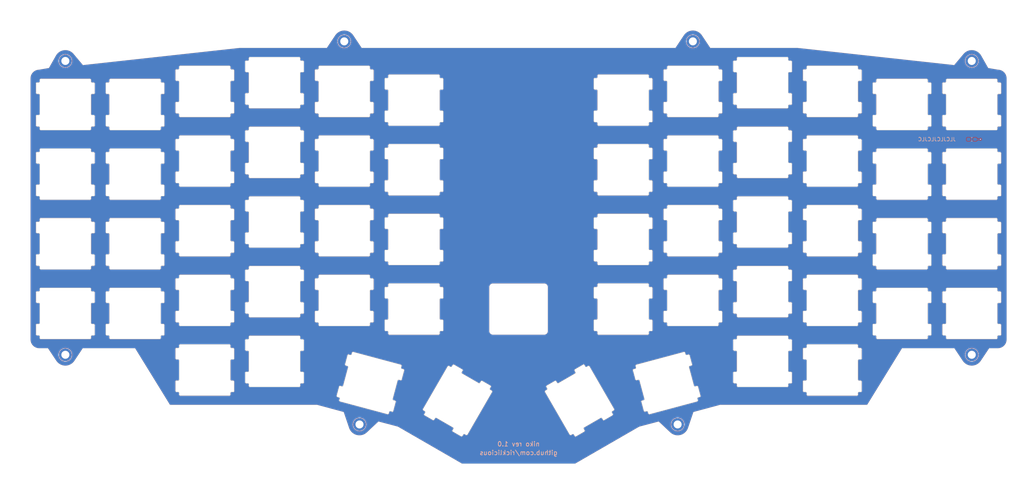
<source format=kicad_pcb>
(kicad_pcb (version 20171130) (host pcbnew "(5.1.4-0)")
  (layers (0 F.Cu signal) (31 B.Cu signal) (34 B.Paste user) (35 F.Paste user) (36 B.SilkS user) (37 F.SilkS user) (38 B.Mask user) (39 F.Mask user) (44 Edge.Cuts user))
  (net 0 "")
  (net 1 GND)
  (module Keeb_footprints:MX150_slot_plated_2 (layer F.Cu) (at 214.3134 171.45072 120)
    (fp_text reference U43)
    (fp_text value HOLE)
    (fp_arc (start -7.8 -5.8) (end -7.8 -6) (angle -90) (layer Edge.Cuts) (width 0.1))
    (fp_arc (start -7.7 -3.2) (end -8 -3.2) (angle -90) (layer Edge.Cuts) (width 0.1))
    (fp_arc (start -7.3 -2.6) (end -7 -2.6) (angle -90) (layer Edge.Cuts) (width 0.1))
    (fp_arc (start -7.3 -6.3) (end -7.3 -6) (angle -90) (layer Edge.Cuts) (width 0.1))
    (fp_line (start -8 -5.8) (end -8 -3.2) (layer Edge.Cuts) (width 0.1))
    (fp_line (start -7.3 -2.9) (end -7.7 -2.9) (layer Edge.Cuts) (width 0.1))
    (fp_line (start -7.8 -6) (end -7.3 -6) (layer Edge.Cuts) (width 0.1))
    (fp_arc (start -7.3 6.3) (end -7 6.3) (angle -90) (layer Edge.Cuts) (width 0.1))
    (fp_arc (start -7.7 5.7) (end -8 5.7) (angle -90) (layer Edge.Cuts) (width 0.1))
    (fp_line (start -7.8 2.9) (end -7.3 2.9) (layer Edge.Cuts) (width 0.1))
    (fp_line (start -8 3.1) (end -8 5.7) (layer Edge.Cuts) (width 0.1))
    (fp_line (start -7.3 6) (end -7.7 6) (layer Edge.Cuts) (width 0.1))
    (fp_arc (start -7.3 2.6) (end -7.3 2.9) (angle -90) (layer Edge.Cuts) (width 0.1))
    (fp_arc (start -7.8 3.1) (end -7.8 2.9) (angle -90) (layer Edge.Cuts) (width 0.1))
    (fp_arc (start 7.8 5.8) (end 7.8 6) (angle -90) (layer Edge.Cuts) (width 0.1))
    (fp_arc (start 7.3 6.3) (end 7.3 6) (angle -90) (layer Edge.Cuts) (width 0.1))
    (fp_line (start 7.3 2.9) (end 7.7 2.9) (layer Edge.Cuts) (width 0.1))
    (fp_line (start 8 5.8) (end 8 3.2) (layer Edge.Cuts) (width 0.1))
    (fp_line (start 7.8 6) (end 7.3 6) (layer Edge.Cuts) (width 0.1))
    (fp_arc (start 7.7 3.2) (end 8 3.2) (angle -90) (layer Edge.Cuts) (width 0.1))
    (fp_arc (start 7.3 2.6) (end 7 2.6) (angle -90) (layer Edge.Cuts) (width 0.1))
    (fp_line (start 7 -6.7) (end 7 -6.3) (layer Edge.Cuts) (width 0.1))
    (fp_arc (start 7.7 -5.7) (end 8 -5.7) (angle -90) (layer Edge.Cuts) (width 0.1))
    (fp_arc (start 7.3 -6.3) (end 7 -6.3) (angle -90) (layer Edge.Cuts) (width 0.1))
    (fp_arc (start 6.7 6.7) (end 6.7 7) (angle -90) (layer Edge.Cuts) (width 0.1))
    (fp_line (start 7 2.6) (end 7 -2.6) (layer Edge.Cuts) (width 0.1))
    (fp_line (start 7.8 -2.9) (end 7.3 -2.9) (layer Edge.Cuts) (width 0.1))
    (fp_line (start 8 -3.1) (end 8 -5.7) (layer Edge.Cuts) (width 0.1))
    (fp_line (start 7.3 -6) (end 7.7 -6) (layer Edge.Cuts) (width 0.1))
    (fp_arc (start 7.3 -2.6) (end 7.3 -2.9) (angle -90) (layer Edge.Cuts) (width 0.1))
    (fp_arc (start 7.8 -3.1) (end 7.8 -2.9) (angle -90) (layer Edge.Cuts) (width 0.1))
    (fp_arc (start 6.7 -6.7) (end 7 -6.7) (angle -90) (layer Edge.Cuts) (width 0.1))
    (fp_line (start 7 6.3) (end 7 6.7) (layer Edge.Cuts) (width 0.1))
    (fp_line (start -7 -6.3) (end -7 -6.7) (layer Edge.Cuts) (width 0.1))
    (fp_line (start -7 -2.6) (end -7 2.6) (layer Edge.Cuts) (width 0.1))
    (fp_line (start 6.7 -7) (end -6.7 -7) (layer Edge.Cuts) (width 0.1))
    (fp_arc (start -6.7 -6.7) (end -6.7 -7) (angle -90) (layer Edge.Cuts) (width 0.1))
    (fp_line (start -7 6.7) (end -7 6.3) (layer Edge.Cuts) (width 0.1))
    (fp_arc (start -6.7 6.7) (end -7 6.7) (angle -90) (layer Edge.Cuts) (width 0.1))
    (fp_line (start 6.7 7) (end -6.7 7) (layer Edge.Cuts) (width 0.1))
  )
  (module Keeb_footprints:MX150_slot_plated_2 (layer F.Cu) (at 180.97576 171.45072 60)
    (fp_text reference U42)
    (fp_text value HOLE)
    (fp_arc (start -7.8 -5.8) (end -7.8 -6) (angle -90) (layer Edge.Cuts) (width 0.1))
    (fp_arc (start -7.7 -3.2) (end -8 -3.2) (angle -90) (layer Edge.Cuts) (width 0.1))
    (fp_arc (start -7.3 -2.6) (end -7 -2.6) (angle -90) (layer Edge.Cuts) (width 0.1))
    (fp_arc (start -7.3 -6.3) (end -7.3 -6) (angle -90) (layer Edge.Cuts) (width 0.1))
    (fp_line (start -8 -5.8) (end -8 -3.2) (layer Edge.Cuts) (width 0.1))
    (fp_line (start -7.3 -2.9) (end -7.7 -2.9) (layer Edge.Cuts) (width 0.1))
    (fp_line (start -7.8 -6) (end -7.3 -6) (layer Edge.Cuts) (width 0.1))
    (fp_arc (start -7.3 6.3) (end -7 6.3) (angle -90) (layer Edge.Cuts) (width 0.1))
    (fp_arc (start -7.7 5.7) (end -8 5.7) (angle -90) (layer Edge.Cuts) (width 0.1))
    (fp_line (start -7.8 2.9) (end -7.3 2.9) (layer Edge.Cuts) (width 0.1))
    (fp_line (start -8 3.1) (end -8 5.7) (layer Edge.Cuts) (width 0.1))
    (fp_line (start -7.3 6) (end -7.7 6) (layer Edge.Cuts) (width 0.1))
    (fp_arc (start -7.3 2.6) (end -7.3 2.9) (angle -90) (layer Edge.Cuts) (width 0.1))
    (fp_arc (start -7.8 3.1) (end -7.8 2.9) (angle -90) (layer Edge.Cuts) (width 0.1))
    (fp_arc (start 7.8 5.8) (end 7.8 6) (angle -90) (layer Edge.Cuts) (width 0.1))
    (fp_arc (start 7.3 6.3) (end 7.3 6) (angle -90) (layer Edge.Cuts) (width 0.1))
    (fp_line (start 7.3 2.9) (end 7.7 2.9) (layer Edge.Cuts) (width 0.1))
    (fp_line (start 8 5.8) (end 8 3.2) (layer Edge.Cuts) (width 0.1))
    (fp_line (start 7.8 6) (end 7.3 6) (layer Edge.Cuts) (width 0.1))
    (fp_arc (start 7.7 3.2) (end 8 3.2) (angle -90) (layer Edge.Cuts) (width 0.1))
    (fp_arc (start 7.3 2.6) (end 7 2.6) (angle -90) (layer Edge.Cuts) (width 0.1))
    (fp_line (start 7 -6.7) (end 7 -6.3) (layer Edge.Cuts) (width 0.1))
    (fp_arc (start 7.7 -5.7) (end 8 -5.7) (angle -90) (layer Edge.Cuts) (width 0.1))
    (fp_arc (start 7.3 -6.3) (end 7 -6.3) (angle -90) (layer Edge.Cuts) (width 0.1))
    (fp_arc (start 6.7 6.7) (end 6.7 7) (angle -90) (layer Edge.Cuts) (width 0.1))
    (fp_line (start 7 2.6) (end 7 -2.6) (layer Edge.Cuts) (width 0.1))
    (fp_line (start 7.8 -2.9) (end 7.3 -2.9) (layer Edge.Cuts) (width 0.1))
    (fp_line (start 8 -3.1) (end 8 -5.7) (layer Edge.Cuts) (width 0.1))
    (fp_line (start 7.3 -6) (end 7.7 -6) (layer Edge.Cuts) (width 0.1))
    (fp_arc (start 7.3 -2.6) (end 7.3 -2.9) (angle -90) (layer Edge.Cuts) (width 0.1))
    (fp_arc (start 7.8 -3.1) (end 7.8 -2.9) (angle -90) (layer Edge.Cuts) (width 0.1))
    (fp_arc (start 6.7 -6.7) (end 7 -6.7) (angle -90) (layer Edge.Cuts) (width 0.1))
    (fp_line (start 7 6.3) (end 7 6.7) (layer Edge.Cuts) (width 0.1))
    (fp_line (start -7 -6.3) (end -7 -6.7) (layer Edge.Cuts) (width 0.1))
    (fp_line (start -7 -2.6) (end -7 2.6) (layer Edge.Cuts) (width 0.1))
    (fp_line (start 6.7 -7) (end -6.7 -7) (layer Edge.Cuts) (width 0.1))
    (fp_arc (start -6.7 -6.7) (end -6.7 -7) (angle -90) (layer Edge.Cuts) (width 0.1))
    (fp_line (start -7 6.7) (end -7 6.3) (layer Edge.Cuts) (width 0.1))
    (fp_arc (start -6.7 6.7) (end -7 6.7) (angle -90) (layer Edge.Cuts) (width 0.1))
    (fp_line (start 6.7 7) (end -6.7 7) (layer Edge.Cuts) (width 0.1))
  )
  (module Keeb_footprints:MX100_slot_plated_2 (layer F.Cu) (at 321.4701 90.48788)
    (fp_text reference U60)
    (fp_text value HOLE)
    (fp_arc (start -6.7 6.7) (end -7 6.7) (angle -90) (layer Edge.Cuts) (width 0.1))
    (fp_arc (start -7.8 3.1) (end -7.8 2.9) (angle -90) (layer Edge.Cuts) (width 0.1))
    (fp_line (start -7 6.7) (end -7 6.3) (layer Edge.Cuts) (width 0.1))
    (fp_arc (start -7.3 6.3) (end -7 6.3) (angle -90) (layer Edge.Cuts) (width 0.1))
    (fp_arc (start -7.7 5.7) (end -8 5.7) (angle -90) (layer Edge.Cuts) (width 0.1))
    (fp_line (start -7.8 2.9) (end -7.3 2.9) (layer Edge.Cuts) (width 0.1))
    (fp_line (start -8 3.1) (end -8 5.7) (layer Edge.Cuts) (width 0.1))
    (fp_line (start -7.3 6) (end -7.7 6) (layer Edge.Cuts) (width 0.1))
    (fp_arc (start -7.3 2.6) (end -7.3 2.9) (angle -90) (layer Edge.Cuts) (width 0.1))
    (fp_arc (start -7.8 -5.8) (end -7.8 -6) (angle -90) (layer Edge.Cuts) (width 0.1))
    (fp_arc (start -7.7 -3.2) (end -8 -3.2) (angle -90) (layer Edge.Cuts) (width 0.1))
    (fp_arc (start -7.3 -2.6) (end -7 -2.6) (angle -90) (layer Edge.Cuts) (width 0.1))
    (fp_arc (start -7.3 -6.3) (end -7.3 -6) (angle -90) (layer Edge.Cuts) (width 0.1))
    (fp_line (start -8 -5.8) (end -8 -3.2) (layer Edge.Cuts) (width 0.1))
    (fp_line (start -7.3 -2.9) (end -7.7 -2.9) (layer Edge.Cuts) (width 0.1))
    (fp_line (start -7.8 -6) (end -7.3 -6) (layer Edge.Cuts) (width 0.1))
    (fp_arc (start 7.8 5.8) (end 7.8 6) (angle -90) (layer Edge.Cuts) (width 0.1))
    (fp_arc (start 7.3 6.3) (end 7.3 6) (angle -90) (layer Edge.Cuts) (width 0.1))
    (fp_line (start 7.3 2.9) (end 7.7 2.9) (layer Edge.Cuts) (width 0.1))
    (fp_line (start 8 5.8) (end 8 3.2) (layer Edge.Cuts) (width 0.1))
    (fp_line (start 7.8 6) (end 7.3 6) (layer Edge.Cuts) (width 0.1))
    (fp_arc (start 7.7 3.2) (end 8 3.2) (angle -90) (layer Edge.Cuts) (width 0.1))
    (fp_arc (start 7.3 2.6) (end 7 2.6) (angle -90) (layer Edge.Cuts) (width 0.1))
    (fp_line (start 7 -6.7) (end 7 -6.3) (layer Edge.Cuts) (width 0.1))
    (fp_arc (start 7.7 -5.7) (end 8 -5.7) (angle -90) (layer Edge.Cuts) (width 0.1))
    (fp_arc (start 7.3 -6.3) (end 7 -6.3) (angle -90) (layer Edge.Cuts) (width 0.1))
    (fp_arc (start 6.7 6.7) (end 6.7 7) (angle -90) (layer Edge.Cuts) (width 0.1))
    (fp_line (start 7 2.6) (end 7 -2.6) (layer Edge.Cuts) (width 0.1))
    (fp_line (start 7.8 -2.9) (end 7.3 -2.9) (layer Edge.Cuts) (width 0.1))
    (fp_line (start 8 -3.1) (end 8 -5.7) (layer Edge.Cuts) (width 0.1))
    (fp_line (start 7.3 -6) (end 7.7 -6) (layer Edge.Cuts) (width 0.1))
    (fp_arc (start 7.3 -2.6) (end 7.3 -2.9) (angle -90) (layer Edge.Cuts) (width 0.1))
    (fp_arc (start 7.8 -3.1) (end 7.8 -2.9) (angle -90) (layer Edge.Cuts) (width 0.1))
    (fp_arc (start 6.7 -6.7) (end 7 -6.7) (angle -90) (layer Edge.Cuts) (width 0.1))
    (fp_line (start 7 6.3) (end 7 6.7) (layer Edge.Cuts) (width 0.1))
    (fp_line (start -7 -6.3) (end -7 -6.7) (layer Edge.Cuts) (width 0.1))
    (fp_line (start -7 -2.6) (end -7 2.6) (layer Edge.Cuts) (width 0.1))
    (fp_line (start 6.7 -7) (end -6.7 -7) (layer Edge.Cuts) (width 0.1))
    (fp_arc (start -6.7 -6.7) (end -6.7 -7) (angle -90) (layer Edge.Cuts) (width 0.1))
    (fp_line (start 6.7 7) (end -6.7 7) (layer Edge.Cuts) (width 0.1))
  )
  (module Keeb_footprints:MX100_slot_plated_2 (layer F.Cu) (at 302.42002 90.48788)
    (fp_text reference U59)
    (fp_text value HOLE)
    (fp_arc (start -6.7 6.7) (end -7 6.7) (angle -90) (layer Edge.Cuts) (width 0.1))
    (fp_arc (start -7.8 3.1) (end -7.8 2.9) (angle -90) (layer Edge.Cuts) (width 0.1))
    (fp_line (start -7 6.7) (end -7 6.3) (layer Edge.Cuts) (width 0.1))
    (fp_arc (start -7.3 6.3) (end -7 6.3) (angle -90) (layer Edge.Cuts) (width 0.1))
    (fp_arc (start -7.7 5.7) (end -8 5.7) (angle -90) (layer Edge.Cuts) (width 0.1))
    (fp_line (start -7.8 2.9) (end -7.3 2.9) (layer Edge.Cuts) (width 0.1))
    (fp_line (start -8 3.1) (end -8 5.7) (layer Edge.Cuts) (width 0.1))
    (fp_line (start -7.3 6) (end -7.7 6) (layer Edge.Cuts) (width 0.1))
    (fp_arc (start -7.3 2.6) (end -7.3 2.9) (angle -90) (layer Edge.Cuts) (width 0.1))
    (fp_arc (start -7.8 -5.8) (end -7.8 -6) (angle -90) (layer Edge.Cuts) (width 0.1))
    (fp_arc (start -7.7 -3.2) (end -8 -3.2) (angle -90) (layer Edge.Cuts) (width 0.1))
    (fp_arc (start -7.3 -2.6) (end -7 -2.6) (angle -90) (layer Edge.Cuts) (width 0.1))
    (fp_arc (start -7.3 -6.3) (end -7.3 -6) (angle -90) (layer Edge.Cuts) (width 0.1))
    (fp_line (start -8 -5.8) (end -8 -3.2) (layer Edge.Cuts) (width 0.1))
    (fp_line (start -7.3 -2.9) (end -7.7 -2.9) (layer Edge.Cuts) (width 0.1))
    (fp_line (start -7.8 -6) (end -7.3 -6) (layer Edge.Cuts) (width 0.1))
    (fp_arc (start 7.8 5.8) (end 7.8 6) (angle -90) (layer Edge.Cuts) (width 0.1))
    (fp_arc (start 7.3 6.3) (end 7.3 6) (angle -90) (layer Edge.Cuts) (width 0.1))
    (fp_line (start 7.3 2.9) (end 7.7 2.9) (layer Edge.Cuts) (width 0.1))
    (fp_line (start 8 5.8) (end 8 3.2) (layer Edge.Cuts) (width 0.1))
    (fp_line (start 7.8 6) (end 7.3 6) (layer Edge.Cuts) (width 0.1))
    (fp_arc (start 7.7 3.2) (end 8 3.2) (angle -90) (layer Edge.Cuts) (width 0.1))
    (fp_arc (start 7.3 2.6) (end 7 2.6) (angle -90) (layer Edge.Cuts) (width 0.1))
    (fp_line (start 7 -6.7) (end 7 -6.3) (layer Edge.Cuts) (width 0.1))
    (fp_arc (start 7.7 -5.7) (end 8 -5.7) (angle -90) (layer Edge.Cuts) (width 0.1))
    (fp_arc (start 7.3 -6.3) (end 7 -6.3) (angle -90) (layer Edge.Cuts) (width 0.1))
    (fp_arc (start 6.7 6.7) (end 6.7 7) (angle -90) (layer Edge.Cuts) (width 0.1))
    (fp_line (start 7 2.6) (end 7 -2.6) (layer Edge.Cuts) (width 0.1))
    (fp_line (start 7.8 -2.9) (end 7.3 -2.9) (layer Edge.Cuts) (width 0.1))
    (fp_line (start 8 -3.1) (end 8 -5.7) (layer Edge.Cuts) (width 0.1))
    (fp_line (start 7.3 -6) (end 7.7 -6) (layer Edge.Cuts) (width 0.1))
    (fp_arc (start 7.3 -2.6) (end 7.3 -2.9) (angle -90) (layer Edge.Cuts) (width 0.1))
    (fp_arc (start 7.8 -3.1) (end 7.8 -2.9) (angle -90) (layer Edge.Cuts) (width 0.1))
    (fp_arc (start 6.7 -6.7) (end 7 -6.7) (angle -90) (layer Edge.Cuts) (width 0.1))
    (fp_line (start 7 6.3) (end 7 6.7) (layer Edge.Cuts) (width 0.1))
    (fp_line (start -7 -6.3) (end -7 -6.7) (layer Edge.Cuts) (width 0.1))
    (fp_line (start -7 -2.6) (end -7 2.6) (layer Edge.Cuts) (width 0.1))
    (fp_line (start 6.7 -7) (end -6.7 -7) (layer Edge.Cuts) (width 0.1))
    (fp_arc (start -6.7 -6.7) (end -6.7 -7) (angle -90) (layer Edge.Cuts) (width 0.1))
    (fp_line (start 6.7 7) (end -6.7 7) (layer Edge.Cuts) (width 0.1))
  )
  (module Keeb_footprints:MX100_slot_plated_2 (layer F.Cu) (at 283.36994 86.91599)
    (fp_text reference U58)
    (fp_text value HOLE)
    (fp_arc (start -6.7 6.7) (end -7 6.7) (angle -90) (layer Edge.Cuts) (width 0.1))
    (fp_arc (start -7.8 3.1) (end -7.8 2.9) (angle -90) (layer Edge.Cuts) (width 0.1))
    (fp_line (start -7 6.7) (end -7 6.3) (layer Edge.Cuts) (width 0.1))
    (fp_arc (start -7.3 6.3) (end -7 6.3) (angle -90) (layer Edge.Cuts) (width 0.1))
    (fp_arc (start -7.7 5.7) (end -8 5.7) (angle -90) (layer Edge.Cuts) (width 0.1))
    (fp_line (start -7.8 2.9) (end -7.3 2.9) (layer Edge.Cuts) (width 0.1))
    (fp_line (start -8 3.1) (end -8 5.7) (layer Edge.Cuts) (width 0.1))
    (fp_line (start -7.3 6) (end -7.7 6) (layer Edge.Cuts) (width 0.1))
    (fp_arc (start -7.3 2.6) (end -7.3 2.9) (angle -90) (layer Edge.Cuts) (width 0.1))
    (fp_arc (start -7.8 -5.8) (end -7.8 -6) (angle -90) (layer Edge.Cuts) (width 0.1))
    (fp_arc (start -7.7 -3.2) (end -8 -3.2) (angle -90) (layer Edge.Cuts) (width 0.1))
    (fp_arc (start -7.3 -2.6) (end -7 -2.6) (angle -90) (layer Edge.Cuts) (width 0.1))
    (fp_arc (start -7.3 -6.3) (end -7.3 -6) (angle -90) (layer Edge.Cuts) (width 0.1))
    (fp_line (start -8 -5.8) (end -8 -3.2) (layer Edge.Cuts) (width 0.1))
    (fp_line (start -7.3 -2.9) (end -7.7 -2.9) (layer Edge.Cuts) (width 0.1))
    (fp_line (start -7.8 -6) (end -7.3 -6) (layer Edge.Cuts) (width 0.1))
    (fp_arc (start 7.8 5.8) (end 7.8 6) (angle -90) (layer Edge.Cuts) (width 0.1))
    (fp_arc (start 7.3 6.3) (end 7.3 6) (angle -90) (layer Edge.Cuts) (width 0.1))
    (fp_line (start 7.3 2.9) (end 7.7 2.9) (layer Edge.Cuts) (width 0.1))
    (fp_line (start 8 5.8) (end 8 3.2) (layer Edge.Cuts) (width 0.1))
    (fp_line (start 7.8 6) (end 7.3 6) (layer Edge.Cuts) (width 0.1))
    (fp_arc (start 7.7 3.2) (end 8 3.2) (angle -90) (layer Edge.Cuts) (width 0.1))
    (fp_arc (start 7.3 2.6) (end 7 2.6) (angle -90) (layer Edge.Cuts) (width 0.1))
    (fp_line (start 7 -6.7) (end 7 -6.3) (layer Edge.Cuts) (width 0.1))
    (fp_arc (start 7.7 -5.7) (end 8 -5.7) (angle -90) (layer Edge.Cuts) (width 0.1))
    (fp_arc (start 7.3 -6.3) (end 7 -6.3) (angle -90) (layer Edge.Cuts) (width 0.1))
    (fp_arc (start 6.7 6.7) (end 6.7 7) (angle -90) (layer Edge.Cuts) (width 0.1))
    (fp_line (start 7 2.6) (end 7 -2.6) (layer Edge.Cuts) (width 0.1))
    (fp_line (start 7.8 -2.9) (end 7.3 -2.9) (layer Edge.Cuts) (width 0.1))
    (fp_line (start 8 -3.1) (end 8 -5.7) (layer Edge.Cuts) (width 0.1))
    (fp_line (start 7.3 -6) (end 7.7 -6) (layer Edge.Cuts) (width 0.1))
    (fp_arc (start 7.3 -2.6) (end 7.3 -2.9) (angle -90) (layer Edge.Cuts) (width 0.1))
    (fp_arc (start 7.8 -3.1) (end 7.8 -2.9) (angle -90) (layer Edge.Cuts) (width 0.1))
    (fp_arc (start 6.7 -6.7) (end 7 -6.7) (angle -90) (layer Edge.Cuts) (width 0.1))
    (fp_line (start 7 6.3) (end 7 6.7) (layer Edge.Cuts) (width 0.1))
    (fp_line (start -7 -6.3) (end -7 -6.7) (layer Edge.Cuts) (width 0.1))
    (fp_line (start -7 -2.6) (end -7 2.6) (layer Edge.Cuts) (width 0.1))
    (fp_line (start 6.7 -7) (end -6.7 -7) (layer Edge.Cuts) (width 0.1))
    (fp_arc (start -6.7 -6.7) (end -6.7 -7) (angle -90) (layer Edge.Cuts) (width 0.1))
    (fp_line (start 6.7 7) (end -6.7 7) (layer Edge.Cuts) (width 0.1))
  )
  (module Keeb_footprints:MX100_slot_plated_2 (layer F.Cu) (at 264.31986 84.53473)
    (fp_text reference U57)
    (fp_text value HOLE)
    (fp_arc (start -6.7 6.7) (end -7 6.7) (angle -90) (layer Edge.Cuts) (width 0.1))
    (fp_arc (start -7.8 3.1) (end -7.8 2.9) (angle -90) (layer Edge.Cuts) (width 0.1))
    (fp_line (start -7 6.7) (end -7 6.3) (layer Edge.Cuts) (width 0.1))
    (fp_arc (start -7.3 6.3) (end -7 6.3) (angle -90) (layer Edge.Cuts) (width 0.1))
    (fp_arc (start -7.7 5.7) (end -8 5.7) (angle -90) (layer Edge.Cuts) (width 0.1))
    (fp_line (start -7.8 2.9) (end -7.3 2.9) (layer Edge.Cuts) (width 0.1))
    (fp_line (start -8 3.1) (end -8 5.7) (layer Edge.Cuts) (width 0.1))
    (fp_line (start -7.3 6) (end -7.7 6) (layer Edge.Cuts) (width 0.1))
    (fp_arc (start -7.3 2.6) (end -7.3 2.9) (angle -90) (layer Edge.Cuts) (width 0.1))
    (fp_arc (start -7.8 -5.8) (end -7.8 -6) (angle -90) (layer Edge.Cuts) (width 0.1))
    (fp_arc (start -7.7 -3.2) (end -8 -3.2) (angle -90) (layer Edge.Cuts) (width 0.1))
    (fp_arc (start -7.3 -2.6) (end -7 -2.6) (angle -90) (layer Edge.Cuts) (width 0.1))
    (fp_arc (start -7.3 -6.3) (end -7.3 -6) (angle -90) (layer Edge.Cuts) (width 0.1))
    (fp_line (start -8 -5.8) (end -8 -3.2) (layer Edge.Cuts) (width 0.1))
    (fp_line (start -7.3 -2.9) (end -7.7 -2.9) (layer Edge.Cuts) (width 0.1))
    (fp_line (start -7.8 -6) (end -7.3 -6) (layer Edge.Cuts) (width 0.1))
    (fp_arc (start 7.8 5.8) (end 7.8 6) (angle -90) (layer Edge.Cuts) (width 0.1))
    (fp_arc (start 7.3 6.3) (end 7.3 6) (angle -90) (layer Edge.Cuts) (width 0.1))
    (fp_line (start 7.3 2.9) (end 7.7 2.9) (layer Edge.Cuts) (width 0.1))
    (fp_line (start 8 5.8) (end 8 3.2) (layer Edge.Cuts) (width 0.1))
    (fp_line (start 7.8 6) (end 7.3 6) (layer Edge.Cuts) (width 0.1))
    (fp_arc (start 7.7 3.2) (end 8 3.2) (angle -90) (layer Edge.Cuts) (width 0.1))
    (fp_arc (start 7.3 2.6) (end 7 2.6) (angle -90) (layer Edge.Cuts) (width 0.1))
    (fp_line (start 7 -6.7) (end 7 -6.3) (layer Edge.Cuts) (width 0.1))
    (fp_arc (start 7.7 -5.7) (end 8 -5.7) (angle -90) (layer Edge.Cuts) (width 0.1))
    (fp_arc (start 7.3 -6.3) (end 7 -6.3) (angle -90) (layer Edge.Cuts) (width 0.1))
    (fp_arc (start 6.7 6.7) (end 6.7 7) (angle -90) (layer Edge.Cuts) (width 0.1))
    (fp_line (start 7 2.6) (end 7 -2.6) (layer Edge.Cuts) (width 0.1))
    (fp_line (start 7.8 -2.9) (end 7.3 -2.9) (layer Edge.Cuts) (width 0.1))
    (fp_line (start 8 -3.1) (end 8 -5.7) (layer Edge.Cuts) (width 0.1))
    (fp_line (start 7.3 -6) (end 7.7 -6) (layer Edge.Cuts) (width 0.1))
    (fp_arc (start 7.3 -2.6) (end 7.3 -2.9) (angle -90) (layer Edge.Cuts) (width 0.1))
    (fp_arc (start 7.8 -3.1) (end 7.8 -2.9) (angle -90) (layer Edge.Cuts) (width 0.1))
    (fp_arc (start 6.7 -6.7) (end 7 -6.7) (angle -90) (layer Edge.Cuts) (width 0.1))
    (fp_line (start 7 6.3) (end 7 6.7) (layer Edge.Cuts) (width 0.1))
    (fp_line (start -7 -6.3) (end -7 -6.7) (layer Edge.Cuts) (width 0.1))
    (fp_line (start -7 -2.6) (end -7 2.6) (layer Edge.Cuts) (width 0.1))
    (fp_line (start 6.7 -7) (end -6.7 -7) (layer Edge.Cuts) (width 0.1))
    (fp_arc (start -6.7 -6.7) (end -6.7 -7) (angle -90) (layer Edge.Cuts) (width 0.1))
    (fp_line (start 6.7 7) (end -6.7 7) (layer Edge.Cuts) (width 0.1))
  )
  (module Keeb_footprints:MX100_slot_plated_2 (layer F.Cu) (at 245.26978 86.91599)
    (fp_text reference U56)
    (fp_text value HOLE)
    (fp_arc (start -6.7 6.7) (end -7 6.7) (angle -90) (layer Edge.Cuts) (width 0.1))
    (fp_arc (start -7.8 3.1) (end -7.8 2.9) (angle -90) (layer Edge.Cuts) (width 0.1))
    (fp_line (start -7 6.7) (end -7 6.3) (layer Edge.Cuts) (width 0.1))
    (fp_arc (start -7.3 6.3) (end -7 6.3) (angle -90) (layer Edge.Cuts) (width 0.1))
    (fp_arc (start -7.7 5.7) (end -8 5.7) (angle -90) (layer Edge.Cuts) (width 0.1))
    (fp_line (start -7.8 2.9) (end -7.3 2.9) (layer Edge.Cuts) (width 0.1))
    (fp_line (start -8 3.1) (end -8 5.7) (layer Edge.Cuts) (width 0.1))
    (fp_line (start -7.3 6) (end -7.7 6) (layer Edge.Cuts) (width 0.1))
    (fp_arc (start -7.3 2.6) (end -7.3 2.9) (angle -90) (layer Edge.Cuts) (width 0.1))
    (fp_arc (start -7.8 -5.8) (end -7.8 -6) (angle -90) (layer Edge.Cuts) (width 0.1))
    (fp_arc (start -7.7 -3.2) (end -8 -3.2) (angle -90) (layer Edge.Cuts) (width 0.1))
    (fp_arc (start -7.3 -2.6) (end -7 -2.6) (angle -90) (layer Edge.Cuts) (width 0.1))
    (fp_arc (start -7.3 -6.3) (end -7.3 -6) (angle -90) (layer Edge.Cuts) (width 0.1))
    (fp_line (start -8 -5.8) (end -8 -3.2) (layer Edge.Cuts) (width 0.1))
    (fp_line (start -7.3 -2.9) (end -7.7 -2.9) (layer Edge.Cuts) (width 0.1))
    (fp_line (start -7.8 -6) (end -7.3 -6) (layer Edge.Cuts) (width 0.1))
    (fp_arc (start 7.8 5.8) (end 7.8 6) (angle -90) (layer Edge.Cuts) (width 0.1))
    (fp_arc (start 7.3 6.3) (end 7.3 6) (angle -90) (layer Edge.Cuts) (width 0.1))
    (fp_line (start 7.3 2.9) (end 7.7 2.9) (layer Edge.Cuts) (width 0.1))
    (fp_line (start 8 5.8) (end 8 3.2) (layer Edge.Cuts) (width 0.1))
    (fp_line (start 7.8 6) (end 7.3 6) (layer Edge.Cuts) (width 0.1))
    (fp_arc (start 7.7 3.2) (end 8 3.2) (angle -90) (layer Edge.Cuts) (width 0.1))
    (fp_arc (start 7.3 2.6) (end 7 2.6) (angle -90) (layer Edge.Cuts) (width 0.1))
    (fp_line (start 7 -6.7) (end 7 -6.3) (layer Edge.Cuts) (width 0.1))
    (fp_arc (start 7.7 -5.7) (end 8 -5.7) (angle -90) (layer Edge.Cuts) (width 0.1))
    (fp_arc (start 7.3 -6.3) (end 7 -6.3) (angle -90) (layer Edge.Cuts) (width 0.1))
    (fp_arc (start 6.7 6.7) (end 6.7 7) (angle -90) (layer Edge.Cuts) (width 0.1))
    (fp_line (start 7 2.6) (end 7 -2.6) (layer Edge.Cuts) (width 0.1))
    (fp_line (start 7.8 -2.9) (end 7.3 -2.9) (layer Edge.Cuts) (width 0.1))
    (fp_line (start 8 -3.1) (end 8 -5.7) (layer Edge.Cuts) (width 0.1))
    (fp_line (start 7.3 -6) (end 7.7 -6) (layer Edge.Cuts) (width 0.1))
    (fp_arc (start 7.3 -2.6) (end 7.3 -2.9) (angle -90) (layer Edge.Cuts) (width 0.1))
    (fp_arc (start 7.8 -3.1) (end 7.8 -2.9) (angle -90) (layer Edge.Cuts) (width 0.1))
    (fp_arc (start 6.7 -6.7) (end 7 -6.7) (angle -90) (layer Edge.Cuts) (width 0.1))
    (fp_line (start 7 6.3) (end 7 6.7) (layer Edge.Cuts) (width 0.1))
    (fp_line (start -7 -6.3) (end -7 -6.7) (layer Edge.Cuts) (width 0.1))
    (fp_line (start -7 -2.6) (end -7 2.6) (layer Edge.Cuts) (width 0.1))
    (fp_line (start 6.7 -7) (end -6.7 -7) (layer Edge.Cuts) (width 0.1))
    (fp_arc (start -6.7 -6.7) (end -6.7 -7) (angle -90) (layer Edge.Cuts) (width 0.1))
    (fp_line (start 6.7 7) (end -6.7 7) (layer Edge.Cuts) (width 0.1))
  )
  (module Keeb_footprints:MX100_slot_plated_2 (layer F.Cu) (at 226.2197 89.29725)
    (fp_text reference U55)
    (fp_text value HOLE)
    (fp_arc (start -6.7 6.7) (end -7 6.7) (angle -90) (layer Edge.Cuts) (width 0.1))
    (fp_arc (start -7.8 3.1) (end -7.8 2.9) (angle -90) (layer Edge.Cuts) (width 0.1))
    (fp_line (start -7 6.7) (end -7 6.3) (layer Edge.Cuts) (width 0.1))
    (fp_arc (start -7.3 6.3) (end -7 6.3) (angle -90) (layer Edge.Cuts) (width 0.1))
    (fp_arc (start -7.7 5.7) (end -8 5.7) (angle -90) (layer Edge.Cuts) (width 0.1))
    (fp_line (start -7.8 2.9) (end -7.3 2.9) (layer Edge.Cuts) (width 0.1))
    (fp_line (start -8 3.1) (end -8 5.7) (layer Edge.Cuts) (width 0.1))
    (fp_line (start -7.3 6) (end -7.7 6) (layer Edge.Cuts) (width 0.1))
    (fp_arc (start -7.3 2.6) (end -7.3 2.9) (angle -90) (layer Edge.Cuts) (width 0.1))
    (fp_arc (start -7.8 -5.8) (end -7.8 -6) (angle -90) (layer Edge.Cuts) (width 0.1))
    (fp_arc (start -7.7 -3.2) (end -8 -3.2) (angle -90) (layer Edge.Cuts) (width 0.1))
    (fp_arc (start -7.3 -2.6) (end -7 -2.6) (angle -90) (layer Edge.Cuts) (width 0.1))
    (fp_arc (start -7.3 -6.3) (end -7.3 -6) (angle -90) (layer Edge.Cuts) (width 0.1))
    (fp_line (start -8 -5.8) (end -8 -3.2) (layer Edge.Cuts) (width 0.1))
    (fp_line (start -7.3 -2.9) (end -7.7 -2.9) (layer Edge.Cuts) (width 0.1))
    (fp_line (start -7.8 -6) (end -7.3 -6) (layer Edge.Cuts) (width 0.1))
    (fp_arc (start 7.8 5.8) (end 7.8 6) (angle -90) (layer Edge.Cuts) (width 0.1))
    (fp_arc (start 7.3 6.3) (end 7.3 6) (angle -90) (layer Edge.Cuts) (width 0.1))
    (fp_line (start 7.3 2.9) (end 7.7 2.9) (layer Edge.Cuts) (width 0.1))
    (fp_line (start 8 5.8) (end 8 3.2) (layer Edge.Cuts) (width 0.1))
    (fp_line (start 7.8 6) (end 7.3 6) (layer Edge.Cuts) (width 0.1))
    (fp_arc (start 7.7 3.2) (end 8 3.2) (angle -90) (layer Edge.Cuts) (width 0.1))
    (fp_arc (start 7.3 2.6) (end 7 2.6) (angle -90) (layer Edge.Cuts) (width 0.1))
    (fp_line (start 7 -6.7) (end 7 -6.3) (layer Edge.Cuts) (width 0.1))
    (fp_arc (start 7.7 -5.7) (end 8 -5.7) (angle -90) (layer Edge.Cuts) (width 0.1))
    (fp_arc (start 7.3 -6.3) (end 7 -6.3) (angle -90) (layer Edge.Cuts) (width 0.1))
    (fp_arc (start 6.7 6.7) (end 6.7 7) (angle -90) (layer Edge.Cuts) (width 0.1))
    (fp_line (start 7 2.6) (end 7 -2.6) (layer Edge.Cuts) (width 0.1))
    (fp_line (start 7.8 -2.9) (end 7.3 -2.9) (layer Edge.Cuts) (width 0.1))
    (fp_line (start 8 -3.1) (end 8 -5.7) (layer Edge.Cuts) (width 0.1))
    (fp_line (start 7.3 -6) (end 7.7 -6) (layer Edge.Cuts) (width 0.1))
    (fp_arc (start 7.3 -2.6) (end 7.3 -2.9) (angle -90) (layer Edge.Cuts) (width 0.1))
    (fp_arc (start 7.8 -3.1) (end 7.8 -2.9) (angle -90) (layer Edge.Cuts) (width 0.1))
    (fp_arc (start 6.7 -6.7) (end 7 -6.7) (angle -90) (layer Edge.Cuts) (width 0.1))
    (fp_line (start 7 6.3) (end 7 6.7) (layer Edge.Cuts) (width 0.1))
    (fp_line (start -7 -6.3) (end -7 -6.7) (layer Edge.Cuts) (width 0.1))
    (fp_line (start -7 -2.6) (end -7 2.6) (layer Edge.Cuts) (width 0.1))
    (fp_line (start 6.7 -7) (end -6.7 -7) (layer Edge.Cuts) (width 0.1))
    (fp_arc (start -6.7 -6.7) (end -6.7 -7) (angle -90) (layer Edge.Cuts) (width 0.1))
    (fp_line (start 6.7 7) (end -6.7 7) (layer Edge.Cuts) (width 0.1))
  )
  (module Keeb_footprints:MX100_slot_plated_2 (layer F.Cu) (at 169.06946 89.29725)
    (fp_text reference U54)
    (fp_text value HOLE)
    (fp_arc (start -6.7 6.7) (end -7 6.7) (angle -90) (layer Edge.Cuts) (width 0.1))
    (fp_arc (start -7.8 3.1) (end -7.8 2.9) (angle -90) (layer Edge.Cuts) (width 0.1))
    (fp_line (start -7 6.7) (end -7 6.3) (layer Edge.Cuts) (width 0.1))
    (fp_arc (start -7.3 6.3) (end -7 6.3) (angle -90) (layer Edge.Cuts) (width 0.1))
    (fp_arc (start -7.7 5.7) (end -8 5.7) (angle -90) (layer Edge.Cuts) (width 0.1))
    (fp_line (start -7.8 2.9) (end -7.3 2.9) (layer Edge.Cuts) (width 0.1))
    (fp_line (start -8 3.1) (end -8 5.7) (layer Edge.Cuts) (width 0.1))
    (fp_line (start -7.3 6) (end -7.7 6) (layer Edge.Cuts) (width 0.1))
    (fp_arc (start -7.3 2.6) (end -7.3 2.9) (angle -90) (layer Edge.Cuts) (width 0.1))
    (fp_arc (start -7.8 -5.8) (end -7.8 -6) (angle -90) (layer Edge.Cuts) (width 0.1))
    (fp_arc (start -7.7 -3.2) (end -8 -3.2) (angle -90) (layer Edge.Cuts) (width 0.1))
    (fp_arc (start -7.3 -2.6) (end -7 -2.6) (angle -90) (layer Edge.Cuts) (width 0.1))
    (fp_arc (start -7.3 -6.3) (end -7.3 -6) (angle -90) (layer Edge.Cuts) (width 0.1))
    (fp_line (start -8 -5.8) (end -8 -3.2) (layer Edge.Cuts) (width 0.1))
    (fp_line (start -7.3 -2.9) (end -7.7 -2.9) (layer Edge.Cuts) (width 0.1))
    (fp_line (start -7.8 -6) (end -7.3 -6) (layer Edge.Cuts) (width 0.1))
    (fp_arc (start 7.8 5.8) (end 7.8 6) (angle -90) (layer Edge.Cuts) (width 0.1))
    (fp_arc (start 7.3 6.3) (end 7.3 6) (angle -90) (layer Edge.Cuts) (width 0.1))
    (fp_line (start 7.3 2.9) (end 7.7 2.9) (layer Edge.Cuts) (width 0.1))
    (fp_line (start 8 5.8) (end 8 3.2) (layer Edge.Cuts) (width 0.1))
    (fp_line (start 7.8 6) (end 7.3 6) (layer Edge.Cuts) (width 0.1))
    (fp_arc (start 7.7 3.2) (end 8 3.2) (angle -90) (layer Edge.Cuts) (width 0.1))
    (fp_arc (start 7.3 2.6) (end 7 2.6) (angle -90) (layer Edge.Cuts) (width 0.1))
    (fp_line (start 7 -6.7) (end 7 -6.3) (layer Edge.Cuts) (width 0.1))
    (fp_arc (start 7.7 -5.7) (end 8 -5.7) (angle -90) (layer Edge.Cuts) (width 0.1))
    (fp_arc (start 7.3 -6.3) (end 7 -6.3) (angle -90) (layer Edge.Cuts) (width 0.1))
    (fp_arc (start 6.7 6.7) (end 6.7 7) (angle -90) (layer Edge.Cuts) (width 0.1))
    (fp_line (start 7 2.6) (end 7 -2.6) (layer Edge.Cuts) (width 0.1))
    (fp_line (start 7.8 -2.9) (end 7.3 -2.9) (layer Edge.Cuts) (width 0.1))
    (fp_line (start 8 -3.1) (end 8 -5.7) (layer Edge.Cuts) (width 0.1))
    (fp_line (start 7.3 -6) (end 7.7 -6) (layer Edge.Cuts) (width 0.1))
    (fp_arc (start 7.3 -2.6) (end 7.3 -2.9) (angle -90) (layer Edge.Cuts) (width 0.1))
    (fp_arc (start 7.8 -3.1) (end 7.8 -2.9) (angle -90) (layer Edge.Cuts) (width 0.1))
    (fp_arc (start 6.7 -6.7) (end 7 -6.7) (angle -90) (layer Edge.Cuts) (width 0.1))
    (fp_line (start 7 6.3) (end 7 6.7) (layer Edge.Cuts) (width 0.1))
    (fp_line (start -7 -6.3) (end -7 -6.7) (layer Edge.Cuts) (width 0.1))
    (fp_line (start -7 -2.6) (end -7 2.6) (layer Edge.Cuts) (width 0.1))
    (fp_line (start 6.7 -7) (end -6.7 -7) (layer Edge.Cuts) (width 0.1))
    (fp_arc (start -6.7 -6.7) (end -6.7 -7) (angle -90) (layer Edge.Cuts) (width 0.1))
    (fp_line (start 6.7 7) (end -6.7 7) (layer Edge.Cuts) (width 0.1))
  )
  (module Keeb_footprints:MX100_slot_plated_2 (layer F.Cu) (at 150.01938 86.91599)
    (fp_text reference U53)
    (fp_text value HOLE)
    (fp_arc (start -6.7 6.7) (end -7 6.7) (angle -90) (layer Edge.Cuts) (width 0.1))
    (fp_arc (start -7.8 3.1) (end -7.8 2.9) (angle -90) (layer Edge.Cuts) (width 0.1))
    (fp_line (start -7 6.7) (end -7 6.3) (layer Edge.Cuts) (width 0.1))
    (fp_arc (start -7.3 6.3) (end -7 6.3) (angle -90) (layer Edge.Cuts) (width 0.1))
    (fp_arc (start -7.7 5.7) (end -8 5.7) (angle -90) (layer Edge.Cuts) (width 0.1))
    (fp_line (start -7.8 2.9) (end -7.3 2.9) (layer Edge.Cuts) (width 0.1))
    (fp_line (start -8 3.1) (end -8 5.7) (layer Edge.Cuts) (width 0.1))
    (fp_line (start -7.3 6) (end -7.7 6) (layer Edge.Cuts) (width 0.1))
    (fp_arc (start -7.3 2.6) (end -7.3 2.9) (angle -90) (layer Edge.Cuts) (width 0.1))
    (fp_arc (start -7.8 -5.8) (end -7.8 -6) (angle -90) (layer Edge.Cuts) (width 0.1))
    (fp_arc (start -7.7 -3.2) (end -8 -3.2) (angle -90) (layer Edge.Cuts) (width 0.1))
    (fp_arc (start -7.3 -2.6) (end -7 -2.6) (angle -90) (layer Edge.Cuts) (width 0.1))
    (fp_arc (start -7.3 -6.3) (end -7.3 -6) (angle -90) (layer Edge.Cuts) (width 0.1))
    (fp_line (start -8 -5.8) (end -8 -3.2) (layer Edge.Cuts) (width 0.1))
    (fp_line (start -7.3 -2.9) (end -7.7 -2.9) (layer Edge.Cuts) (width 0.1))
    (fp_line (start -7.8 -6) (end -7.3 -6) (layer Edge.Cuts) (width 0.1))
    (fp_arc (start 7.8 5.8) (end 7.8 6) (angle -90) (layer Edge.Cuts) (width 0.1))
    (fp_arc (start 7.3 6.3) (end 7.3 6) (angle -90) (layer Edge.Cuts) (width 0.1))
    (fp_line (start 7.3 2.9) (end 7.7 2.9) (layer Edge.Cuts) (width 0.1))
    (fp_line (start 8 5.8) (end 8 3.2) (layer Edge.Cuts) (width 0.1))
    (fp_line (start 7.8 6) (end 7.3 6) (layer Edge.Cuts) (width 0.1))
    (fp_arc (start 7.7 3.2) (end 8 3.2) (angle -90) (layer Edge.Cuts) (width 0.1))
    (fp_arc (start 7.3 2.6) (end 7 2.6) (angle -90) (layer Edge.Cuts) (width 0.1))
    (fp_line (start 7 -6.7) (end 7 -6.3) (layer Edge.Cuts) (width 0.1))
    (fp_arc (start 7.7 -5.7) (end 8 -5.7) (angle -90) (layer Edge.Cuts) (width 0.1))
    (fp_arc (start 7.3 -6.3) (end 7 -6.3) (angle -90) (layer Edge.Cuts) (width 0.1))
    (fp_arc (start 6.7 6.7) (end 6.7 7) (angle -90) (layer Edge.Cuts) (width 0.1))
    (fp_line (start 7 2.6) (end 7 -2.6) (layer Edge.Cuts) (width 0.1))
    (fp_line (start 7.8 -2.9) (end 7.3 -2.9) (layer Edge.Cuts) (width 0.1))
    (fp_line (start 8 -3.1) (end 8 -5.7) (layer Edge.Cuts) (width 0.1))
    (fp_line (start 7.3 -6) (end 7.7 -6) (layer Edge.Cuts) (width 0.1))
    (fp_arc (start 7.3 -2.6) (end 7.3 -2.9) (angle -90) (layer Edge.Cuts) (width 0.1))
    (fp_arc (start 7.8 -3.1) (end 7.8 -2.9) (angle -90) (layer Edge.Cuts) (width 0.1))
    (fp_arc (start 6.7 -6.7) (end 7 -6.7) (angle -90) (layer Edge.Cuts) (width 0.1))
    (fp_line (start 7 6.3) (end 7 6.7) (layer Edge.Cuts) (width 0.1))
    (fp_line (start -7 -6.3) (end -7 -6.7) (layer Edge.Cuts) (width 0.1))
    (fp_line (start -7 -2.6) (end -7 2.6) (layer Edge.Cuts) (width 0.1))
    (fp_line (start 6.7 -7) (end -6.7 -7) (layer Edge.Cuts) (width 0.1))
    (fp_arc (start -6.7 -6.7) (end -6.7 -7) (angle -90) (layer Edge.Cuts) (width 0.1))
    (fp_line (start 6.7 7) (end -6.7 7) (layer Edge.Cuts) (width 0.1))
  )
  (module Keeb_footprints:MX100_slot_plated_2 (layer F.Cu) (at 130.9693 84.53473)
    (fp_text reference U52)
    (fp_text value HOLE)
    (fp_arc (start -6.7 6.7) (end -7 6.7) (angle -90) (layer Edge.Cuts) (width 0.1))
    (fp_arc (start -7.8 3.1) (end -7.8 2.9) (angle -90) (layer Edge.Cuts) (width 0.1))
    (fp_line (start -7 6.7) (end -7 6.3) (layer Edge.Cuts) (width 0.1))
    (fp_arc (start -7.3 6.3) (end -7 6.3) (angle -90) (layer Edge.Cuts) (width 0.1))
    (fp_arc (start -7.7 5.7) (end -8 5.7) (angle -90) (layer Edge.Cuts) (width 0.1))
    (fp_line (start -7.8 2.9) (end -7.3 2.9) (layer Edge.Cuts) (width 0.1))
    (fp_line (start -8 3.1) (end -8 5.7) (layer Edge.Cuts) (width 0.1))
    (fp_line (start -7.3 6) (end -7.7 6) (layer Edge.Cuts) (width 0.1))
    (fp_arc (start -7.3 2.6) (end -7.3 2.9) (angle -90) (layer Edge.Cuts) (width 0.1))
    (fp_arc (start -7.8 -5.8) (end -7.8 -6) (angle -90) (layer Edge.Cuts) (width 0.1))
    (fp_arc (start -7.7 -3.2) (end -8 -3.2) (angle -90) (layer Edge.Cuts) (width 0.1))
    (fp_arc (start -7.3 -2.6) (end -7 -2.6) (angle -90) (layer Edge.Cuts) (width 0.1))
    (fp_arc (start -7.3 -6.3) (end -7.3 -6) (angle -90) (layer Edge.Cuts) (width 0.1))
    (fp_line (start -8 -5.8) (end -8 -3.2) (layer Edge.Cuts) (width 0.1))
    (fp_line (start -7.3 -2.9) (end -7.7 -2.9) (layer Edge.Cuts) (width 0.1))
    (fp_line (start -7.8 -6) (end -7.3 -6) (layer Edge.Cuts) (width 0.1))
    (fp_arc (start 7.8 5.8) (end 7.8 6) (angle -90) (layer Edge.Cuts) (width 0.1))
    (fp_arc (start 7.3 6.3) (end 7.3 6) (angle -90) (layer Edge.Cuts) (width 0.1))
    (fp_line (start 7.3 2.9) (end 7.7 2.9) (layer Edge.Cuts) (width 0.1))
    (fp_line (start 8 5.8) (end 8 3.2) (layer Edge.Cuts) (width 0.1))
    (fp_line (start 7.8 6) (end 7.3 6) (layer Edge.Cuts) (width 0.1))
    (fp_arc (start 7.7 3.2) (end 8 3.2) (angle -90) (layer Edge.Cuts) (width 0.1))
    (fp_arc (start 7.3 2.6) (end 7 2.6) (angle -90) (layer Edge.Cuts) (width 0.1))
    (fp_line (start 7 -6.7) (end 7 -6.3) (layer Edge.Cuts) (width 0.1))
    (fp_arc (start 7.7 -5.7) (end 8 -5.7) (angle -90) (layer Edge.Cuts) (width 0.1))
    (fp_arc (start 7.3 -6.3) (end 7 -6.3) (angle -90) (layer Edge.Cuts) (width 0.1))
    (fp_arc (start 6.7 6.7) (end 6.7 7) (angle -90) (layer Edge.Cuts) (width 0.1))
    (fp_line (start 7 2.6) (end 7 -2.6) (layer Edge.Cuts) (width 0.1))
    (fp_line (start 7.8 -2.9) (end 7.3 -2.9) (layer Edge.Cuts) (width 0.1))
    (fp_line (start 8 -3.1) (end 8 -5.7) (layer Edge.Cuts) (width 0.1))
    (fp_line (start 7.3 -6) (end 7.7 -6) (layer Edge.Cuts) (width 0.1))
    (fp_arc (start 7.3 -2.6) (end 7.3 -2.9) (angle -90) (layer Edge.Cuts) (width 0.1))
    (fp_arc (start 7.8 -3.1) (end 7.8 -2.9) (angle -90) (layer Edge.Cuts) (width 0.1))
    (fp_arc (start 6.7 -6.7) (end 7 -6.7) (angle -90) (layer Edge.Cuts) (width 0.1))
    (fp_line (start 7 6.3) (end 7 6.7) (layer Edge.Cuts) (width 0.1))
    (fp_line (start -7 -6.3) (end -7 -6.7) (layer Edge.Cuts) (width 0.1))
    (fp_line (start -7 -2.6) (end -7 2.6) (layer Edge.Cuts) (width 0.1))
    (fp_line (start 6.7 -7) (end -6.7 -7) (layer Edge.Cuts) (width 0.1))
    (fp_arc (start -6.7 -6.7) (end -6.7 -7) (angle -90) (layer Edge.Cuts) (width 0.1))
    (fp_line (start 6.7 7) (end -6.7 7) (layer Edge.Cuts) (width 0.1))
  )
  (module Keeb_footprints:MX100_slot_plated_2 (layer F.Cu) (at 111.91922 86.91599)
    (fp_text reference U51)
    (fp_text value HOLE)
    (fp_arc (start -6.7 6.7) (end -7 6.7) (angle -90) (layer Edge.Cuts) (width 0.1))
    (fp_arc (start -7.8 3.1) (end -7.8 2.9) (angle -90) (layer Edge.Cuts) (width 0.1))
    (fp_line (start -7 6.7) (end -7 6.3) (layer Edge.Cuts) (width 0.1))
    (fp_arc (start -7.3 6.3) (end -7 6.3) (angle -90) (layer Edge.Cuts) (width 0.1))
    (fp_arc (start -7.7 5.7) (end -8 5.7) (angle -90) (layer Edge.Cuts) (width 0.1))
    (fp_line (start -7.8 2.9) (end -7.3 2.9) (layer Edge.Cuts) (width 0.1))
    (fp_line (start -8 3.1) (end -8 5.7) (layer Edge.Cuts) (width 0.1))
    (fp_line (start -7.3 6) (end -7.7 6) (layer Edge.Cuts) (width 0.1))
    (fp_arc (start -7.3 2.6) (end -7.3 2.9) (angle -90) (layer Edge.Cuts) (width 0.1))
    (fp_arc (start -7.8 -5.8) (end -7.8 -6) (angle -90) (layer Edge.Cuts) (width 0.1))
    (fp_arc (start -7.7 -3.2) (end -8 -3.2) (angle -90) (layer Edge.Cuts) (width 0.1))
    (fp_arc (start -7.3 -2.6) (end -7 -2.6) (angle -90) (layer Edge.Cuts) (width 0.1))
    (fp_arc (start -7.3 -6.3) (end -7.3 -6) (angle -90) (layer Edge.Cuts) (width 0.1))
    (fp_line (start -8 -5.8) (end -8 -3.2) (layer Edge.Cuts) (width 0.1))
    (fp_line (start -7.3 -2.9) (end -7.7 -2.9) (layer Edge.Cuts) (width 0.1))
    (fp_line (start -7.8 -6) (end -7.3 -6) (layer Edge.Cuts) (width 0.1))
    (fp_arc (start 7.8 5.8) (end 7.8 6) (angle -90) (layer Edge.Cuts) (width 0.1))
    (fp_arc (start 7.3 6.3) (end 7.3 6) (angle -90) (layer Edge.Cuts) (width 0.1))
    (fp_line (start 7.3 2.9) (end 7.7 2.9) (layer Edge.Cuts) (width 0.1))
    (fp_line (start 8 5.8) (end 8 3.2) (layer Edge.Cuts) (width 0.1))
    (fp_line (start 7.8 6) (end 7.3 6) (layer Edge.Cuts) (width 0.1))
    (fp_arc (start 7.7 3.2) (end 8 3.2) (angle -90) (layer Edge.Cuts) (width 0.1))
    (fp_arc (start 7.3 2.6) (end 7 2.6) (angle -90) (layer Edge.Cuts) (width 0.1))
    (fp_line (start 7 -6.7) (end 7 -6.3) (layer Edge.Cuts) (width 0.1))
    (fp_arc (start 7.7 -5.7) (end 8 -5.7) (angle -90) (layer Edge.Cuts) (width 0.1))
    (fp_arc (start 7.3 -6.3) (end 7 -6.3) (angle -90) (layer Edge.Cuts) (width 0.1))
    (fp_arc (start 6.7 6.7) (end 6.7 7) (angle -90) (layer Edge.Cuts) (width 0.1))
    (fp_line (start 7 2.6) (end 7 -2.6) (layer Edge.Cuts) (width 0.1))
    (fp_line (start 7.8 -2.9) (end 7.3 -2.9) (layer Edge.Cuts) (width 0.1))
    (fp_line (start 8 -3.1) (end 8 -5.7) (layer Edge.Cuts) (width 0.1))
    (fp_line (start 7.3 -6) (end 7.7 -6) (layer Edge.Cuts) (width 0.1))
    (fp_arc (start 7.3 -2.6) (end 7.3 -2.9) (angle -90) (layer Edge.Cuts) (width 0.1))
    (fp_arc (start 7.8 -3.1) (end 7.8 -2.9) (angle -90) (layer Edge.Cuts) (width 0.1))
    (fp_arc (start 6.7 -6.7) (end 7 -6.7) (angle -90) (layer Edge.Cuts) (width 0.1))
    (fp_line (start 7 6.3) (end 7 6.7) (layer Edge.Cuts) (width 0.1))
    (fp_line (start -7 -6.3) (end -7 -6.7) (layer Edge.Cuts) (width 0.1))
    (fp_line (start -7 -2.6) (end -7 2.6) (layer Edge.Cuts) (width 0.1))
    (fp_line (start 6.7 -7) (end -6.7 -7) (layer Edge.Cuts) (width 0.1))
    (fp_arc (start -6.7 -6.7) (end -6.7 -7) (angle -90) (layer Edge.Cuts) (width 0.1))
    (fp_line (start 6.7 7) (end -6.7 7) (layer Edge.Cuts) (width 0.1))
  )
  (module Keeb_footprints:MX100_slot_plated_2 (layer F.Cu) (at 92.86914 90.48788)
    (fp_text reference U50)
    (fp_text value HOLE)
    (fp_arc (start -6.7 6.7) (end -7 6.7) (angle -90) (layer Edge.Cuts) (width 0.1))
    (fp_arc (start -7.8 3.1) (end -7.8 2.9) (angle -90) (layer Edge.Cuts) (width 0.1))
    (fp_line (start -7 6.7) (end -7 6.3) (layer Edge.Cuts) (width 0.1))
    (fp_arc (start -7.3 6.3) (end -7 6.3) (angle -90) (layer Edge.Cuts) (width 0.1))
    (fp_arc (start -7.7 5.7) (end -8 5.7) (angle -90) (layer Edge.Cuts) (width 0.1))
    (fp_line (start -7.8 2.9) (end -7.3 2.9) (layer Edge.Cuts) (width 0.1))
    (fp_line (start -8 3.1) (end -8 5.7) (layer Edge.Cuts) (width 0.1))
    (fp_line (start -7.3 6) (end -7.7 6) (layer Edge.Cuts) (width 0.1))
    (fp_arc (start -7.3 2.6) (end -7.3 2.9) (angle -90) (layer Edge.Cuts) (width 0.1))
    (fp_arc (start -7.8 -5.8) (end -7.8 -6) (angle -90) (layer Edge.Cuts) (width 0.1))
    (fp_arc (start -7.7 -3.2) (end -8 -3.2) (angle -90) (layer Edge.Cuts) (width 0.1))
    (fp_arc (start -7.3 -2.6) (end -7 -2.6) (angle -90) (layer Edge.Cuts) (width 0.1))
    (fp_arc (start -7.3 -6.3) (end -7.3 -6) (angle -90) (layer Edge.Cuts) (width 0.1))
    (fp_line (start -8 -5.8) (end -8 -3.2) (layer Edge.Cuts) (width 0.1))
    (fp_line (start -7.3 -2.9) (end -7.7 -2.9) (layer Edge.Cuts) (width 0.1))
    (fp_line (start -7.8 -6) (end -7.3 -6) (layer Edge.Cuts) (width 0.1))
    (fp_arc (start 7.8 5.8) (end 7.8 6) (angle -90) (layer Edge.Cuts) (width 0.1))
    (fp_arc (start 7.3 6.3) (end 7.3 6) (angle -90) (layer Edge.Cuts) (width 0.1))
    (fp_line (start 7.3 2.9) (end 7.7 2.9) (layer Edge.Cuts) (width 0.1))
    (fp_line (start 8 5.8) (end 8 3.2) (layer Edge.Cuts) (width 0.1))
    (fp_line (start 7.8 6) (end 7.3 6) (layer Edge.Cuts) (width 0.1))
    (fp_arc (start 7.7 3.2) (end 8 3.2) (angle -90) (layer Edge.Cuts) (width 0.1))
    (fp_arc (start 7.3 2.6) (end 7 2.6) (angle -90) (layer Edge.Cuts) (width 0.1))
    (fp_line (start 7 -6.7) (end 7 -6.3) (layer Edge.Cuts) (width 0.1))
    (fp_arc (start 7.7 -5.7) (end 8 -5.7) (angle -90) (layer Edge.Cuts) (width 0.1))
    (fp_arc (start 7.3 -6.3) (end 7 -6.3) (angle -90) (layer Edge.Cuts) (width 0.1))
    (fp_arc (start 6.7 6.7) (end 6.7 7) (angle -90) (layer Edge.Cuts) (width 0.1))
    (fp_line (start 7 2.6) (end 7 -2.6) (layer Edge.Cuts) (width 0.1))
    (fp_line (start 7.8 -2.9) (end 7.3 -2.9) (layer Edge.Cuts) (width 0.1))
    (fp_line (start 8 -3.1) (end 8 -5.7) (layer Edge.Cuts) (width 0.1))
    (fp_line (start 7.3 -6) (end 7.7 -6) (layer Edge.Cuts) (width 0.1))
    (fp_arc (start 7.3 -2.6) (end 7.3 -2.9) (angle -90) (layer Edge.Cuts) (width 0.1))
    (fp_arc (start 7.8 -3.1) (end 7.8 -2.9) (angle -90) (layer Edge.Cuts) (width 0.1))
    (fp_arc (start 6.7 -6.7) (end 7 -6.7) (angle -90) (layer Edge.Cuts) (width 0.1))
    (fp_line (start 7 6.3) (end 7 6.7) (layer Edge.Cuts) (width 0.1))
    (fp_line (start -7 -6.3) (end -7 -6.7) (layer Edge.Cuts) (width 0.1))
    (fp_line (start -7 -2.6) (end -7 2.6) (layer Edge.Cuts) (width 0.1))
    (fp_line (start 6.7 -7) (end -6.7 -7) (layer Edge.Cuts) (width 0.1))
    (fp_arc (start -6.7 -6.7) (end -6.7 -7) (angle -90) (layer Edge.Cuts) (width 0.1))
    (fp_line (start 6.7 7) (end -6.7 7) (layer Edge.Cuts) (width 0.1))
  )
  (module Keeb_footprints:MX100_slot_plated_2 (layer F.Cu) (at 73.81906 90.48788)
    (fp_text reference U49)
    (fp_text value HOLE)
    (fp_arc (start -6.7 6.7) (end -7 6.7) (angle -90) (layer Edge.Cuts) (width 0.1))
    (fp_arc (start -7.8 3.1) (end -7.8 2.9) (angle -90) (layer Edge.Cuts) (width 0.1))
    (fp_line (start -7 6.7) (end -7 6.3) (layer Edge.Cuts) (width 0.1))
    (fp_arc (start -7.3 6.3) (end -7 6.3) (angle -90) (layer Edge.Cuts) (width 0.1))
    (fp_arc (start -7.7 5.7) (end -8 5.7) (angle -90) (layer Edge.Cuts) (width 0.1))
    (fp_line (start -7.8 2.9) (end -7.3 2.9) (layer Edge.Cuts) (width 0.1))
    (fp_line (start -8 3.1) (end -8 5.7) (layer Edge.Cuts) (width 0.1))
    (fp_line (start -7.3 6) (end -7.7 6) (layer Edge.Cuts) (width 0.1))
    (fp_arc (start -7.3 2.6) (end -7.3 2.9) (angle -90) (layer Edge.Cuts) (width 0.1))
    (fp_arc (start -7.8 -5.8) (end -7.8 -6) (angle -90) (layer Edge.Cuts) (width 0.1))
    (fp_arc (start -7.7 -3.2) (end -8 -3.2) (angle -90) (layer Edge.Cuts) (width 0.1))
    (fp_arc (start -7.3 -2.6) (end -7 -2.6) (angle -90) (layer Edge.Cuts) (width 0.1))
    (fp_arc (start -7.3 -6.3) (end -7.3 -6) (angle -90) (layer Edge.Cuts) (width 0.1))
    (fp_line (start -8 -5.8) (end -8 -3.2) (layer Edge.Cuts) (width 0.1))
    (fp_line (start -7.3 -2.9) (end -7.7 -2.9) (layer Edge.Cuts) (width 0.1))
    (fp_line (start -7.8 -6) (end -7.3 -6) (layer Edge.Cuts) (width 0.1))
    (fp_arc (start 7.8 5.8) (end 7.8 6) (angle -90) (layer Edge.Cuts) (width 0.1))
    (fp_arc (start 7.3 6.3) (end 7.3 6) (angle -90) (layer Edge.Cuts) (width 0.1))
    (fp_line (start 7.3 2.9) (end 7.7 2.9) (layer Edge.Cuts) (width 0.1))
    (fp_line (start 8 5.8) (end 8 3.2) (layer Edge.Cuts) (width 0.1))
    (fp_line (start 7.8 6) (end 7.3 6) (layer Edge.Cuts) (width 0.1))
    (fp_arc (start 7.7 3.2) (end 8 3.2) (angle -90) (layer Edge.Cuts) (width 0.1))
    (fp_arc (start 7.3 2.6) (end 7 2.6) (angle -90) (layer Edge.Cuts) (width 0.1))
    (fp_line (start 7 -6.7) (end 7 -6.3) (layer Edge.Cuts) (width 0.1))
    (fp_arc (start 7.7 -5.7) (end 8 -5.7) (angle -90) (layer Edge.Cuts) (width 0.1))
    (fp_arc (start 7.3 -6.3) (end 7 -6.3) (angle -90) (layer Edge.Cuts) (width 0.1))
    (fp_arc (start 6.7 6.7) (end 6.7 7) (angle -90) (layer Edge.Cuts) (width 0.1))
    (fp_line (start 7 2.6) (end 7 -2.6) (layer Edge.Cuts) (width 0.1))
    (fp_line (start 7.8 -2.9) (end 7.3 -2.9) (layer Edge.Cuts) (width 0.1))
    (fp_line (start 8 -3.1) (end 8 -5.7) (layer Edge.Cuts) (width 0.1))
    (fp_line (start 7.3 -6) (end 7.7 -6) (layer Edge.Cuts) (width 0.1))
    (fp_arc (start 7.3 -2.6) (end 7.3 -2.9) (angle -90) (layer Edge.Cuts) (width 0.1))
    (fp_arc (start 7.8 -3.1) (end 7.8 -2.9) (angle -90) (layer Edge.Cuts) (width 0.1))
    (fp_arc (start 6.7 -6.7) (end 7 -6.7) (angle -90) (layer Edge.Cuts) (width 0.1))
    (fp_line (start 7 6.3) (end 7 6.7) (layer Edge.Cuts) (width 0.1))
    (fp_line (start -7 -6.3) (end -7 -6.7) (layer Edge.Cuts) (width 0.1))
    (fp_line (start -7 -2.6) (end -7 2.6) (layer Edge.Cuts) (width 0.1))
    (fp_line (start 6.7 -7) (end -6.7 -7) (layer Edge.Cuts) (width 0.1))
    (fp_arc (start -6.7 -6.7) (end -6.7 -7) (angle -90) (layer Edge.Cuts) (width 0.1))
    (fp_line (start 6.7 7) (end -6.7 7) (layer Edge.Cuts) (width 0.1))
  )
  (module Keeb_footprints:MX100_slot_plated_2 (layer F.Cu) (at 283.36994 163.11631)
    (fp_text reference U46)
    (fp_text value HOLE)
    (fp_arc (start -6.7 6.7) (end -7 6.7) (angle -90) (layer Edge.Cuts) (width 0.1))
    (fp_arc (start -7.8 3.1) (end -7.8 2.9) (angle -90) (layer Edge.Cuts) (width 0.1))
    (fp_line (start -7 6.7) (end -7 6.3) (layer Edge.Cuts) (width 0.1))
    (fp_arc (start -7.3 6.3) (end -7 6.3) (angle -90) (layer Edge.Cuts) (width 0.1))
    (fp_arc (start -7.7 5.7) (end -8 5.7) (angle -90) (layer Edge.Cuts) (width 0.1))
    (fp_line (start -7.8 2.9) (end -7.3 2.9) (layer Edge.Cuts) (width 0.1))
    (fp_line (start -8 3.1) (end -8 5.7) (layer Edge.Cuts) (width 0.1))
    (fp_line (start -7.3 6) (end -7.7 6) (layer Edge.Cuts) (width 0.1))
    (fp_arc (start -7.3 2.6) (end -7.3 2.9) (angle -90) (layer Edge.Cuts) (width 0.1))
    (fp_arc (start -7.8 -5.8) (end -7.8 -6) (angle -90) (layer Edge.Cuts) (width 0.1))
    (fp_arc (start -7.7 -3.2) (end -8 -3.2) (angle -90) (layer Edge.Cuts) (width 0.1))
    (fp_arc (start -7.3 -2.6) (end -7 -2.6) (angle -90) (layer Edge.Cuts) (width 0.1))
    (fp_arc (start -7.3 -6.3) (end -7.3 -6) (angle -90) (layer Edge.Cuts) (width 0.1))
    (fp_line (start -8 -5.8) (end -8 -3.2) (layer Edge.Cuts) (width 0.1))
    (fp_line (start -7.3 -2.9) (end -7.7 -2.9) (layer Edge.Cuts) (width 0.1))
    (fp_line (start -7.8 -6) (end -7.3 -6) (layer Edge.Cuts) (width 0.1))
    (fp_arc (start 7.8 5.8) (end 7.8 6) (angle -90) (layer Edge.Cuts) (width 0.1))
    (fp_arc (start 7.3 6.3) (end 7.3 6) (angle -90) (layer Edge.Cuts) (width 0.1))
    (fp_line (start 7.3 2.9) (end 7.7 2.9) (layer Edge.Cuts) (width 0.1))
    (fp_line (start 8 5.8) (end 8 3.2) (layer Edge.Cuts) (width 0.1))
    (fp_line (start 7.8 6) (end 7.3 6) (layer Edge.Cuts) (width 0.1))
    (fp_arc (start 7.7 3.2) (end 8 3.2) (angle -90) (layer Edge.Cuts) (width 0.1))
    (fp_arc (start 7.3 2.6) (end 7 2.6) (angle -90) (layer Edge.Cuts) (width 0.1))
    (fp_line (start 7 -6.7) (end 7 -6.3) (layer Edge.Cuts) (width 0.1))
    (fp_arc (start 7.7 -5.7) (end 8 -5.7) (angle -90) (layer Edge.Cuts) (width 0.1))
    (fp_arc (start 7.3 -6.3) (end 7 -6.3) (angle -90) (layer Edge.Cuts) (width 0.1))
    (fp_arc (start 6.7 6.7) (end 6.7 7) (angle -90) (layer Edge.Cuts) (width 0.1))
    (fp_line (start 7 2.6) (end 7 -2.6) (layer Edge.Cuts) (width 0.1))
    (fp_line (start 7.8 -2.9) (end 7.3 -2.9) (layer Edge.Cuts) (width 0.1))
    (fp_line (start 8 -3.1) (end 8 -5.7) (layer Edge.Cuts) (width 0.1))
    (fp_line (start 7.3 -6) (end 7.7 -6) (layer Edge.Cuts) (width 0.1))
    (fp_arc (start 7.3 -2.6) (end 7.3 -2.9) (angle -90) (layer Edge.Cuts) (width 0.1))
    (fp_arc (start 7.8 -3.1) (end 7.8 -2.9) (angle -90) (layer Edge.Cuts) (width 0.1))
    (fp_arc (start 6.7 -6.7) (end 7 -6.7) (angle -90) (layer Edge.Cuts) (width 0.1))
    (fp_line (start 7 6.3) (end 7 6.7) (layer Edge.Cuts) (width 0.1))
    (fp_line (start -7 -6.3) (end -7 -6.7) (layer Edge.Cuts) (width 0.1))
    (fp_line (start -7 -2.6) (end -7 2.6) (layer Edge.Cuts) (width 0.1))
    (fp_line (start 6.7 -7) (end -6.7 -7) (layer Edge.Cuts) (width 0.1))
    (fp_arc (start -6.7 -6.7) (end -6.7 -7) (angle -90) (layer Edge.Cuts) (width 0.1))
    (fp_line (start 6.7 7) (end -6.7 7) (layer Edge.Cuts) (width 0.1))
  )
  (module Keeb_footprints:MX100_slot_plated_2 (layer F.Cu) (at 264.31986 160.73505)
    (fp_text reference U45)
    (fp_text value HOLE)
    (fp_arc (start -6.7 6.7) (end -7 6.7) (angle -90) (layer Edge.Cuts) (width 0.1))
    (fp_arc (start -7.8 3.1) (end -7.8 2.9) (angle -90) (layer Edge.Cuts) (width 0.1))
    (fp_line (start -7 6.7) (end -7 6.3) (layer Edge.Cuts) (width 0.1))
    (fp_arc (start -7.3 6.3) (end -7 6.3) (angle -90) (layer Edge.Cuts) (width 0.1))
    (fp_arc (start -7.7 5.7) (end -8 5.7) (angle -90) (layer Edge.Cuts) (width 0.1))
    (fp_line (start -7.8 2.9) (end -7.3 2.9) (layer Edge.Cuts) (width 0.1))
    (fp_line (start -8 3.1) (end -8 5.7) (layer Edge.Cuts) (width 0.1))
    (fp_line (start -7.3 6) (end -7.7 6) (layer Edge.Cuts) (width 0.1))
    (fp_arc (start -7.3 2.6) (end -7.3 2.9) (angle -90) (layer Edge.Cuts) (width 0.1))
    (fp_arc (start -7.8 -5.8) (end -7.8 -6) (angle -90) (layer Edge.Cuts) (width 0.1))
    (fp_arc (start -7.7 -3.2) (end -8 -3.2) (angle -90) (layer Edge.Cuts) (width 0.1))
    (fp_arc (start -7.3 -2.6) (end -7 -2.6) (angle -90) (layer Edge.Cuts) (width 0.1))
    (fp_arc (start -7.3 -6.3) (end -7.3 -6) (angle -90) (layer Edge.Cuts) (width 0.1))
    (fp_line (start -8 -5.8) (end -8 -3.2) (layer Edge.Cuts) (width 0.1))
    (fp_line (start -7.3 -2.9) (end -7.7 -2.9) (layer Edge.Cuts) (width 0.1))
    (fp_line (start -7.8 -6) (end -7.3 -6) (layer Edge.Cuts) (width 0.1))
    (fp_arc (start 7.8 5.8) (end 7.8 6) (angle -90) (layer Edge.Cuts) (width 0.1))
    (fp_arc (start 7.3 6.3) (end 7.3 6) (angle -90) (layer Edge.Cuts) (width 0.1))
    (fp_line (start 7.3 2.9) (end 7.7 2.9) (layer Edge.Cuts) (width 0.1))
    (fp_line (start 8 5.8) (end 8 3.2) (layer Edge.Cuts) (width 0.1))
    (fp_line (start 7.8 6) (end 7.3 6) (layer Edge.Cuts) (width 0.1))
    (fp_arc (start 7.7 3.2) (end 8 3.2) (angle -90) (layer Edge.Cuts) (width 0.1))
    (fp_arc (start 7.3 2.6) (end 7 2.6) (angle -90) (layer Edge.Cuts) (width 0.1))
    (fp_line (start 7 -6.7) (end 7 -6.3) (layer Edge.Cuts) (width 0.1))
    (fp_arc (start 7.7 -5.7) (end 8 -5.7) (angle -90) (layer Edge.Cuts) (width 0.1))
    (fp_arc (start 7.3 -6.3) (end 7 -6.3) (angle -90) (layer Edge.Cuts) (width 0.1))
    (fp_arc (start 6.7 6.7) (end 6.7 7) (angle -90) (layer Edge.Cuts) (width 0.1))
    (fp_line (start 7 2.6) (end 7 -2.6) (layer Edge.Cuts) (width 0.1))
    (fp_line (start 7.8 -2.9) (end 7.3 -2.9) (layer Edge.Cuts) (width 0.1))
    (fp_line (start 8 -3.1) (end 8 -5.7) (layer Edge.Cuts) (width 0.1))
    (fp_line (start 7.3 -6) (end 7.7 -6) (layer Edge.Cuts) (width 0.1))
    (fp_arc (start 7.3 -2.6) (end 7.3 -2.9) (angle -90) (layer Edge.Cuts) (width 0.1))
    (fp_arc (start 7.8 -3.1) (end 7.8 -2.9) (angle -90) (layer Edge.Cuts) (width 0.1))
    (fp_arc (start 6.7 -6.7) (end 7 -6.7) (angle -90) (layer Edge.Cuts) (width 0.1))
    (fp_line (start 7 6.3) (end 7 6.7) (layer Edge.Cuts) (width 0.1))
    (fp_line (start -7 -6.3) (end -7 -6.7) (layer Edge.Cuts) (width 0.1))
    (fp_line (start -7 -2.6) (end -7 2.6) (layer Edge.Cuts) (width 0.1))
    (fp_line (start 6.7 -7) (end -6.7 -7) (layer Edge.Cuts) (width 0.1))
    (fp_arc (start -6.7 -6.7) (end -6.7 -7) (angle -90) (layer Edge.Cuts) (width 0.1))
    (fp_line (start 6.7 7) (end -6.7 7) (layer Edge.Cuts) (width 0.1))
  )
  (module Keeb_footprints:MX100_slot_plated_2 (layer F.Cu) (at 238.126 166.6882 195)
    (fp_text reference U44)
    (fp_text value HOLE)
    (fp_arc (start -6.7 6.7) (end -7 6.7) (angle -90) (layer Edge.Cuts) (width 0.1))
    (fp_arc (start -7.8 3.1) (end -7.8 2.9) (angle -90) (layer Edge.Cuts) (width 0.1))
    (fp_line (start -7 6.7) (end -7 6.3) (layer Edge.Cuts) (width 0.1))
    (fp_arc (start -7.3 6.3) (end -7 6.3) (angle -90) (layer Edge.Cuts) (width 0.1))
    (fp_arc (start -7.7 5.7) (end -8 5.7) (angle -90) (layer Edge.Cuts) (width 0.1))
    (fp_line (start -7.8 2.9) (end -7.3 2.9) (layer Edge.Cuts) (width 0.1))
    (fp_line (start -8 3.1) (end -8 5.7) (layer Edge.Cuts) (width 0.1))
    (fp_line (start -7.3 6) (end -7.7 6) (layer Edge.Cuts) (width 0.1))
    (fp_arc (start -7.3 2.6) (end -7.3 2.9) (angle -90) (layer Edge.Cuts) (width 0.1))
    (fp_arc (start -7.8 -5.8) (end -7.8 -6) (angle -90) (layer Edge.Cuts) (width 0.1))
    (fp_arc (start -7.7 -3.2) (end -8 -3.2) (angle -90) (layer Edge.Cuts) (width 0.1))
    (fp_arc (start -7.3 -2.6) (end -7 -2.6) (angle -90) (layer Edge.Cuts) (width 0.1))
    (fp_arc (start -7.3 -6.3) (end -7.3 -6) (angle -90) (layer Edge.Cuts) (width 0.1))
    (fp_line (start -8 -5.8) (end -8 -3.2) (layer Edge.Cuts) (width 0.1))
    (fp_line (start -7.3 -2.9) (end -7.7 -2.9) (layer Edge.Cuts) (width 0.1))
    (fp_line (start -7.8 -6) (end -7.3 -6) (layer Edge.Cuts) (width 0.1))
    (fp_arc (start 7.8 5.8) (end 7.8 6) (angle -90) (layer Edge.Cuts) (width 0.1))
    (fp_arc (start 7.3 6.3) (end 7.3 6) (angle -90) (layer Edge.Cuts) (width 0.1))
    (fp_line (start 7.3 2.9) (end 7.7 2.9) (layer Edge.Cuts) (width 0.1))
    (fp_line (start 8 5.8) (end 8 3.2) (layer Edge.Cuts) (width 0.1))
    (fp_line (start 7.8 6) (end 7.3 6) (layer Edge.Cuts) (width 0.1))
    (fp_arc (start 7.7 3.2) (end 8 3.2) (angle -90) (layer Edge.Cuts) (width 0.1))
    (fp_arc (start 7.3 2.6) (end 7 2.6) (angle -90) (layer Edge.Cuts) (width 0.1))
    (fp_line (start 7 -6.7) (end 7 -6.3) (layer Edge.Cuts) (width 0.1))
    (fp_arc (start 7.7 -5.7) (end 8 -5.7) (angle -90) (layer Edge.Cuts) (width 0.1))
    (fp_arc (start 7.3 -6.3) (end 7 -6.3) (angle -90) (layer Edge.Cuts) (width 0.1))
    (fp_arc (start 6.7 6.7) (end 6.7 7) (angle -90) (layer Edge.Cuts) (width 0.1))
    (fp_line (start 7 2.6) (end 7 -2.6) (layer Edge.Cuts) (width 0.1))
    (fp_line (start 7.8 -2.9) (end 7.3 -2.9) (layer Edge.Cuts) (width 0.1))
    (fp_line (start 8 -3.1) (end 8 -5.7) (layer Edge.Cuts) (width 0.1))
    (fp_line (start 7.3 -6) (end 7.7 -6) (layer Edge.Cuts) (width 0.1))
    (fp_arc (start 7.3 -2.6) (end 7.3 -2.9) (angle -90) (layer Edge.Cuts) (width 0.1))
    (fp_arc (start 7.8 -3.1) (end 7.8 -2.9) (angle -90) (layer Edge.Cuts) (width 0.1))
    (fp_arc (start 6.7 -6.7) (end 7 -6.7) (angle -90) (layer Edge.Cuts) (width 0.1))
    (fp_line (start 7 6.3) (end 7 6.7) (layer Edge.Cuts) (width 0.1))
    (fp_line (start -7 -6.3) (end -7 -6.7) (layer Edge.Cuts) (width 0.1))
    (fp_line (start -7 -2.6) (end -7 2.6) (layer Edge.Cuts) (width 0.1))
    (fp_line (start 6.7 -7) (end -6.7 -7) (layer Edge.Cuts) (width 0.1))
    (fp_arc (start -6.7 -6.7) (end -6.7 -7) (angle -90) (layer Edge.Cuts) (width 0.1))
    (fp_line (start 6.7 7) (end -6.7 7) (layer Edge.Cuts) (width 0.1))
  )
  (module Keeb_footprints:MX100_slot_plated_2 (layer F.Cu) (at 157.16316 166.6882 165)
    (fp_text reference U41)
    (fp_text value HOLE)
    (fp_arc (start -6.7 6.7) (end -7 6.7) (angle -90) (layer Edge.Cuts) (width 0.1))
    (fp_arc (start -7.8 3.1) (end -7.8 2.9) (angle -90) (layer Edge.Cuts) (width 0.1))
    (fp_line (start -7 6.7) (end -7 6.3) (layer Edge.Cuts) (width 0.1))
    (fp_arc (start -7.3 6.3) (end -7 6.3) (angle -90) (layer Edge.Cuts) (width 0.1))
    (fp_arc (start -7.7 5.7) (end -8 5.7) (angle -90) (layer Edge.Cuts) (width 0.1))
    (fp_line (start -7.8 2.9) (end -7.3 2.9) (layer Edge.Cuts) (width 0.1))
    (fp_line (start -8 3.1) (end -8 5.7) (layer Edge.Cuts) (width 0.1))
    (fp_line (start -7.3 6) (end -7.7 6) (layer Edge.Cuts) (width 0.1))
    (fp_arc (start -7.3 2.6) (end -7.3 2.9) (angle -90) (layer Edge.Cuts) (width 0.1))
    (fp_arc (start -7.8 -5.8) (end -7.8 -6) (angle -90) (layer Edge.Cuts) (width 0.1))
    (fp_arc (start -7.7 -3.2) (end -8 -3.2) (angle -90) (layer Edge.Cuts) (width 0.1))
    (fp_arc (start -7.3 -2.6) (end -7 -2.6) (angle -90) (layer Edge.Cuts) (width 0.1))
    (fp_arc (start -7.3 -6.3) (end -7.3 -6) (angle -90) (layer Edge.Cuts) (width 0.1))
    (fp_line (start -8 -5.8) (end -8 -3.2) (layer Edge.Cuts) (width 0.1))
    (fp_line (start -7.3 -2.9) (end -7.7 -2.9) (layer Edge.Cuts) (width 0.1))
    (fp_line (start -7.8 -6) (end -7.3 -6) (layer Edge.Cuts) (width 0.1))
    (fp_arc (start 7.8 5.8) (end 7.8 6) (angle -90) (layer Edge.Cuts) (width 0.1))
    (fp_arc (start 7.3 6.3) (end 7.3 6) (angle -90) (layer Edge.Cuts) (width 0.1))
    (fp_line (start 7.3 2.9) (end 7.7 2.9) (layer Edge.Cuts) (width 0.1))
    (fp_line (start 8 5.8) (end 8 3.2) (layer Edge.Cuts) (width 0.1))
    (fp_line (start 7.8 6) (end 7.3 6) (layer Edge.Cuts) (width 0.1))
    (fp_arc (start 7.7 3.2) (end 8 3.2) (angle -90) (layer Edge.Cuts) (width 0.1))
    (fp_arc (start 7.3 2.6) (end 7 2.6) (angle -90) (layer Edge.Cuts) (width 0.1))
    (fp_line (start 7 -6.7) (end 7 -6.3) (layer Edge.Cuts) (width 0.1))
    (fp_arc (start 7.7 -5.7) (end 8 -5.7) (angle -90) (layer Edge.Cuts) (width 0.1))
    (fp_arc (start 7.3 -6.3) (end 7 -6.3) (angle -90) (layer Edge.Cuts) (width 0.1))
    (fp_arc (start 6.7 6.7) (end 6.7 7) (angle -90) (layer Edge.Cuts) (width 0.1))
    (fp_line (start 7 2.6) (end 7 -2.6) (layer Edge.Cuts) (width 0.1))
    (fp_line (start 7.8 -2.9) (end 7.3 -2.9) (layer Edge.Cuts) (width 0.1))
    (fp_line (start 8 -3.1) (end 8 -5.7) (layer Edge.Cuts) (width 0.1))
    (fp_line (start 7.3 -6) (end 7.7 -6) (layer Edge.Cuts) (width 0.1))
    (fp_arc (start 7.3 -2.6) (end 7.3 -2.9) (angle -90) (layer Edge.Cuts) (width 0.1))
    (fp_arc (start 7.8 -3.1) (end 7.8 -2.9) (angle -90) (layer Edge.Cuts) (width 0.1))
    (fp_arc (start 6.7 -6.7) (end 7 -6.7) (angle -90) (layer Edge.Cuts) (width 0.1))
    (fp_line (start 7 6.3) (end 7 6.7) (layer Edge.Cuts) (width 0.1))
    (fp_line (start -7 -6.3) (end -7 -6.7) (layer Edge.Cuts) (width 0.1))
    (fp_line (start -7 -2.6) (end -7 2.6) (layer Edge.Cuts) (width 0.1))
    (fp_line (start 6.7 -7) (end -6.7 -7) (layer Edge.Cuts) (width 0.1))
    (fp_arc (start -6.7 -6.7) (end -6.7 -7) (angle -90) (layer Edge.Cuts) (width 0.1))
    (fp_line (start 6.7 7) (end -6.7 7) (layer Edge.Cuts) (width 0.1))
  )
  (module Keeb_footprints:MX100_slot_plated_2 (layer F.Cu) (at 130.9693 160.73505)
    (fp_text reference U40)
    (fp_text value HOLE)
    (fp_arc (start -6.7 6.7) (end -7 6.7) (angle -90) (layer Edge.Cuts) (width 0.1))
    (fp_arc (start -7.8 3.1) (end -7.8 2.9) (angle -90) (layer Edge.Cuts) (width 0.1))
    (fp_line (start -7 6.7) (end -7 6.3) (layer Edge.Cuts) (width 0.1))
    (fp_arc (start -7.3 6.3) (end -7 6.3) (angle -90) (layer Edge.Cuts) (width 0.1))
    (fp_arc (start -7.7 5.7) (end -8 5.7) (angle -90) (layer Edge.Cuts) (width 0.1))
    (fp_line (start -7.8 2.9) (end -7.3 2.9) (layer Edge.Cuts) (width 0.1))
    (fp_line (start -8 3.1) (end -8 5.7) (layer Edge.Cuts) (width 0.1))
    (fp_line (start -7.3 6) (end -7.7 6) (layer Edge.Cuts) (width 0.1))
    (fp_arc (start -7.3 2.6) (end -7.3 2.9) (angle -90) (layer Edge.Cuts) (width 0.1))
    (fp_arc (start -7.8 -5.8) (end -7.8 -6) (angle -90) (layer Edge.Cuts) (width 0.1))
    (fp_arc (start -7.7 -3.2) (end -8 -3.2) (angle -90) (layer Edge.Cuts) (width 0.1))
    (fp_arc (start -7.3 -2.6) (end -7 -2.6) (angle -90) (layer Edge.Cuts) (width 0.1))
    (fp_arc (start -7.3 -6.3) (end -7.3 -6) (angle -90) (layer Edge.Cuts) (width 0.1))
    (fp_line (start -8 -5.8) (end -8 -3.2) (layer Edge.Cuts) (width 0.1))
    (fp_line (start -7.3 -2.9) (end -7.7 -2.9) (layer Edge.Cuts) (width 0.1))
    (fp_line (start -7.8 -6) (end -7.3 -6) (layer Edge.Cuts) (width 0.1))
    (fp_arc (start 7.8 5.8) (end 7.8 6) (angle -90) (layer Edge.Cuts) (width 0.1))
    (fp_arc (start 7.3 6.3) (end 7.3 6) (angle -90) (layer Edge.Cuts) (width 0.1))
    (fp_line (start 7.3 2.9) (end 7.7 2.9) (layer Edge.Cuts) (width 0.1))
    (fp_line (start 8 5.8) (end 8 3.2) (layer Edge.Cuts) (width 0.1))
    (fp_line (start 7.8 6) (end 7.3 6) (layer Edge.Cuts) (width 0.1))
    (fp_arc (start 7.7 3.2) (end 8 3.2) (angle -90) (layer Edge.Cuts) (width 0.1))
    (fp_arc (start 7.3 2.6) (end 7 2.6) (angle -90) (layer Edge.Cuts) (width 0.1))
    (fp_line (start 7 -6.7) (end 7 -6.3) (layer Edge.Cuts) (width 0.1))
    (fp_arc (start 7.7 -5.7) (end 8 -5.7) (angle -90) (layer Edge.Cuts) (width 0.1))
    (fp_arc (start 7.3 -6.3) (end 7 -6.3) (angle -90) (layer Edge.Cuts) (width 0.1))
    (fp_arc (start 6.7 6.7) (end 6.7 7) (angle -90) (layer Edge.Cuts) (width 0.1))
    (fp_line (start 7 2.6) (end 7 -2.6) (layer Edge.Cuts) (width 0.1))
    (fp_line (start 7.8 -2.9) (end 7.3 -2.9) (layer Edge.Cuts) (width 0.1))
    (fp_line (start 8 -3.1) (end 8 -5.7) (layer Edge.Cuts) (width 0.1))
    (fp_line (start 7.3 -6) (end 7.7 -6) (layer Edge.Cuts) (width 0.1))
    (fp_arc (start 7.3 -2.6) (end 7.3 -2.9) (angle -90) (layer Edge.Cuts) (width 0.1))
    (fp_arc (start 7.8 -3.1) (end 7.8 -2.9) (angle -90) (layer Edge.Cuts) (width 0.1))
    (fp_arc (start 6.7 -6.7) (end 7 -6.7) (angle -90) (layer Edge.Cuts) (width 0.1))
    (fp_line (start 7 6.3) (end 7 6.7) (layer Edge.Cuts) (width 0.1))
    (fp_line (start -7 -6.3) (end -7 -6.7) (layer Edge.Cuts) (width 0.1))
    (fp_line (start -7 -2.6) (end -7 2.6) (layer Edge.Cuts) (width 0.1))
    (fp_line (start 6.7 -7) (end -6.7 -7) (layer Edge.Cuts) (width 0.1))
    (fp_arc (start -6.7 -6.7) (end -6.7 -7) (angle -90) (layer Edge.Cuts) (width 0.1))
    (fp_line (start 6.7 7) (end -6.7 7) (layer Edge.Cuts) (width 0.1))
  )
  (module Keeb_footprints:MX100_slot_plated_2 (layer F.Cu) (at 111.91922 163.11631)
    (fp_text reference U39)
    (fp_text value HOLE)
    (fp_arc (start -6.7 6.7) (end -7 6.7) (angle -90) (layer Edge.Cuts) (width 0.1))
    (fp_arc (start -7.8 3.1) (end -7.8 2.9) (angle -90) (layer Edge.Cuts) (width 0.1))
    (fp_line (start -7 6.7) (end -7 6.3) (layer Edge.Cuts) (width 0.1))
    (fp_arc (start -7.3 6.3) (end -7 6.3) (angle -90) (layer Edge.Cuts) (width 0.1))
    (fp_arc (start -7.7 5.7) (end -8 5.7) (angle -90) (layer Edge.Cuts) (width 0.1))
    (fp_line (start -7.8 2.9) (end -7.3 2.9) (layer Edge.Cuts) (width 0.1))
    (fp_line (start -8 3.1) (end -8 5.7) (layer Edge.Cuts) (width 0.1))
    (fp_line (start -7.3 6) (end -7.7 6) (layer Edge.Cuts) (width 0.1))
    (fp_arc (start -7.3 2.6) (end -7.3 2.9) (angle -90) (layer Edge.Cuts) (width 0.1))
    (fp_arc (start -7.8 -5.8) (end -7.8 -6) (angle -90) (layer Edge.Cuts) (width 0.1))
    (fp_arc (start -7.7 -3.2) (end -8 -3.2) (angle -90) (layer Edge.Cuts) (width 0.1))
    (fp_arc (start -7.3 -2.6) (end -7 -2.6) (angle -90) (layer Edge.Cuts) (width 0.1))
    (fp_arc (start -7.3 -6.3) (end -7.3 -6) (angle -90) (layer Edge.Cuts) (width 0.1))
    (fp_line (start -8 -5.8) (end -8 -3.2) (layer Edge.Cuts) (width 0.1))
    (fp_line (start -7.3 -2.9) (end -7.7 -2.9) (layer Edge.Cuts) (width 0.1))
    (fp_line (start -7.8 -6) (end -7.3 -6) (layer Edge.Cuts) (width 0.1))
    (fp_arc (start 7.8 5.8) (end 7.8 6) (angle -90) (layer Edge.Cuts) (width 0.1))
    (fp_arc (start 7.3 6.3) (end 7.3 6) (angle -90) (layer Edge.Cuts) (width 0.1))
    (fp_line (start 7.3 2.9) (end 7.7 2.9) (layer Edge.Cuts) (width 0.1))
    (fp_line (start 8 5.8) (end 8 3.2) (layer Edge.Cuts) (width 0.1))
    (fp_line (start 7.8 6) (end 7.3 6) (layer Edge.Cuts) (width 0.1))
    (fp_arc (start 7.7 3.2) (end 8 3.2) (angle -90) (layer Edge.Cuts) (width 0.1))
    (fp_arc (start 7.3 2.6) (end 7 2.6) (angle -90) (layer Edge.Cuts) (width 0.1))
    (fp_line (start 7 -6.7) (end 7 -6.3) (layer Edge.Cuts) (width 0.1))
    (fp_arc (start 7.7 -5.7) (end 8 -5.7) (angle -90) (layer Edge.Cuts) (width 0.1))
    (fp_arc (start 7.3 -6.3) (end 7 -6.3) (angle -90) (layer Edge.Cuts) (width 0.1))
    (fp_arc (start 6.7 6.7) (end 6.7 7) (angle -90) (layer Edge.Cuts) (width 0.1))
    (fp_line (start 7 2.6) (end 7 -2.6) (layer Edge.Cuts) (width 0.1))
    (fp_line (start 7.8 -2.9) (end 7.3 -2.9) (layer Edge.Cuts) (width 0.1))
    (fp_line (start 8 -3.1) (end 8 -5.7) (layer Edge.Cuts) (width 0.1))
    (fp_line (start 7.3 -6) (end 7.7 -6) (layer Edge.Cuts) (width 0.1))
    (fp_arc (start 7.3 -2.6) (end 7.3 -2.9) (angle -90) (layer Edge.Cuts) (width 0.1))
    (fp_arc (start 7.8 -3.1) (end 7.8 -2.9) (angle -90) (layer Edge.Cuts) (width 0.1))
    (fp_arc (start 6.7 -6.7) (end 7 -6.7) (angle -90) (layer Edge.Cuts) (width 0.1))
    (fp_line (start 7 6.3) (end 7 6.7) (layer Edge.Cuts) (width 0.1))
    (fp_line (start -7 -6.3) (end -7 -6.7) (layer Edge.Cuts) (width 0.1))
    (fp_line (start -7 -2.6) (end -7 2.6) (layer Edge.Cuts) (width 0.1))
    (fp_line (start 6.7 -7) (end -6.7 -7) (layer Edge.Cuts) (width 0.1))
    (fp_arc (start -6.7 -6.7) (end -6.7 -7) (angle -90) (layer Edge.Cuts) (width 0.1))
    (fp_line (start 6.7 7) (end -6.7 7) (layer Edge.Cuts) (width 0.1))
  )
  (module Keeb_footprints:MX100_slot_plated_2 (layer F.Cu) (at 321.4701 147.63812)
    (fp_text reference U36)
    (fp_text value HOLE)
    (fp_arc (start -6.7 6.7) (end -7 6.7) (angle -90) (layer Edge.Cuts) (width 0.1))
    (fp_arc (start -7.8 3.1) (end -7.8 2.9) (angle -90) (layer Edge.Cuts) (width 0.1))
    (fp_line (start -7 6.7) (end -7 6.3) (layer Edge.Cuts) (width 0.1))
    (fp_arc (start -7.3 6.3) (end -7 6.3) (angle -90) (layer Edge.Cuts) (width 0.1))
    (fp_arc (start -7.7 5.7) (end -8 5.7) (angle -90) (layer Edge.Cuts) (width 0.1))
    (fp_line (start -7.8 2.9) (end -7.3 2.9) (layer Edge.Cuts) (width 0.1))
    (fp_line (start -8 3.1) (end -8 5.7) (layer Edge.Cuts) (width 0.1))
    (fp_line (start -7.3 6) (end -7.7 6) (layer Edge.Cuts) (width 0.1))
    (fp_arc (start -7.3 2.6) (end -7.3 2.9) (angle -90) (layer Edge.Cuts) (width 0.1))
    (fp_arc (start -7.8 -5.8) (end -7.8 -6) (angle -90) (layer Edge.Cuts) (width 0.1))
    (fp_arc (start -7.7 -3.2) (end -8 -3.2) (angle -90) (layer Edge.Cuts) (width 0.1))
    (fp_arc (start -7.3 -2.6) (end -7 -2.6) (angle -90) (layer Edge.Cuts) (width 0.1))
    (fp_arc (start -7.3 -6.3) (end -7.3 -6) (angle -90) (layer Edge.Cuts) (width 0.1))
    (fp_line (start -8 -5.8) (end -8 -3.2) (layer Edge.Cuts) (width 0.1))
    (fp_line (start -7.3 -2.9) (end -7.7 -2.9) (layer Edge.Cuts) (width 0.1))
    (fp_line (start -7.8 -6) (end -7.3 -6) (layer Edge.Cuts) (width 0.1))
    (fp_arc (start 7.8 5.8) (end 7.8 6) (angle -90) (layer Edge.Cuts) (width 0.1))
    (fp_arc (start 7.3 6.3) (end 7.3 6) (angle -90) (layer Edge.Cuts) (width 0.1))
    (fp_line (start 7.3 2.9) (end 7.7 2.9) (layer Edge.Cuts) (width 0.1))
    (fp_line (start 8 5.8) (end 8 3.2) (layer Edge.Cuts) (width 0.1))
    (fp_line (start 7.8 6) (end 7.3 6) (layer Edge.Cuts) (width 0.1))
    (fp_arc (start 7.7 3.2) (end 8 3.2) (angle -90) (layer Edge.Cuts) (width 0.1))
    (fp_arc (start 7.3 2.6) (end 7 2.6) (angle -90) (layer Edge.Cuts) (width 0.1))
    (fp_line (start 7 -6.7) (end 7 -6.3) (layer Edge.Cuts) (width 0.1))
    (fp_arc (start 7.7 -5.7) (end 8 -5.7) (angle -90) (layer Edge.Cuts) (width 0.1))
    (fp_arc (start 7.3 -6.3) (end 7 -6.3) (angle -90) (layer Edge.Cuts) (width 0.1))
    (fp_arc (start 6.7 6.7) (end 6.7 7) (angle -90) (layer Edge.Cuts) (width 0.1))
    (fp_line (start 7 2.6) (end 7 -2.6) (layer Edge.Cuts) (width 0.1))
    (fp_line (start 7.8 -2.9) (end 7.3 -2.9) (layer Edge.Cuts) (width 0.1))
    (fp_line (start 8 -3.1) (end 8 -5.7) (layer Edge.Cuts) (width 0.1))
    (fp_line (start 7.3 -6) (end 7.7 -6) (layer Edge.Cuts) (width 0.1))
    (fp_arc (start 7.3 -2.6) (end 7.3 -2.9) (angle -90) (layer Edge.Cuts) (width 0.1))
    (fp_arc (start 7.8 -3.1) (end 7.8 -2.9) (angle -90) (layer Edge.Cuts) (width 0.1))
    (fp_arc (start 6.7 -6.7) (end 7 -6.7) (angle -90) (layer Edge.Cuts) (width 0.1))
    (fp_line (start 7 6.3) (end 7 6.7) (layer Edge.Cuts) (width 0.1))
    (fp_line (start -7 -6.3) (end -7 -6.7) (layer Edge.Cuts) (width 0.1))
    (fp_line (start -7 -2.6) (end -7 2.6) (layer Edge.Cuts) (width 0.1))
    (fp_line (start 6.7 -7) (end -6.7 -7) (layer Edge.Cuts) (width 0.1))
    (fp_arc (start -6.7 -6.7) (end -6.7 -7) (angle -90) (layer Edge.Cuts) (width 0.1))
    (fp_line (start 6.7 7) (end -6.7 7) (layer Edge.Cuts) (width 0.1))
  )
  (module Keeb_footprints:MX100_slot_plated_2 (layer F.Cu) (at 302.42002 147.63812)
    (fp_text reference U35)
    (fp_text value HOLE)
    (fp_arc (start -6.7 6.7) (end -7 6.7) (angle -90) (layer Edge.Cuts) (width 0.1))
    (fp_arc (start -7.8 3.1) (end -7.8 2.9) (angle -90) (layer Edge.Cuts) (width 0.1))
    (fp_line (start -7 6.7) (end -7 6.3) (layer Edge.Cuts) (width 0.1))
    (fp_arc (start -7.3 6.3) (end -7 6.3) (angle -90) (layer Edge.Cuts) (width 0.1))
    (fp_arc (start -7.7 5.7) (end -8 5.7) (angle -90) (layer Edge.Cuts) (width 0.1))
    (fp_line (start -7.8 2.9) (end -7.3 2.9) (layer Edge.Cuts) (width 0.1))
    (fp_line (start -8 3.1) (end -8 5.7) (layer Edge.Cuts) (width 0.1))
    (fp_line (start -7.3 6) (end -7.7 6) (layer Edge.Cuts) (width 0.1))
    (fp_arc (start -7.3 2.6) (end -7.3 2.9) (angle -90) (layer Edge.Cuts) (width 0.1))
    (fp_arc (start -7.8 -5.8) (end -7.8 -6) (angle -90) (layer Edge.Cuts) (width 0.1))
    (fp_arc (start -7.7 -3.2) (end -8 -3.2) (angle -90) (layer Edge.Cuts) (width 0.1))
    (fp_arc (start -7.3 -2.6) (end -7 -2.6) (angle -90) (layer Edge.Cuts) (width 0.1))
    (fp_arc (start -7.3 -6.3) (end -7.3 -6) (angle -90) (layer Edge.Cuts) (width 0.1))
    (fp_line (start -8 -5.8) (end -8 -3.2) (layer Edge.Cuts) (width 0.1))
    (fp_line (start -7.3 -2.9) (end -7.7 -2.9) (layer Edge.Cuts) (width 0.1))
    (fp_line (start -7.8 -6) (end -7.3 -6) (layer Edge.Cuts) (width 0.1))
    (fp_arc (start 7.8 5.8) (end 7.8 6) (angle -90) (layer Edge.Cuts) (width 0.1))
    (fp_arc (start 7.3 6.3) (end 7.3 6) (angle -90) (layer Edge.Cuts) (width 0.1))
    (fp_line (start 7.3 2.9) (end 7.7 2.9) (layer Edge.Cuts) (width 0.1))
    (fp_line (start 8 5.8) (end 8 3.2) (layer Edge.Cuts) (width 0.1))
    (fp_line (start 7.8 6) (end 7.3 6) (layer Edge.Cuts) (width 0.1))
    (fp_arc (start 7.7 3.2) (end 8 3.2) (angle -90) (layer Edge.Cuts) (width 0.1))
    (fp_arc (start 7.3 2.6) (end 7 2.6) (angle -90) (layer Edge.Cuts) (width 0.1))
    (fp_line (start 7 -6.7) (end 7 -6.3) (layer Edge.Cuts) (width 0.1))
    (fp_arc (start 7.7 -5.7) (end 8 -5.7) (angle -90) (layer Edge.Cuts) (width 0.1))
    (fp_arc (start 7.3 -6.3) (end 7 -6.3) (angle -90) (layer Edge.Cuts) (width 0.1))
    (fp_arc (start 6.7 6.7) (end 6.7 7) (angle -90) (layer Edge.Cuts) (width 0.1))
    (fp_line (start 7 2.6) (end 7 -2.6) (layer Edge.Cuts) (width 0.1))
    (fp_line (start 7.8 -2.9) (end 7.3 -2.9) (layer Edge.Cuts) (width 0.1))
    (fp_line (start 8 -3.1) (end 8 -5.7) (layer Edge.Cuts) (width 0.1))
    (fp_line (start 7.3 -6) (end 7.7 -6) (layer Edge.Cuts) (width 0.1))
    (fp_arc (start 7.3 -2.6) (end 7.3 -2.9) (angle -90) (layer Edge.Cuts) (width 0.1))
    (fp_arc (start 7.8 -3.1) (end 7.8 -2.9) (angle -90) (layer Edge.Cuts) (width 0.1))
    (fp_arc (start 6.7 -6.7) (end 7 -6.7) (angle -90) (layer Edge.Cuts) (width 0.1))
    (fp_line (start 7 6.3) (end 7 6.7) (layer Edge.Cuts) (width 0.1))
    (fp_line (start -7 -6.3) (end -7 -6.7) (layer Edge.Cuts) (width 0.1))
    (fp_line (start -7 -2.6) (end -7 2.6) (layer Edge.Cuts) (width 0.1))
    (fp_line (start 6.7 -7) (end -6.7 -7) (layer Edge.Cuts) (width 0.1))
    (fp_arc (start -6.7 -6.7) (end -6.7 -7) (angle -90) (layer Edge.Cuts) (width 0.1))
    (fp_line (start 6.7 7) (end -6.7 7) (layer Edge.Cuts) (width 0.1))
  )
  (module Keeb_footprints:MX100_slot_plated_2 (layer F.Cu) (at 283.36994 144.06623)
    (fp_text reference U34)
    (fp_text value HOLE)
    (fp_arc (start -6.7 6.7) (end -7 6.7) (angle -90) (layer Edge.Cuts) (width 0.1))
    (fp_arc (start -7.8 3.1) (end -7.8 2.9) (angle -90) (layer Edge.Cuts) (width 0.1))
    (fp_line (start -7 6.7) (end -7 6.3) (layer Edge.Cuts) (width 0.1))
    (fp_arc (start -7.3 6.3) (end -7 6.3) (angle -90) (layer Edge.Cuts) (width 0.1))
    (fp_arc (start -7.7 5.7) (end -8 5.7) (angle -90) (layer Edge.Cuts) (width 0.1))
    (fp_line (start -7.8 2.9) (end -7.3 2.9) (layer Edge.Cuts) (width 0.1))
    (fp_line (start -8 3.1) (end -8 5.7) (layer Edge.Cuts) (width 0.1))
    (fp_line (start -7.3 6) (end -7.7 6) (layer Edge.Cuts) (width 0.1))
    (fp_arc (start -7.3 2.6) (end -7.3 2.9) (angle -90) (layer Edge.Cuts) (width 0.1))
    (fp_arc (start -7.8 -5.8) (end -7.8 -6) (angle -90) (layer Edge.Cuts) (width 0.1))
    (fp_arc (start -7.7 -3.2) (end -8 -3.2) (angle -90) (layer Edge.Cuts) (width 0.1))
    (fp_arc (start -7.3 -2.6) (end -7 -2.6) (angle -90) (layer Edge.Cuts) (width 0.1))
    (fp_arc (start -7.3 -6.3) (end -7.3 -6) (angle -90) (layer Edge.Cuts) (width 0.1))
    (fp_line (start -8 -5.8) (end -8 -3.2) (layer Edge.Cuts) (width 0.1))
    (fp_line (start -7.3 -2.9) (end -7.7 -2.9) (layer Edge.Cuts) (width 0.1))
    (fp_line (start -7.8 -6) (end -7.3 -6) (layer Edge.Cuts) (width 0.1))
    (fp_arc (start 7.8 5.8) (end 7.8 6) (angle -90) (layer Edge.Cuts) (width 0.1))
    (fp_arc (start 7.3 6.3) (end 7.3 6) (angle -90) (layer Edge.Cuts) (width 0.1))
    (fp_line (start 7.3 2.9) (end 7.7 2.9) (layer Edge.Cuts) (width 0.1))
    (fp_line (start 8 5.8) (end 8 3.2) (layer Edge.Cuts) (width 0.1))
    (fp_line (start 7.8 6) (end 7.3 6) (layer Edge.Cuts) (width 0.1))
    (fp_arc (start 7.7 3.2) (end 8 3.2) (angle -90) (layer Edge.Cuts) (width 0.1))
    (fp_arc (start 7.3 2.6) (end 7 2.6) (angle -90) (layer Edge.Cuts) (width 0.1))
    (fp_line (start 7 -6.7) (end 7 -6.3) (layer Edge.Cuts) (width 0.1))
    (fp_arc (start 7.7 -5.7) (end 8 -5.7) (angle -90) (layer Edge.Cuts) (width 0.1))
    (fp_arc (start 7.3 -6.3) (end 7 -6.3) (angle -90) (layer Edge.Cuts) (width 0.1))
    (fp_arc (start 6.7 6.7) (end 6.7 7) (angle -90) (layer Edge.Cuts) (width 0.1))
    (fp_line (start 7 2.6) (end 7 -2.6) (layer Edge.Cuts) (width 0.1))
    (fp_line (start 7.8 -2.9) (end 7.3 -2.9) (layer Edge.Cuts) (width 0.1))
    (fp_line (start 8 -3.1) (end 8 -5.7) (layer Edge.Cuts) (width 0.1))
    (fp_line (start 7.3 -6) (end 7.7 -6) (layer Edge.Cuts) (width 0.1))
    (fp_arc (start 7.3 -2.6) (end 7.3 -2.9) (angle -90) (layer Edge.Cuts) (width 0.1))
    (fp_arc (start 7.8 -3.1) (end 7.8 -2.9) (angle -90) (layer Edge.Cuts) (width 0.1))
    (fp_arc (start 6.7 -6.7) (end 7 -6.7) (angle -90) (layer Edge.Cuts) (width 0.1))
    (fp_line (start 7 6.3) (end 7 6.7) (layer Edge.Cuts) (width 0.1))
    (fp_line (start -7 -6.3) (end -7 -6.7) (layer Edge.Cuts) (width 0.1))
    (fp_line (start -7 -2.6) (end -7 2.6) (layer Edge.Cuts) (width 0.1))
    (fp_line (start 6.7 -7) (end -6.7 -7) (layer Edge.Cuts) (width 0.1))
    (fp_arc (start -6.7 -6.7) (end -6.7 -7) (angle -90) (layer Edge.Cuts) (width 0.1))
    (fp_line (start 6.7 7) (end -6.7 7) (layer Edge.Cuts) (width 0.1))
  )
  (module Keeb_footprints:MX100_slot_plated_2 (layer F.Cu) (at 264.31986 141.68497)
    (fp_text reference U33)
    (fp_text value HOLE)
    (fp_arc (start -6.7 6.7) (end -7 6.7) (angle -90) (layer Edge.Cuts) (width 0.1))
    (fp_arc (start -7.8 3.1) (end -7.8 2.9) (angle -90) (layer Edge.Cuts) (width 0.1))
    (fp_line (start -7 6.7) (end -7 6.3) (layer Edge.Cuts) (width 0.1))
    (fp_arc (start -7.3 6.3) (end -7 6.3) (angle -90) (layer Edge.Cuts) (width 0.1))
    (fp_arc (start -7.7 5.7) (end -8 5.7) (angle -90) (layer Edge.Cuts) (width 0.1))
    (fp_line (start -7.8 2.9) (end -7.3 2.9) (layer Edge.Cuts) (width 0.1))
    (fp_line (start -8 3.1) (end -8 5.7) (layer Edge.Cuts) (width 0.1))
    (fp_line (start -7.3 6) (end -7.7 6) (layer Edge.Cuts) (width 0.1))
    (fp_arc (start -7.3 2.6) (end -7.3 2.9) (angle -90) (layer Edge.Cuts) (width 0.1))
    (fp_arc (start -7.8 -5.8) (end -7.8 -6) (angle -90) (layer Edge.Cuts) (width 0.1))
    (fp_arc (start -7.7 -3.2) (end -8 -3.2) (angle -90) (layer Edge.Cuts) (width 0.1))
    (fp_arc (start -7.3 -2.6) (end -7 -2.6) (angle -90) (layer Edge.Cuts) (width 0.1))
    (fp_arc (start -7.3 -6.3) (end -7.3 -6) (angle -90) (layer Edge.Cuts) (width 0.1))
    (fp_line (start -8 -5.8) (end -8 -3.2) (layer Edge.Cuts) (width 0.1))
    (fp_line (start -7.3 -2.9) (end -7.7 -2.9) (layer Edge.Cuts) (width 0.1))
    (fp_line (start -7.8 -6) (end -7.3 -6) (layer Edge.Cuts) (width 0.1))
    (fp_arc (start 7.8 5.8) (end 7.8 6) (angle -90) (layer Edge.Cuts) (width 0.1))
    (fp_arc (start 7.3 6.3) (end 7.3 6) (angle -90) (layer Edge.Cuts) (width 0.1))
    (fp_line (start 7.3 2.9) (end 7.7 2.9) (layer Edge.Cuts) (width 0.1))
    (fp_line (start 8 5.8) (end 8 3.2) (layer Edge.Cuts) (width 0.1))
    (fp_line (start 7.8 6) (end 7.3 6) (layer Edge.Cuts) (width 0.1))
    (fp_arc (start 7.7 3.2) (end 8 3.2) (angle -90) (layer Edge.Cuts) (width 0.1))
    (fp_arc (start 7.3 2.6) (end 7 2.6) (angle -90) (layer Edge.Cuts) (width 0.1))
    (fp_line (start 7 -6.7) (end 7 -6.3) (layer Edge.Cuts) (width 0.1))
    (fp_arc (start 7.7 -5.7) (end 8 -5.7) (angle -90) (layer Edge.Cuts) (width 0.1))
    (fp_arc (start 7.3 -6.3) (end 7 -6.3) (angle -90) (layer Edge.Cuts) (width 0.1))
    (fp_arc (start 6.7 6.7) (end 6.7 7) (angle -90) (layer Edge.Cuts) (width 0.1))
    (fp_line (start 7 2.6) (end 7 -2.6) (layer Edge.Cuts) (width 0.1))
    (fp_line (start 7.8 -2.9) (end 7.3 -2.9) (layer Edge.Cuts) (width 0.1))
    (fp_line (start 8 -3.1) (end 8 -5.7) (layer Edge.Cuts) (width 0.1))
    (fp_line (start 7.3 -6) (end 7.7 -6) (layer Edge.Cuts) (width 0.1))
    (fp_arc (start 7.3 -2.6) (end 7.3 -2.9) (angle -90) (layer Edge.Cuts) (width 0.1))
    (fp_arc (start 7.8 -3.1) (end 7.8 -2.9) (angle -90) (layer Edge.Cuts) (width 0.1))
    (fp_arc (start 6.7 -6.7) (end 7 -6.7) (angle -90) (layer Edge.Cuts) (width 0.1))
    (fp_line (start 7 6.3) (end 7 6.7) (layer Edge.Cuts) (width 0.1))
    (fp_line (start -7 -6.3) (end -7 -6.7) (layer Edge.Cuts) (width 0.1))
    (fp_line (start -7 -2.6) (end -7 2.6) (layer Edge.Cuts) (width 0.1))
    (fp_line (start 6.7 -7) (end -6.7 -7) (layer Edge.Cuts) (width 0.1))
    (fp_arc (start -6.7 -6.7) (end -6.7 -7) (angle -90) (layer Edge.Cuts) (width 0.1))
    (fp_line (start 6.7 7) (end -6.7 7) (layer Edge.Cuts) (width 0.1))
  )
  (module Keeb_footprints:MX100_slot_plated_2 (layer F.Cu) (at 245.26978 144.06623)
    (fp_text reference U32)
    (fp_text value HOLE)
    (fp_arc (start -6.7 6.7) (end -7 6.7) (angle -90) (layer Edge.Cuts) (width 0.1))
    (fp_arc (start -7.8 3.1) (end -7.8 2.9) (angle -90) (layer Edge.Cuts) (width 0.1))
    (fp_line (start -7 6.7) (end -7 6.3) (layer Edge.Cuts) (width 0.1))
    (fp_arc (start -7.3 6.3) (end -7 6.3) (angle -90) (layer Edge.Cuts) (width 0.1))
    (fp_arc (start -7.7 5.7) (end -8 5.7) (angle -90) (layer Edge.Cuts) (width 0.1))
    (fp_line (start -7.8 2.9) (end -7.3 2.9) (layer Edge.Cuts) (width 0.1))
    (fp_line (start -8 3.1) (end -8 5.7) (layer Edge.Cuts) (width 0.1))
    (fp_line (start -7.3 6) (end -7.7 6) (layer Edge.Cuts) (width 0.1))
    (fp_arc (start -7.3 2.6) (end -7.3 2.9) (angle -90) (layer Edge.Cuts) (width 0.1))
    (fp_arc (start -7.8 -5.8) (end -7.8 -6) (angle -90) (layer Edge.Cuts) (width 0.1))
    (fp_arc (start -7.7 -3.2) (end -8 -3.2) (angle -90) (layer Edge.Cuts) (width 0.1))
    (fp_arc (start -7.3 -2.6) (end -7 -2.6) (angle -90) (layer Edge.Cuts) (width 0.1))
    (fp_arc (start -7.3 -6.3) (end -7.3 -6) (angle -90) (layer Edge.Cuts) (width 0.1))
    (fp_line (start -8 -5.8) (end -8 -3.2) (layer Edge.Cuts) (width 0.1))
    (fp_line (start -7.3 -2.9) (end -7.7 -2.9) (layer Edge.Cuts) (width 0.1))
    (fp_line (start -7.8 -6) (end -7.3 -6) (layer Edge.Cuts) (width 0.1))
    (fp_arc (start 7.8 5.8) (end 7.8 6) (angle -90) (layer Edge.Cuts) (width 0.1))
    (fp_arc (start 7.3 6.3) (end 7.3 6) (angle -90) (layer Edge.Cuts) (width 0.1))
    (fp_line (start 7.3 2.9) (end 7.7 2.9) (layer Edge.Cuts) (width 0.1))
    (fp_line (start 8 5.8) (end 8 3.2) (layer Edge.Cuts) (width 0.1))
    (fp_line (start 7.8 6) (end 7.3 6) (layer Edge.Cuts) (width 0.1))
    (fp_arc (start 7.7 3.2) (end 8 3.2) (angle -90) (layer Edge.Cuts) (width 0.1))
    (fp_arc (start 7.3 2.6) (end 7 2.6) (angle -90) (layer Edge.Cuts) (width 0.1))
    (fp_line (start 7 -6.7) (end 7 -6.3) (layer Edge.Cuts) (width 0.1))
    (fp_arc (start 7.7 -5.7) (end 8 -5.7) (angle -90) (layer Edge.Cuts) (width 0.1))
    (fp_arc (start 7.3 -6.3) (end 7 -6.3) (angle -90) (layer Edge.Cuts) (width 0.1))
    (fp_arc (start 6.7 6.7) (end 6.7 7) (angle -90) (layer Edge.Cuts) (width 0.1))
    (fp_line (start 7 2.6) (end 7 -2.6) (layer Edge.Cuts) (width 0.1))
    (fp_line (start 7.8 -2.9) (end 7.3 -2.9) (layer Edge.Cuts) (width 0.1))
    (fp_line (start 8 -3.1) (end 8 -5.7) (layer Edge.Cuts) (width 0.1))
    (fp_line (start 7.3 -6) (end 7.7 -6) (layer Edge.Cuts) (width 0.1))
    (fp_arc (start 7.3 -2.6) (end 7.3 -2.9) (angle -90) (layer Edge.Cuts) (width 0.1))
    (fp_arc (start 7.8 -3.1) (end 7.8 -2.9) (angle -90) (layer Edge.Cuts) (width 0.1))
    (fp_arc (start 6.7 -6.7) (end 7 -6.7) (angle -90) (layer Edge.Cuts) (width 0.1))
    (fp_line (start 7 6.3) (end 7 6.7) (layer Edge.Cuts) (width 0.1))
    (fp_line (start -7 -6.3) (end -7 -6.7) (layer Edge.Cuts) (width 0.1))
    (fp_line (start -7 -2.6) (end -7 2.6) (layer Edge.Cuts) (width 0.1))
    (fp_line (start 6.7 -7) (end -6.7 -7) (layer Edge.Cuts) (width 0.1))
    (fp_arc (start -6.7 -6.7) (end -6.7 -7) (angle -90) (layer Edge.Cuts) (width 0.1))
    (fp_line (start 6.7 7) (end -6.7 7) (layer Edge.Cuts) (width 0.1))
  )
  (module Keeb_footprints:MX100_slot_plated_2 (layer F.Cu) (at 226.2197 146.44749)
    (fp_text reference U31)
    (fp_text value HOLE)
    (fp_arc (start -6.7 6.7) (end -7 6.7) (angle -90) (layer Edge.Cuts) (width 0.1))
    (fp_arc (start -7.8 3.1) (end -7.8 2.9) (angle -90) (layer Edge.Cuts) (width 0.1))
    (fp_line (start -7 6.7) (end -7 6.3) (layer Edge.Cuts) (width 0.1))
    (fp_arc (start -7.3 6.3) (end -7 6.3) (angle -90) (layer Edge.Cuts) (width 0.1))
    (fp_arc (start -7.7 5.7) (end -8 5.7) (angle -90) (layer Edge.Cuts) (width 0.1))
    (fp_line (start -7.8 2.9) (end -7.3 2.9) (layer Edge.Cuts) (width 0.1))
    (fp_line (start -8 3.1) (end -8 5.7) (layer Edge.Cuts) (width 0.1))
    (fp_line (start -7.3 6) (end -7.7 6) (layer Edge.Cuts) (width 0.1))
    (fp_arc (start -7.3 2.6) (end -7.3 2.9) (angle -90) (layer Edge.Cuts) (width 0.1))
    (fp_arc (start -7.8 -5.8) (end -7.8 -6) (angle -90) (layer Edge.Cuts) (width 0.1))
    (fp_arc (start -7.7 -3.2) (end -8 -3.2) (angle -90) (layer Edge.Cuts) (width 0.1))
    (fp_arc (start -7.3 -2.6) (end -7 -2.6) (angle -90) (layer Edge.Cuts) (width 0.1))
    (fp_arc (start -7.3 -6.3) (end -7.3 -6) (angle -90) (layer Edge.Cuts) (width 0.1))
    (fp_line (start -8 -5.8) (end -8 -3.2) (layer Edge.Cuts) (width 0.1))
    (fp_line (start -7.3 -2.9) (end -7.7 -2.9) (layer Edge.Cuts) (width 0.1))
    (fp_line (start -7.8 -6) (end -7.3 -6) (layer Edge.Cuts) (width 0.1))
    (fp_arc (start 7.8 5.8) (end 7.8 6) (angle -90) (layer Edge.Cuts) (width 0.1))
    (fp_arc (start 7.3 6.3) (end 7.3 6) (angle -90) (layer Edge.Cuts) (width 0.1))
    (fp_line (start 7.3 2.9) (end 7.7 2.9) (layer Edge.Cuts) (width 0.1))
    (fp_line (start 8 5.8) (end 8 3.2) (layer Edge.Cuts) (width 0.1))
    (fp_line (start 7.8 6) (end 7.3 6) (layer Edge.Cuts) (width 0.1))
    (fp_arc (start 7.7 3.2) (end 8 3.2) (angle -90) (layer Edge.Cuts) (width 0.1))
    (fp_arc (start 7.3 2.6) (end 7 2.6) (angle -90) (layer Edge.Cuts) (width 0.1))
    (fp_line (start 7 -6.7) (end 7 -6.3) (layer Edge.Cuts) (width 0.1))
    (fp_arc (start 7.7 -5.7) (end 8 -5.7) (angle -90) (layer Edge.Cuts) (width 0.1))
    (fp_arc (start 7.3 -6.3) (end 7 -6.3) (angle -90) (layer Edge.Cuts) (width 0.1))
    (fp_arc (start 6.7 6.7) (end 6.7 7) (angle -90) (layer Edge.Cuts) (width 0.1))
    (fp_line (start 7 2.6) (end 7 -2.6) (layer Edge.Cuts) (width 0.1))
    (fp_line (start 7.8 -2.9) (end 7.3 -2.9) (layer Edge.Cuts) (width 0.1))
    (fp_line (start 8 -3.1) (end 8 -5.7) (layer Edge.Cuts) (width 0.1))
    (fp_line (start 7.3 -6) (end 7.7 -6) (layer Edge.Cuts) (width 0.1))
    (fp_arc (start 7.3 -2.6) (end 7.3 -2.9) (angle -90) (layer Edge.Cuts) (width 0.1))
    (fp_arc (start 7.8 -3.1) (end 7.8 -2.9) (angle -90) (layer Edge.Cuts) (width 0.1))
    (fp_arc (start 6.7 -6.7) (end 7 -6.7) (angle -90) (layer Edge.Cuts) (width 0.1))
    (fp_line (start 7 6.3) (end 7 6.7) (layer Edge.Cuts) (width 0.1))
    (fp_line (start -7 -6.3) (end -7 -6.7) (layer Edge.Cuts) (width 0.1))
    (fp_line (start -7 -2.6) (end -7 2.6) (layer Edge.Cuts) (width 0.1))
    (fp_line (start 6.7 -7) (end -6.7 -7) (layer Edge.Cuts) (width 0.1))
    (fp_arc (start -6.7 -6.7) (end -6.7 -7) (angle -90) (layer Edge.Cuts) (width 0.1))
    (fp_line (start 6.7 7) (end -6.7 7) (layer Edge.Cuts) (width 0.1))
  )
  (module Keeb_footprints:MX100_slot_plated_2 (layer F.Cu) (at 169.06946 146.44749)
    (fp_text reference U30)
    (fp_text value HOLE)
    (fp_arc (start -6.7 6.7) (end -7 6.7) (angle -90) (layer Edge.Cuts) (width 0.1))
    (fp_arc (start -7.8 3.1) (end -7.8 2.9) (angle -90) (layer Edge.Cuts) (width 0.1))
    (fp_line (start -7 6.7) (end -7 6.3) (layer Edge.Cuts) (width 0.1))
    (fp_arc (start -7.3 6.3) (end -7 6.3) (angle -90) (layer Edge.Cuts) (width 0.1))
    (fp_arc (start -7.7 5.7) (end -8 5.7) (angle -90) (layer Edge.Cuts) (width 0.1))
    (fp_line (start -7.8 2.9) (end -7.3 2.9) (layer Edge.Cuts) (width 0.1))
    (fp_line (start -8 3.1) (end -8 5.7) (layer Edge.Cuts) (width 0.1))
    (fp_line (start -7.3 6) (end -7.7 6) (layer Edge.Cuts) (width 0.1))
    (fp_arc (start -7.3 2.6) (end -7.3 2.9) (angle -90) (layer Edge.Cuts) (width 0.1))
    (fp_arc (start -7.8 -5.8) (end -7.8 -6) (angle -90) (layer Edge.Cuts) (width 0.1))
    (fp_arc (start -7.7 -3.2) (end -8 -3.2) (angle -90) (layer Edge.Cuts) (width 0.1))
    (fp_arc (start -7.3 -2.6) (end -7 -2.6) (angle -90) (layer Edge.Cuts) (width 0.1))
    (fp_arc (start -7.3 -6.3) (end -7.3 -6) (angle -90) (layer Edge.Cuts) (width 0.1))
    (fp_line (start -8 -5.8) (end -8 -3.2) (layer Edge.Cuts) (width 0.1))
    (fp_line (start -7.3 -2.9) (end -7.7 -2.9) (layer Edge.Cuts) (width 0.1))
    (fp_line (start -7.8 -6) (end -7.3 -6) (layer Edge.Cuts) (width 0.1))
    (fp_arc (start 7.8 5.8) (end 7.8 6) (angle -90) (layer Edge.Cuts) (width 0.1))
    (fp_arc (start 7.3 6.3) (end 7.3 6) (angle -90) (layer Edge.Cuts) (width 0.1))
    (fp_line (start 7.3 2.9) (end 7.7 2.9) (layer Edge.Cuts) (width 0.1))
    (fp_line (start 8 5.8) (end 8 3.2) (layer Edge.Cuts) (width 0.1))
    (fp_line (start 7.8 6) (end 7.3 6) (layer Edge.Cuts) (width 0.1))
    (fp_arc (start 7.7 3.2) (end 8 3.2) (angle -90) (layer Edge.Cuts) (width 0.1))
    (fp_arc (start 7.3 2.6) (end 7 2.6) (angle -90) (layer Edge.Cuts) (width 0.1))
    (fp_line (start 7 -6.7) (end 7 -6.3) (layer Edge.Cuts) (width 0.1))
    (fp_arc (start 7.7 -5.7) (end 8 -5.7) (angle -90) (layer Edge.Cuts) (width 0.1))
    (fp_arc (start 7.3 -6.3) (end 7 -6.3) (angle -90) (layer Edge.Cuts) (width 0.1))
    (fp_arc (start 6.7 6.7) (end 6.7 7) (angle -90) (layer Edge.Cuts) (width 0.1))
    (fp_line (start 7 2.6) (end 7 -2.6) (layer Edge.Cuts) (width 0.1))
    (fp_line (start 7.8 -2.9) (end 7.3 -2.9) (layer Edge.Cuts) (width 0.1))
    (fp_line (start 8 -3.1) (end 8 -5.7) (layer Edge.Cuts) (width 0.1))
    (fp_line (start 7.3 -6) (end 7.7 -6) (layer Edge.Cuts) (width 0.1))
    (fp_arc (start 7.3 -2.6) (end 7.3 -2.9) (angle -90) (layer Edge.Cuts) (width 0.1))
    (fp_arc (start 7.8 -3.1) (end 7.8 -2.9) (angle -90) (layer Edge.Cuts) (width 0.1))
    (fp_arc (start 6.7 -6.7) (end 7 -6.7) (angle -90) (layer Edge.Cuts) (width 0.1))
    (fp_line (start 7 6.3) (end 7 6.7) (layer Edge.Cuts) (width 0.1))
    (fp_line (start -7 -6.3) (end -7 -6.7) (layer Edge.Cuts) (width 0.1))
    (fp_line (start -7 -2.6) (end -7 2.6) (layer Edge.Cuts) (width 0.1))
    (fp_line (start 6.7 -7) (end -6.7 -7) (layer Edge.Cuts) (width 0.1))
    (fp_arc (start -6.7 -6.7) (end -6.7 -7) (angle -90) (layer Edge.Cuts) (width 0.1))
    (fp_line (start 6.7 7) (end -6.7 7) (layer Edge.Cuts) (width 0.1))
  )
  (module Keeb_footprints:MX100_slot_plated_2 (layer F.Cu) (at 150.01938 144.06623)
    (fp_text reference U29)
    (fp_text value HOLE)
    (fp_arc (start -6.7 6.7) (end -7 6.7) (angle -90) (layer Edge.Cuts) (width 0.1))
    (fp_arc (start -7.8 3.1) (end -7.8 2.9) (angle -90) (layer Edge.Cuts) (width 0.1))
    (fp_line (start -7 6.7) (end -7 6.3) (layer Edge.Cuts) (width 0.1))
    (fp_arc (start -7.3 6.3) (end -7 6.3) (angle -90) (layer Edge.Cuts) (width 0.1))
    (fp_arc (start -7.7 5.7) (end -8 5.7) (angle -90) (layer Edge.Cuts) (width 0.1))
    (fp_line (start -7.8 2.9) (end -7.3 2.9) (layer Edge.Cuts) (width 0.1))
    (fp_line (start -8 3.1) (end -8 5.7) (layer Edge.Cuts) (width 0.1))
    (fp_line (start -7.3 6) (end -7.7 6) (layer Edge.Cuts) (width 0.1))
    (fp_arc (start -7.3 2.6) (end -7.3 2.9) (angle -90) (layer Edge.Cuts) (width 0.1))
    (fp_arc (start -7.8 -5.8) (end -7.8 -6) (angle -90) (layer Edge.Cuts) (width 0.1))
    (fp_arc (start -7.7 -3.2) (end -8 -3.2) (angle -90) (layer Edge.Cuts) (width 0.1))
    (fp_arc (start -7.3 -2.6) (end -7 -2.6) (angle -90) (layer Edge.Cuts) (width 0.1))
    (fp_arc (start -7.3 -6.3) (end -7.3 -6) (angle -90) (layer Edge.Cuts) (width 0.1))
    (fp_line (start -8 -5.8) (end -8 -3.2) (layer Edge.Cuts) (width 0.1))
    (fp_line (start -7.3 -2.9) (end -7.7 -2.9) (layer Edge.Cuts) (width 0.1))
    (fp_line (start -7.8 -6) (end -7.3 -6) (layer Edge.Cuts) (width 0.1))
    (fp_arc (start 7.8 5.8) (end 7.8 6) (angle -90) (layer Edge.Cuts) (width 0.1))
    (fp_arc (start 7.3 6.3) (end 7.3 6) (angle -90) (layer Edge.Cuts) (width 0.1))
    (fp_line (start 7.3 2.9) (end 7.7 2.9) (layer Edge.Cuts) (width 0.1))
    (fp_line (start 8 5.8) (end 8 3.2) (layer Edge.Cuts) (width 0.1))
    (fp_line (start 7.8 6) (end 7.3 6) (layer Edge.Cuts) (width 0.1))
    (fp_arc (start 7.7 3.2) (end 8 3.2) (angle -90) (layer Edge.Cuts) (width 0.1))
    (fp_arc (start 7.3 2.6) (end 7 2.6) (angle -90) (layer Edge.Cuts) (width 0.1))
    (fp_line (start 7 -6.7) (end 7 -6.3) (layer Edge.Cuts) (width 0.1))
    (fp_arc (start 7.7 -5.7) (end 8 -5.7) (angle -90) (layer Edge.Cuts) (width 0.1))
    (fp_arc (start 7.3 -6.3) (end 7 -6.3) (angle -90) (layer Edge.Cuts) (width 0.1))
    (fp_arc (start 6.7 6.7) (end 6.7 7) (angle -90) (layer Edge.Cuts) (width 0.1))
    (fp_line (start 7 2.6) (end 7 -2.6) (layer Edge.Cuts) (width 0.1))
    (fp_line (start 7.8 -2.9) (end 7.3 -2.9) (layer Edge.Cuts) (width 0.1))
    (fp_line (start 8 -3.1) (end 8 -5.7) (layer Edge.Cuts) (width 0.1))
    (fp_line (start 7.3 -6) (end 7.7 -6) (layer Edge.Cuts) (width 0.1))
    (fp_arc (start 7.3 -2.6) (end 7.3 -2.9) (angle -90) (layer Edge.Cuts) (width 0.1))
    (fp_arc (start 7.8 -3.1) (end 7.8 -2.9) (angle -90) (layer Edge.Cuts) (width 0.1))
    (fp_arc (start 6.7 -6.7) (end 7 -6.7) (angle -90) (layer Edge.Cuts) (width 0.1))
    (fp_line (start 7 6.3) (end 7 6.7) (layer Edge.Cuts) (width 0.1))
    (fp_line (start -7 -6.3) (end -7 -6.7) (layer Edge.Cuts) (width 0.1))
    (fp_line (start -7 -2.6) (end -7 2.6) (layer Edge.Cuts) (width 0.1))
    (fp_line (start 6.7 -7) (end -6.7 -7) (layer Edge.Cuts) (width 0.1))
    (fp_arc (start -6.7 -6.7) (end -6.7 -7) (angle -90) (layer Edge.Cuts) (width 0.1))
    (fp_line (start 6.7 7) (end -6.7 7) (layer Edge.Cuts) (width 0.1))
  )
  (module Keeb_footprints:MX100_slot_plated_2 (layer F.Cu) (at 130.9693 141.68497)
    (fp_text reference U28)
    (fp_text value HOLE)
    (fp_arc (start -6.7 6.7) (end -7 6.7) (angle -90) (layer Edge.Cuts) (width 0.1))
    (fp_arc (start -7.8 3.1) (end -7.8 2.9) (angle -90) (layer Edge.Cuts) (width 0.1))
    (fp_line (start -7 6.7) (end -7 6.3) (layer Edge.Cuts) (width 0.1))
    (fp_arc (start -7.3 6.3) (end -7 6.3) (angle -90) (layer Edge.Cuts) (width 0.1))
    (fp_arc (start -7.7 5.7) (end -8 5.7) (angle -90) (layer Edge.Cuts) (width 0.1))
    (fp_line (start -7.8 2.9) (end -7.3 2.9) (layer Edge.Cuts) (width 0.1))
    (fp_line (start -8 3.1) (end -8 5.7) (layer Edge.Cuts) (width 0.1))
    (fp_line (start -7.3 6) (end -7.7 6) (layer Edge.Cuts) (width 0.1))
    (fp_arc (start -7.3 2.6) (end -7.3 2.9) (angle -90) (layer Edge.Cuts) (width 0.1))
    (fp_arc (start -7.8 -5.8) (end -7.8 -6) (angle -90) (layer Edge.Cuts) (width 0.1))
    (fp_arc (start -7.7 -3.2) (end -8 -3.2) (angle -90) (layer Edge.Cuts) (width 0.1))
    (fp_arc (start -7.3 -2.6) (end -7 -2.6) (angle -90) (layer Edge.Cuts) (width 0.1))
    (fp_arc (start -7.3 -6.3) (end -7.3 -6) (angle -90) (layer Edge.Cuts) (width 0.1))
    (fp_line (start -8 -5.8) (end -8 -3.2) (layer Edge.Cuts) (width 0.1))
    (fp_line (start -7.3 -2.9) (end -7.7 -2.9) (layer Edge.Cuts) (width 0.1))
    (fp_line (start -7.8 -6) (end -7.3 -6) (layer Edge.Cuts) (width 0.1))
    (fp_arc (start 7.8 5.8) (end 7.8 6) (angle -90) (layer Edge.Cuts) (width 0.1))
    (fp_arc (start 7.3 6.3) (end 7.3 6) (angle -90) (layer Edge.Cuts) (width 0.1))
    (fp_line (start 7.3 2.9) (end 7.7 2.9) (layer Edge.Cuts) (width 0.1))
    (fp_line (start 8 5.8) (end 8 3.2) (layer Edge.Cuts) (width 0.1))
    (fp_line (start 7.8 6) (end 7.3 6) (layer Edge.Cuts) (width 0.1))
    (fp_arc (start 7.7 3.2) (end 8 3.2) (angle -90) (layer Edge.Cuts) (width 0.1))
    (fp_arc (start 7.3 2.6) (end 7 2.6) (angle -90) (layer Edge.Cuts) (width 0.1))
    (fp_line (start 7 -6.7) (end 7 -6.3) (layer Edge.Cuts) (width 0.1))
    (fp_arc (start 7.7 -5.7) (end 8 -5.7) (angle -90) (layer Edge.Cuts) (width 0.1))
    (fp_arc (start 7.3 -6.3) (end 7 -6.3) (angle -90) (layer Edge.Cuts) (width 0.1))
    (fp_arc (start 6.7 6.7) (end 6.7 7) (angle -90) (layer Edge.Cuts) (width 0.1))
    (fp_line (start 7 2.6) (end 7 -2.6) (layer Edge.Cuts) (width 0.1))
    (fp_line (start 7.8 -2.9) (end 7.3 -2.9) (layer Edge.Cuts) (width 0.1))
    (fp_line (start 8 -3.1) (end 8 -5.7) (layer Edge.Cuts) (width 0.1))
    (fp_line (start 7.3 -6) (end 7.7 -6) (layer Edge.Cuts) (width 0.1))
    (fp_arc (start 7.3 -2.6) (end 7.3 -2.9) (angle -90) (layer Edge.Cuts) (width 0.1))
    (fp_arc (start 7.8 -3.1) (end 7.8 -2.9) (angle -90) (layer Edge.Cuts) (width 0.1))
    (fp_arc (start 6.7 -6.7) (end 7 -6.7) (angle -90) (layer Edge.Cuts) (width 0.1))
    (fp_line (start 7 6.3) (end 7 6.7) (layer Edge.Cuts) (width 0.1))
    (fp_line (start -7 -6.3) (end -7 -6.7) (layer Edge.Cuts) (width 0.1))
    (fp_line (start -7 -2.6) (end -7 2.6) (layer Edge.Cuts) (width 0.1))
    (fp_line (start 6.7 -7) (end -6.7 -7) (layer Edge.Cuts) (width 0.1))
    (fp_arc (start -6.7 -6.7) (end -6.7 -7) (angle -90) (layer Edge.Cuts) (width 0.1))
    (fp_line (start 6.7 7) (end -6.7 7) (layer Edge.Cuts) (width 0.1))
  )
  (module Keeb_footprints:MX100_slot_plated_2 (layer F.Cu) (at 111.91922 144.06623)
    (fp_text reference U27)
    (fp_text value HOLE)
    (fp_arc (start -6.7 6.7) (end -7 6.7) (angle -90) (layer Edge.Cuts) (width 0.1))
    (fp_arc (start -7.8 3.1) (end -7.8 2.9) (angle -90) (layer Edge.Cuts) (width 0.1))
    (fp_line (start -7 6.7) (end -7 6.3) (layer Edge.Cuts) (width 0.1))
    (fp_arc (start -7.3 6.3) (end -7 6.3) (angle -90) (layer Edge.Cuts) (width 0.1))
    (fp_arc (start -7.7 5.7) (end -8 5.7) (angle -90) (layer Edge.Cuts) (width 0.1))
    (fp_line (start -7.8 2.9) (end -7.3 2.9) (layer Edge.Cuts) (width 0.1))
    (fp_line (start -8 3.1) (end -8 5.7) (layer Edge.Cuts) (width 0.1))
    (fp_line (start -7.3 6) (end -7.7 6) (layer Edge.Cuts) (width 0.1))
    (fp_arc (start -7.3 2.6) (end -7.3 2.9) (angle -90) (layer Edge.Cuts) (width 0.1))
    (fp_arc (start -7.8 -5.8) (end -7.8 -6) (angle -90) (layer Edge.Cuts) (width 0.1))
    (fp_arc (start -7.7 -3.2) (end -8 -3.2) (angle -90) (layer Edge.Cuts) (width 0.1))
    (fp_arc (start -7.3 -2.6) (end -7 -2.6) (angle -90) (layer Edge.Cuts) (width 0.1))
    (fp_arc (start -7.3 -6.3) (end -7.3 -6) (angle -90) (layer Edge.Cuts) (width 0.1))
    (fp_line (start -8 -5.8) (end -8 -3.2) (layer Edge.Cuts) (width 0.1))
    (fp_line (start -7.3 -2.9) (end -7.7 -2.9) (layer Edge.Cuts) (width 0.1))
    (fp_line (start -7.8 -6) (end -7.3 -6) (layer Edge.Cuts) (width 0.1))
    (fp_arc (start 7.8 5.8) (end 7.8 6) (angle -90) (layer Edge.Cuts) (width 0.1))
    (fp_arc (start 7.3 6.3) (end 7.3 6) (angle -90) (layer Edge.Cuts) (width 0.1))
    (fp_line (start 7.3 2.9) (end 7.7 2.9) (layer Edge.Cuts) (width 0.1))
    (fp_line (start 8 5.8) (end 8 3.2) (layer Edge.Cuts) (width 0.1))
    (fp_line (start 7.8 6) (end 7.3 6) (layer Edge.Cuts) (width 0.1))
    (fp_arc (start 7.7 3.2) (end 8 3.2) (angle -90) (layer Edge.Cuts) (width 0.1))
    (fp_arc (start 7.3 2.6) (end 7 2.6) (angle -90) (layer Edge.Cuts) (width 0.1))
    (fp_line (start 7 -6.7) (end 7 -6.3) (layer Edge.Cuts) (width 0.1))
    (fp_arc (start 7.7 -5.7) (end 8 -5.7) (angle -90) (layer Edge.Cuts) (width 0.1))
    (fp_arc (start 7.3 -6.3) (end 7 -6.3) (angle -90) (layer Edge.Cuts) (width 0.1))
    (fp_arc (start 6.7 6.7) (end 6.7 7) (angle -90) (layer Edge.Cuts) (width 0.1))
    (fp_line (start 7 2.6) (end 7 -2.6) (layer Edge.Cuts) (width 0.1))
    (fp_line (start 7.8 -2.9) (end 7.3 -2.9) (layer Edge.Cuts) (width 0.1))
    (fp_line (start 8 -3.1) (end 8 -5.7) (layer Edge.Cuts) (width 0.1))
    (fp_line (start 7.3 -6) (end 7.7 -6) (layer Edge.Cuts) (width 0.1))
    (fp_arc (start 7.3 -2.6) (end 7.3 -2.9) (angle -90) (layer Edge.Cuts) (width 0.1))
    (fp_arc (start 7.8 -3.1) (end 7.8 -2.9) (angle -90) (layer Edge.Cuts) (width 0.1))
    (fp_arc (start 6.7 -6.7) (end 7 -6.7) (angle -90) (layer Edge.Cuts) (width 0.1))
    (fp_line (start 7 6.3) (end 7 6.7) (layer Edge.Cuts) (width 0.1))
    (fp_line (start -7 -6.3) (end -7 -6.7) (layer Edge.Cuts) (width 0.1))
    (fp_line (start -7 -2.6) (end -7 2.6) (layer Edge.Cuts) (width 0.1))
    (fp_line (start 6.7 -7) (end -6.7 -7) (layer Edge.Cuts) (width 0.1))
    (fp_arc (start -6.7 -6.7) (end -6.7 -7) (angle -90) (layer Edge.Cuts) (width 0.1))
    (fp_line (start 6.7 7) (end -6.7 7) (layer Edge.Cuts) (width 0.1))
  )
  (module Keeb_footprints:MX100_slot_plated_2 (layer F.Cu) (at 92.86914 147.63812)
    (fp_text reference U26)
    (fp_text value HOLE)
    (fp_arc (start -6.7 6.7) (end -7 6.7) (angle -90) (layer Edge.Cuts) (width 0.1))
    (fp_arc (start -7.8 3.1) (end -7.8 2.9) (angle -90) (layer Edge.Cuts) (width 0.1))
    (fp_line (start -7 6.7) (end -7 6.3) (layer Edge.Cuts) (width 0.1))
    (fp_arc (start -7.3 6.3) (end -7 6.3) (angle -90) (layer Edge.Cuts) (width 0.1))
    (fp_arc (start -7.7 5.7) (end -8 5.7) (angle -90) (layer Edge.Cuts) (width 0.1))
    (fp_line (start -7.8 2.9) (end -7.3 2.9) (layer Edge.Cuts) (width 0.1))
    (fp_line (start -8 3.1) (end -8 5.7) (layer Edge.Cuts) (width 0.1))
    (fp_line (start -7.3 6) (end -7.7 6) (layer Edge.Cuts) (width 0.1))
    (fp_arc (start -7.3 2.6) (end -7.3 2.9) (angle -90) (layer Edge.Cuts) (width 0.1))
    (fp_arc (start -7.8 -5.8) (end -7.8 -6) (angle -90) (layer Edge.Cuts) (width 0.1))
    (fp_arc (start -7.7 -3.2) (end -8 -3.2) (angle -90) (layer Edge.Cuts) (width 0.1))
    (fp_arc (start -7.3 -2.6) (end -7 -2.6) (angle -90) (layer Edge.Cuts) (width 0.1))
    (fp_arc (start -7.3 -6.3) (end -7.3 -6) (angle -90) (layer Edge.Cuts) (width 0.1))
    (fp_line (start -8 -5.8) (end -8 -3.2) (layer Edge.Cuts) (width 0.1))
    (fp_line (start -7.3 -2.9) (end -7.7 -2.9) (layer Edge.Cuts) (width 0.1))
    (fp_line (start -7.8 -6) (end -7.3 -6) (layer Edge.Cuts) (width 0.1))
    (fp_arc (start 7.8 5.8) (end 7.8 6) (angle -90) (layer Edge.Cuts) (width 0.1))
    (fp_arc (start 7.3 6.3) (end 7.3 6) (angle -90) (layer Edge.Cuts) (width 0.1))
    (fp_line (start 7.3 2.9) (end 7.7 2.9) (layer Edge.Cuts) (width 0.1))
    (fp_line (start 8 5.8) (end 8 3.2) (layer Edge.Cuts) (width 0.1))
    (fp_line (start 7.8 6) (end 7.3 6) (layer Edge.Cuts) (width 0.1))
    (fp_arc (start 7.7 3.2) (end 8 3.2) (angle -90) (layer Edge.Cuts) (width 0.1))
    (fp_arc (start 7.3 2.6) (end 7 2.6) (angle -90) (layer Edge.Cuts) (width 0.1))
    (fp_line (start 7 -6.7) (end 7 -6.3) (layer Edge.Cuts) (width 0.1))
    (fp_arc (start 7.7 -5.7) (end 8 -5.7) (angle -90) (layer Edge.Cuts) (width 0.1))
    (fp_arc (start 7.3 -6.3) (end 7 -6.3) (angle -90) (layer Edge.Cuts) (width 0.1))
    (fp_arc (start 6.7 6.7) (end 6.7 7) (angle -90) (layer Edge.Cuts) (width 0.1))
    (fp_line (start 7 2.6) (end 7 -2.6) (layer Edge.Cuts) (width 0.1))
    (fp_line (start 7.8 -2.9) (end 7.3 -2.9) (layer Edge.Cuts) (width 0.1))
    (fp_line (start 8 -3.1) (end 8 -5.7) (layer Edge.Cuts) (width 0.1))
    (fp_line (start 7.3 -6) (end 7.7 -6) (layer Edge.Cuts) (width 0.1))
    (fp_arc (start 7.3 -2.6) (end 7.3 -2.9) (angle -90) (layer Edge.Cuts) (width 0.1))
    (fp_arc (start 7.8 -3.1) (end 7.8 -2.9) (angle -90) (layer Edge.Cuts) (width 0.1))
    (fp_arc (start 6.7 -6.7) (end 7 -6.7) (angle -90) (layer Edge.Cuts) (width 0.1))
    (fp_line (start 7 6.3) (end 7 6.7) (layer Edge.Cuts) (width 0.1))
    (fp_line (start -7 -6.3) (end -7 -6.7) (layer Edge.Cuts) (width 0.1))
    (fp_line (start -7 -2.6) (end -7 2.6) (layer Edge.Cuts) (width 0.1))
    (fp_line (start 6.7 -7) (end -6.7 -7) (layer Edge.Cuts) (width 0.1))
    (fp_arc (start -6.7 -6.7) (end -6.7 -7) (angle -90) (layer Edge.Cuts) (width 0.1))
    (fp_line (start 6.7 7) (end -6.7 7) (layer Edge.Cuts) (width 0.1))
  )
  (module Keeb_footprints:MX100_slot_plated_2 (layer F.Cu) (at 73.81906 147.63812)
    (fp_text reference U25)
    (fp_text value HOLE)
    (fp_arc (start -6.7 6.7) (end -7 6.7) (angle -90) (layer Edge.Cuts) (width 0.1))
    (fp_arc (start -7.8 3.1) (end -7.8 2.9) (angle -90) (layer Edge.Cuts) (width 0.1))
    (fp_line (start -7 6.7) (end -7 6.3) (layer Edge.Cuts) (width 0.1))
    (fp_arc (start -7.3 6.3) (end -7 6.3) (angle -90) (layer Edge.Cuts) (width 0.1))
    (fp_arc (start -7.7 5.7) (end -8 5.7) (angle -90) (layer Edge.Cuts) (width 0.1))
    (fp_line (start -7.8 2.9) (end -7.3 2.9) (layer Edge.Cuts) (width 0.1))
    (fp_line (start -8 3.1) (end -8 5.7) (layer Edge.Cuts) (width 0.1))
    (fp_line (start -7.3 6) (end -7.7 6) (layer Edge.Cuts) (width 0.1))
    (fp_arc (start -7.3 2.6) (end -7.3 2.9) (angle -90) (layer Edge.Cuts) (width 0.1))
    (fp_arc (start -7.8 -5.8) (end -7.8 -6) (angle -90) (layer Edge.Cuts) (width 0.1))
    (fp_arc (start -7.7 -3.2) (end -8 -3.2) (angle -90) (layer Edge.Cuts) (width 0.1))
    (fp_arc (start -7.3 -2.6) (end -7 -2.6) (angle -90) (layer Edge.Cuts) (width 0.1))
    (fp_arc (start -7.3 -6.3) (end -7.3 -6) (angle -90) (layer Edge.Cuts) (width 0.1))
    (fp_line (start -8 -5.8) (end -8 -3.2) (layer Edge.Cuts) (width 0.1))
    (fp_line (start -7.3 -2.9) (end -7.7 -2.9) (layer Edge.Cuts) (width 0.1))
    (fp_line (start -7.8 -6) (end -7.3 -6) (layer Edge.Cuts) (width 0.1))
    (fp_arc (start 7.8 5.8) (end 7.8 6) (angle -90) (layer Edge.Cuts) (width 0.1))
    (fp_arc (start 7.3 6.3) (end 7.3 6) (angle -90) (layer Edge.Cuts) (width 0.1))
    (fp_line (start 7.3 2.9) (end 7.7 2.9) (layer Edge.Cuts) (width 0.1))
    (fp_line (start 8 5.8) (end 8 3.2) (layer Edge.Cuts) (width 0.1))
    (fp_line (start 7.8 6) (end 7.3 6) (layer Edge.Cuts) (width 0.1))
    (fp_arc (start 7.7 3.2) (end 8 3.2) (angle -90) (layer Edge.Cuts) (width 0.1))
    (fp_arc (start 7.3 2.6) (end 7 2.6) (angle -90) (layer Edge.Cuts) (width 0.1))
    (fp_line (start 7 -6.7) (end 7 -6.3) (layer Edge.Cuts) (width 0.1))
    (fp_arc (start 7.7 -5.7) (end 8 -5.7) (angle -90) (layer Edge.Cuts) (width 0.1))
    (fp_arc (start 7.3 -6.3) (end 7 -6.3) (angle -90) (layer Edge.Cuts) (width 0.1))
    (fp_arc (start 6.7 6.7) (end 6.7 7) (angle -90) (layer Edge.Cuts) (width 0.1))
    (fp_line (start 7 2.6) (end 7 -2.6) (layer Edge.Cuts) (width 0.1))
    (fp_line (start 7.8 -2.9) (end 7.3 -2.9) (layer Edge.Cuts) (width 0.1))
    (fp_line (start 8 -3.1) (end 8 -5.7) (layer Edge.Cuts) (width 0.1))
    (fp_line (start 7.3 -6) (end 7.7 -6) (layer Edge.Cuts) (width 0.1))
    (fp_arc (start 7.3 -2.6) (end 7.3 -2.9) (angle -90) (layer Edge.Cuts) (width 0.1))
    (fp_arc (start 7.8 -3.1) (end 7.8 -2.9) (angle -90) (layer Edge.Cuts) (width 0.1))
    (fp_arc (start 6.7 -6.7) (end 7 -6.7) (angle -90) (layer Edge.Cuts) (width 0.1))
    (fp_line (start 7 6.3) (end 7 6.7) (layer Edge.Cuts) (width 0.1))
    (fp_line (start -7 -6.3) (end -7 -6.7) (layer Edge.Cuts) (width 0.1))
    (fp_line (start -7 -2.6) (end -7 2.6) (layer Edge.Cuts) (width 0.1))
    (fp_line (start 6.7 -7) (end -6.7 -7) (layer Edge.Cuts) (width 0.1))
    (fp_arc (start -6.7 -6.7) (end -6.7 -7) (angle -90) (layer Edge.Cuts) (width 0.1))
    (fp_line (start 6.7 7) (end -6.7 7) (layer Edge.Cuts) (width 0.1))
  )
  (module Keeb_footprints:MX100_slot_plated_2 (layer F.Cu) (at 321.4701 128.58804)
    (fp_text reference U24)
    (fp_text value HOLE)
    (fp_arc (start -6.7 6.7) (end -7 6.7) (angle -90) (layer Edge.Cuts) (width 0.1))
    (fp_arc (start -7.8 3.1) (end -7.8 2.9) (angle -90) (layer Edge.Cuts) (width 0.1))
    (fp_line (start -7 6.7) (end -7 6.3) (layer Edge.Cuts) (width 0.1))
    (fp_arc (start -7.3 6.3) (end -7 6.3) (angle -90) (layer Edge.Cuts) (width 0.1))
    (fp_arc (start -7.7 5.7) (end -8 5.7) (angle -90) (layer Edge.Cuts) (width 0.1))
    (fp_line (start -7.8 2.9) (end -7.3 2.9) (layer Edge.Cuts) (width 0.1))
    (fp_line (start -8 3.1) (end -8 5.7) (layer Edge.Cuts) (width 0.1))
    (fp_line (start -7.3 6) (end -7.7 6) (layer Edge.Cuts) (width 0.1))
    (fp_arc (start -7.3 2.6) (end -7.3 2.9) (angle -90) (layer Edge.Cuts) (width 0.1))
    (fp_arc (start -7.8 -5.8) (end -7.8 -6) (angle -90) (layer Edge.Cuts) (width 0.1))
    (fp_arc (start -7.7 -3.2) (end -8 -3.2) (angle -90) (layer Edge.Cuts) (width 0.1))
    (fp_arc (start -7.3 -2.6) (end -7 -2.6) (angle -90) (layer Edge.Cuts) (width 0.1))
    (fp_arc (start -7.3 -6.3) (end -7.3 -6) (angle -90) (layer Edge.Cuts) (width 0.1))
    (fp_line (start -8 -5.8) (end -8 -3.2) (layer Edge.Cuts) (width 0.1))
    (fp_line (start -7.3 -2.9) (end -7.7 -2.9) (layer Edge.Cuts) (width 0.1))
    (fp_line (start -7.8 -6) (end -7.3 -6) (layer Edge.Cuts) (width 0.1))
    (fp_arc (start 7.8 5.8) (end 7.8 6) (angle -90) (layer Edge.Cuts) (width 0.1))
    (fp_arc (start 7.3 6.3) (end 7.3 6) (angle -90) (layer Edge.Cuts) (width 0.1))
    (fp_line (start 7.3 2.9) (end 7.7 2.9) (layer Edge.Cuts) (width 0.1))
    (fp_line (start 8 5.8) (end 8 3.2) (layer Edge.Cuts) (width 0.1))
    (fp_line (start 7.8 6) (end 7.3 6) (layer Edge.Cuts) (width 0.1))
    (fp_arc (start 7.7 3.2) (end 8 3.2) (angle -90) (layer Edge.Cuts) (width 0.1))
    (fp_arc (start 7.3 2.6) (end 7 2.6) (angle -90) (layer Edge.Cuts) (width 0.1))
    (fp_line (start 7 -6.7) (end 7 -6.3) (layer Edge.Cuts) (width 0.1))
    (fp_arc (start 7.7 -5.7) (end 8 -5.7) (angle -90) (layer Edge.Cuts) (width 0.1))
    (fp_arc (start 7.3 -6.3) (end 7 -6.3) (angle -90) (layer Edge.Cuts) (width 0.1))
    (fp_arc (start 6.7 6.7) (end 6.7 7) (angle -90) (layer Edge.Cuts) (width 0.1))
    (fp_line (start 7 2.6) (end 7 -2.6) (layer Edge.Cuts) (width 0.1))
    (fp_line (start 7.8 -2.9) (end 7.3 -2.9) (layer Edge.Cuts) (width 0.1))
    (fp_line (start 8 -3.1) (end 8 -5.7) (layer Edge.Cuts) (width 0.1))
    (fp_line (start 7.3 -6) (end 7.7 -6) (layer Edge.Cuts) (width 0.1))
    (fp_arc (start 7.3 -2.6) (end 7.3 -2.9) (angle -90) (layer Edge.Cuts) (width 0.1))
    (fp_arc (start 7.8 -3.1) (end 7.8 -2.9) (angle -90) (layer Edge.Cuts) (width 0.1))
    (fp_arc (start 6.7 -6.7) (end 7 -6.7) (angle -90) (layer Edge.Cuts) (width 0.1))
    (fp_line (start 7 6.3) (end 7 6.7) (layer Edge.Cuts) (width 0.1))
    (fp_line (start -7 -6.3) (end -7 -6.7) (layer Edge.Cuts) (width 0.1))
    (fp_line (start -7 -2.6) (end -7 2.6) (layer Edge.Cuts) (width 0.1))
    (fp_line (start 6.7 -7) (end -6.7 -7) (layer Edge.Cuts) (width 0.1))
    (fp_arc (start -6.7 -6.7) (end -6.7 -7) (angle -90) (layer Edge.Cuts) (width 0.1))
    (fp_line (start 6.7 7) (end -6.7 7) (layer Edge.Cuts) (width 0.1))
  )
  (module Keeb_footprints:MX100_slot_plated_2 (layer F.Cu) (at 302.42002 128.58804)
    (fp_text reference U23)
    (fp_text value HOLE)
    (fp_arc (start -6.7 6.7) (end -7 6.7) (angle -90) (layer Edge.Cuts) (width 0.1))
    (fp_arc (start -7.8 3.1) (end -7.8 2.9) (angle -90) (layer Edge.Cuts) (width 0.1))
    (fp_line (start -7 6.7) (end -7 6.3) (layer Edge.Cuts) (width 0.1))
    (fp_arc (start -7.3 6.3) (end -7 6.3) (angle -90) (layer Edge.Cuts) (width 0.1))
    (fp_arc (start -7.7 5.7) (end -8 5.7) (angle -90) (layer Edge.Cuts) (width 0.1))
    (fp_line (start -7.8 2.9) (end -7.3 2.9) (layer Edge.Cuts) (width 0.1))
    (fp_line (start -8 3.1) (end -8 5.7) (layer Edge.Cuts) (width 0.1))
    (fp_line (start -7.3 6) (end -7.7 6) (layer Edge.Cuts) (width 0.1))
    (fp_arc (start -7.3 2.6) (end -7.3 2.9) (angle -90) (layer Edge.Cuts) (width 0.1))
    (fp_arc (start -7.8 -5.8) (end -7.8 -6) (angle -90) (layer Edge.Cuts) (width 0.1))
    (fp_arc (start -7.7 -3.2) (end -8 -3.2) (angle -90) (layer Edge.Cuts) (width 0.1))
    (fp_arc (start -7.3 -2.6) (end -7 -2.6) (angle -90) (layer Edge.Cuts) (width 0.1))
    (fp_arc (start -7.3 -6.3) (end -7.3 -6) (angle -90) (layer Edge.Cuts) (width 0.1))
    (fp_line (start -8 -5.8) (end -8 -3.2) (layer Edge.Cuts) (width 0.1))
    (fp_line (start -7.3 -2.9) (end -7.7 -2.9) (layer Edge.Cuts) (width 0.1))
    (fp_line (start -7.8 -6) (end -7.3 -6) (layer Edge.Cuts) (width 0.1))
    (fp_arc (start 7.8 5.8) (end 7.8 6) (angle -90) (layer Edge.Cuts) (width 0.1))
    (fp_arc (start 7.3 6.3) (end 7.3 6) (angle -90) (layer Edge.Cuts) (width 0.1))
    (fp_line (start 7.3 2.9) (end 7.7 2.9) (layer Edge.Cuts) (width 0.1))
    (fp_line (start 8 5.8) (end 8 3.2) (layer Edge.Cuts) (width 0.1))
    (fp_line (start 7.8 6) (end 7.3 6) (layer Edge.Cuts) (width 0.1))
    (fp_arc (start 7.7 3.2) (end 8 3.2) (angle -90) (layer Edge.Cuts) (width 0.1))
    (fp_arc (start 7.3 2.6) (end 7 2.6) (angle -90) (layer Edge.Cuts) (width 0.1))
    (fp_line (start 7 -6.7) (end 7 -6.3) (layer Edge.Cuts) (width 0.1))
    (fp_arc (start 7.7 -5.7) (end 8 -5.7) (angle -90) (layer Edge.Cuts) (width 0.1))
    (fp_arc (start 7.3 -6.3) (end 7 -6.3) (angle -90) (layer Edge.Cuts) (width 0.1))
    (fp_arc (start 6.7 6.7) (end 6.7 7) (angle -90) (layer Edge.Cuts) (width 0.1))
    (fp_line (start 7 2.6) (end 7 -2.6) (layer Edge.Cuts) (width 0.1))
    (fp_line (start 7.8 -2.9) (end 7.3 -2.9) (layer Edge.Cuts) (width 0.1))
    (fp_line (start 8 -3.1) (end 8 -5.7) (layer Edge.Cuts) (width 0.1))
    (fp_line (start 7.3 -6) (end 7.7 -6) (layer Edge.Cuts) (width 0.1))
    (fp_arc (start 7.3 -2.6) (end 7.3 -2.9) (angle -90) (layer Edge.Cuts) (width 0.1))
    (fp_arc (start 7.8 -3.1) (end 7.8 -2.9) (angle -90) (layer Edge.Cuts) (width 0.1))
    (fp_arc (start 6.7 -6.7) (end 7 -6.7) (angle -90) (layer Edge.Cuts) (width 0.1))
    (fp_line (start 7 6.3) (end 7 6.7) (layer Edge.Cuts) (width 0.1))
    (fp_line (start -7 -6.3) (end -7 -6.7) (layer Edge.Cuts) (width 0.1))
    (fp_line (start -7 -2.6) (end -7 2.6) (layer Edge.Cuts) (width 0.1))
    (fp_line (start 6.7 -7) (end -6.7 -7) (layer Edge.Cuts) (width 0.1))
    (fp_arc (start -6.7 -6.7) (end -6.7 -7) (angle -90) (layer Edge.Cuts) (width 0.1))
    (fp_line (start 6.7 7) (end -6.7 7) (layer Edge.Cuts) (width 0.1))
  )
  (module Keeb_footprints:MX100_slot_plated_2 (layer F.Cu) (at 283.36994 125.01615)
    (fp_text reference U22)
    (fp_text value HOLE)
    (fp_arc (start -6.7 6.7) (end -7 6.7) (angle -90) (layer Edge.Cuts) (width 0.1))
    (fp_arc (start -7.8 3.1) (end -7.8 2.9) (angle -90) (layer Edge.Cuts) (width 0.1))
    (fp_line (start -7 6.7) (end -7 6.3) (layer Edge.Cuts) (width 0.1))
    (fp_arc (start -7.3 6.3) (end -7 6.3) (angle -90) (layer Edge.Cuts) (width 0.1))
    (fp_arc (start -7.7 5.7) (end -8 5.7) (angle -90) (layer Edge.Cuts) (width 0.1))
    (fp_line (start -7.8 2.9) (end -7.3 2.9) (layer Edge.Cuts) (width 0.1))
    (fp_line (start -8 3.1) (end -8 5.7) (layer Edge.Cuts) (width 0.1))
    (fp_line (start -7.3 6) (end -7.7 6) (layer Edge.Cuts) (width 0.1))
    (fp_arc (start -7.3 2.6) (end -7.3 2.9) (angle -90) (layer Edge.Cuts) (width 0.1))
    (fp_arc (start -7.8 -5.8) (end -7.8 -6) (angle -90) (layer Edge.Cuts) (width 0.1))
    (fp_arc (start -7.7 -3.2) (end -8 -3.2) (angle -90) (layer Edge.Cuts) (width 0.1))
    (fp_arc (start -7.3 -2.6) (end -7 -2.6) (angle -90) (layer Edge.Cuts) (width 0.1))
    (fp_arc (start -7.3 -6.3) (end -7.3 -6) (angle -90) (layer Edge.Cuts) (width 0.1))
    (fp_line (start -8 -5.8) (end -8 -3.2) (layer Edge.Cuts) (width 0.1))
    (fp_line (start -7.3 -2.9) (end -7.7 -2.9) (layer Edge.Cuts) (width 0.1))
    (fp_line (start -7.8 -6) (end -7.3 -6) (layer Edge.Cuts) (width 0.1))
    (fp_arc (start 7.8 5.8) (end 7.8 6) (angle -90) (layer Edge.Cuts) (width 0.1))
    (fp_arc (start 7.3 6.3) (end 7.3 6) (angle -90) (layer Edge.Cuts) (width 0.1))
    (fp_line (start 7.3 2.9) (end 7.7 2.9) (layer Edge.Cuts) (width 0.1))
    (fp_line (start 8 5.8) (end 8 3.2) (layer Edge.Cuts) (width 0.1))
    (fp_line (start 7.8 6) (end 7.3 6) (layer Edge.Cuts) (width 0.1))
    (fp_arc (start 7.7 3.2) (end 8 3.2) (angle -90) (layer Edge.Cuts) (width 0.1))
    (fp_arc (start 7.3 2.6) (end 7 2.6) (angle -90) (layer Edge.Cuts) (width 0.1))
    (fp_line (start 7 -6.7) (end 7 -6.3) (layer Edge.Cuts) (width 0.1))
    (fp_arc (start 7.7 -5.7) (end 8 -5.7) (angle -90) (layer Edge.Cuts) (width 0.1))
    (fp_arc (start 7.3 -6.3) (end 7 -6.3) (angle -90) (layer Edge.Cuts) (width 0.1))
    (fp_arc (start 6.7 6.7) (end 6.7 7) (angle -90) (layer Edge.Cuts) (width 0.1))
    (fp_line (start 7 2.6) (end 7 -2.6) (layer Edge.Cuts) (width 0.1))
    (fp_line (start 7.8 -2.9) (end 7.3 -2.9) (layer Edge.Cuts) (width 0.1))
    (fp_line (start 8 -3.1) (end 8 -5.7) (layer Edge.Cuts) (width 0.1))
    (fp_line (start 7.3 -6) (end 7.7 -6) (layer Edge.Cuts) (width 0.1))
    (fp_arc (start 7.3 -2.6) (end 7.3 -2.9) (angle -90) (layer Edge.Cuts) (width 0.1))
    (fp_arc (start 7.8 -3.1) (end 7.8 -2.9) (angle -90) (layer Edge.Cuts) (width 0.1))
    (fp_arc (start 6.7 -6.7) (end 7 -6.7) (angle -90) (layer Edge.Cuts) (width 0.1))
    (fp_line (start 7 6.3) (end 7 6.7) (layer Edge.Cuts) (width 0.1))
    (fp_line (start -7 -6.3) (end -7 -6.7) (layer Edge.Cuts) (width 0.1))
    (fp_line (start -7 -2.6) (end -7 2.6) (layer Edge.Cuts) (width 0.1))
    (fp_line (start 6.7 -7) (end -6.7 -7) (layer Edge.Cuts) (width 0.1))
    (fp_arc (start -6.7 -6.7) (end -6.7 -7) (angle -90) (layer Edge.Cuts) (width 0.1))
    (fp_line (start 6.7 7) (end -6.7 7) (layer Edge.Cuts) (width 0.1))
  )
  (module Keeb_footprints:MX100_slot_plated_2 (layer F.Cu) (at 264.31986 122.63489)
    (fp_text reference U21)
    (fp_text value HOLE)
    (fp_arc (start -6.7 6.7) (end -7 6.7) (angle -90) (layer Edge.Cuts) (width 0.1))
    (fp_arc (start -7.8 3.1) (end -7.8 2.9) (angle -90) (layer Edge.Cuts) (width 0.1))
    (fp_line (start -7 6.7) (end -7 6.3) (layer Edge.Cuts) (width 0.1))
    (fp_arc (start -7.3 6.3) (end -7 6.3) (angle -90) (layer Edge.Cuts) (width 0.1))
    (fp_arc (start -7.7 5.7) (end -8 5.7) (angle -90) (layer Edge.Cuts) (width 0.1))
    (fp_line (start -7.8 2.9) (end -7.3 2.9) (layer Edge.Cuts) (width 0.1))
    (fp_line (start -8 3.1) (end -8 5.7) (layer Edge.Cuts) (width 0.1))
    (fp_line (start -7.3 6) (end -7.7 6) (layer Edge.Cuts) (width 0.1))
    (fp_arc (start -7.3 2.6) (end -7.3 2.9) (angle -90) (layer Edge.Cuts) (width 0.1))
    (fp_arc (start -7.8 -5.8) (end -7.8 -6) (angle -90) (layer Edge.Cuts) (width 0.1))
    (fp_arc (start -7.7 -3.2) (end -8 -3.2) (angle -90) (layer Edge.Cuts) (width 0.1))
    (fp_arc (start -7.3 -2.6) (end -7 -2.6) (angle -90) (layer Edge.Cuts) (width 0.1))
    (fp_arc (start -7.3 -6.3) (end -7.3 -6) (angle -90) (layer Edge.Cuts) (width 0.1))
    (fp_line (start -8 -5.8) (end -8 -3.2) (layer Edge.Cuts) (width 0.1))
    (fp_line (start -7.3 -2.9) (end -7.7 -2.9) (layer Edge.Cuts) (width 0.1))
    (fp_line (start -7.8 -6) (end -7.3 -6) (layer Edge.Cuts) (width 0.1))
    (fp_arc (start 7.8 5.8) (end 7.8 6) (angle -90) (layer Edge.Cuts) (width 0.1))
    (fp_arc (start 7.3 6.3) (end 7.3 6) (angle -90) (layer Edge.Cuts) (width 0.1))
    (fp_line (start 7.3 2.9) (end 7.7 2.9) (layer Edge.Cuts) (width 0.1))
    (fp_line (start 8 5.8) (end 8 3.2) (layer Edge.Cuts) (width 0.1))
    (fp_line (start 7.8 6) (end 7.3 6) (layer Edge.Cuts) (width 0.1))
    (fp_arc (start 7.7 3.2) (end 8 3.2) (angle -90) (layer Edge.Cuts) (width 0.1))
    (fp_arc (start 7.3 2.6) (end 7 2.6) (angle -90) (layer Edge.Cuts) (width 0.1))
    (fp_line (start 7 -6.7) (end 7 -6.3) (layer Edge.Cuts) (width 0.1))
    (fp_arc (start 7.7 -5.7) (end 8 -5.7) (angle -90) (layer Edge.Cuts) (width 0.1))
    (fp_arc (start 7.3 -6.3) (end 7 -6.3) (angle -90) (layer Edge.Cuts) (width 0.1))
    (fp_arc (start 6.7 6.7) (end 6.7 7) (angle -90) (layer Edge.Cuts) (width 0.1))
    (fp_line (start 7 2.6) (end 7 -2.6) (layer Edge.Cuts) (width 0.1))
    (fp_line (start 7.8 -2.9) (end 7.3 -2.9) (layer Edge.Cuts) (width 0.1))
    (fp_line (start 8 -3.1) (end 8 -5.7) (layer Edge.Cuts) (width 0.1))
    (fp_line (start 7.3 -6) (end 7.7 -6) (layer Edge.Cuts) (width 0.1))
    (fp_arc (start 7.3 -2.6) (end 7.3 -2.9) (angle -90) (layer Edge.Cuts) (width 0.1))
    (fp_arc (start 7.8 -3.1) (end 7.8 -2.9) (angle -90) (layer Edge.Cuts) (width 0.1))
    (fp_arc (start 6.7 -6.7) (end 7 -6.7) (angle -90) (layer Edge.Cuts) (width 0.1))
    (fp_line (start 7 6.3) (end 7 6.7) (layer Edge.Cuts) (width 0.1))
    (fp_line (start -7 -6.3) (end -7 -6.7) (layer Edge.Cuts) (width 0.1))
    (fp_line (start -7 -2.6) (end -7 2.6) (layer Edge.Cuts) (width 0.1))
    (fp_line (start 6.7 -7) (end -6.7 -7) (layer Edge.Cuts) (width 0.1))
    (fp_arc (start -6.7 -6.7) (end -6.7 -7) (angle -90) (layer Edge.Cuts) (width 0.1))
    (fp_line (start 6.7 7) (end -6.7 7) (layer Edge.Cuts) (width 0.1))
  )
  (module Keeb_footprints:MX100_slot_plated_2 (layer F.Cu) (at 245.26978 125.01615)
    (fp_text reference U20)
    (fp_text value HOLE)
    (fp_arc (start -6.7 6.7) (end -7 6.7) (angle -90) (layer Edge.Cuts) (width 0.1))
    (fp_arc (start -7.8 3.1) (end -7.8 2.9) (angle -90) (layer Edge.Cuts) (width 0.1))
    (fp_line (start -7 6.7) (end -7 6.3) (layer Edge.Cuts) (width 0.1))
    (fp_arc (start -7.3 6.3) (end -7 6.3) (angle -90) (layer Edge.Cuts) (width 0.1))
    (fp_arc (start -7.7 5.7) (end -8 5.7) (angle -90) (layer Edge.Cuts) (width 0.1))
    (fp_line (start -7.8 2.9) (end -7.3 2.9) (layer Edge.Cuts) (width 0.1))
    (fp_line (start -8 3.1) (end -8 5.7) (layer Edge.Cuts) (width 0.1))
    (fp_line (start -7.3 6) (end -7.7 6) (layer Edge.Cuts) (width 0.1))
    (fp_arc (start -7.3 2.6) (end -7.3 2.9) (angle -90) (layer Edge.Cuts) (width 0.1))
    (fp_arc (start -7.8 -5.8) (end -7.8 -6) (angle -90) (layer Edge.Cuts) (width 0.1))
    (fp_arc (start -7.7 -3.2) (end -8 -3.2) (angle -90) (layer Edge.Cuts) (width 0.1))
    (fp_arc (start -7.3 -2.6) (end -7 -2.6) (angle -90) (layer Edge.Cuts) (width 0.1))
    (fp_arc (start -7.3 -6.3) (end -7.3 -6) (angle -90) (layer Edge.Cuts) (width 0.1))
    (fp_line (start -8 -5.8) (end -8 -3.2) (layer Edge.Cuts) (width 0.1))
    (fp_line (start -7.3 -2.9) (end -7.7 -2.9) (layer Edge.Cuts) (width 0.1))
    (fp_line (start -7.8 -6) (end -7.3 -6) (layer Edge.Cuts) (width 0.1))
    (fp_arc (start 7.8 5.8) (end 7.8 6) (angle -90) (layer Edge.Cuts) (width 0.1))
    (fp_arc (start 7.3 6.3) (end 7.3 6) (angle -90) (layer Edge.Cuts) (width 0.1))
    (fp_line (start 7.3 2.9) (end 7.7 2.9) (layer Edge.Cuts) (width 0.1))
    (fp_line (start 8 5.8) (end 8 3.2) (layer Edge.Cuts) (width 0.1))
    (fp_line (start 7.8 6) (end 7.3 6) (layer Edge.Cuts) (width 0.1))
    (fp_arc (start 7.7 3.2) (end 8 3.2) (angle -90) (layer Edge.Cuts) (width 0.1))
    (fp_arc (start 7.3 2.6) (end 7 2.6) (angle -90) (layer Edge.Cuts) (width 0.1))
    (fp_line (start 7 -6.7) (end 7 -6.3) (layer Edge.Cuts) (width 0.1))
    (fp_arc (start 7.7 -5.7) (end 8 -5.7) (angle -90) (layer Edge.Cuts) (width 0.1))
    (fp_arc (start 7.3 -6.3) (end 7 -6.3) (angle -90) (layer Edge.Cuts) (width 0.1))
    (fp_arc (start 6.7 6.7) (end 6.7 7) (angle -90) (layer Edge.Cuts) (width 0.1))
    (fp_line (start 7 2.6) (end 7 -2.6) (layer Edge.Cuts) (width 0.1))
    (fp_line (start 7.8 -2.9) (end 7.3 -2.9) (layer Edge.Cuts) (width 0.1))
    (fp_line (start 8 -3.1) (end 8 -5.7) (layer Edge.Cuts) (width 0.1))
    (fp_line (start 7.3 -6) (end 7.7 -6) (layer Edge.Cuts) (width 0.1))
    (fp_arc (start 7.3 -2.6) (end 7.3 -2.9) (angle -90) (layer Edge.Cuts) (width 0.1))
    (fp_arc (start 7.8 -3.1) (end 7.8 -2.9) (angle -90) (layer Edge.Cuts) (width 0.1))
    (fp_arc (start 6.7 -6.7) (end 7 -6.7) (angle -90) (layer Edge.Cuts) (width 0.1))
    (fp_line (start 7 6.3) (end 7 6.7) (layer Edge.Cuts) (width 0.1))
    (fp_line (start -7 -6.3) (end -7 -6.7) (layer Edge.Cuts) (width 0.1))
    (fp_line (start -7 -2.6) (end -7 2.6) (layer Edge.Cuts) (width 0.1))
    (fp_line (start 6.7 -7) (end -6.7 -7) (layer Edge.Cuts) (width 0.1))
    (fp_arc (start -6.7 -6.7) (end -6.7 -7) (angle -90) (layer Edge.Cuts) (width 0.1))
    (fp_line (start 6.7 7) (end -6.7 7) (layer Edge.Cuts) (width 0.1))
  )
  (module Keeb_footprints:MX100_slot_plated_2 (layer F.Cu) (at 226.2197 127.39741)
    (fp_text reference U19)
    (fp_text value HOLE)
    (fp_arc (start -6.7 6.7) (end -7 6.7) (angle -90) (layer Edge.Cuts) (width 0.1))
    (fp_arc (start -7.8 3.1) (end -7.8 2.9) (angle -90) (layer Edge.Cuts) (width 0.1))
    (fp_line (start -7 6.7) (end -7 6.3) (layer Edge.Cuts) (width 0.1))
    (fp_arc (start -7.3 6.3) (end -7 6.3) (angle -90) (layer Edge.Cuts) (width 0.1))
    (fp_arc (start -7.7 5.7) (end -8 5.7) (angle -90) (layer Edge.Cuts) (width 0.1))
    (fp_line (start -7.8 2.9) (end -7.3 2.9) (layer Edge.Cuts) (width 0.1))
    (fp_line (start -8 3.1) (end -8 5.7) (layer Edge.Cuts) (width 0.1))
    (fp_line (start -7.3 6) (end -7.7 6) (layer Edge.Cuts) (width 0.1))
    (fp_arc (start -7.3 2.6) (end -7.3 2.9) (angle -90) (layer Edge.Cuts) (width 0.1))
    (fp_arc (start -7.8 -5.8) (end -7.8 -6) (angle -90) (layer Edge.Cuts) (width 0.1))
    (fp_arc (start -7.7 -3.2) (end -8 -3.2) (angle -90) (layer Edge.Cuts) (width 0.1))
    (fp_arc (start -7.3 -2.6) (end -7 -2.6) (angle -90) (layer Edge.Cuts) (width 0.1))
    (fp_arc (start -7.3 -6.3) (end -7.3 -6) (angle -90) (layer Edge.Cuts) (width 0.1))
    (fp_line (start -8 -5.8) (end -8 -3.2) (layer Edge.Cuts) (width 0.1))
    (fp_line (start -7.3 -2.9) (end -7.7 -2.9) (layer Edge.Cuts) (width 0.1))
    (fp_line (start -7.8 -6) (end -7.3 -6) (layer Edge.Cuts) (width 0.1))
    (fp_arc (start 7.8 5.8) (end 7.8 6) (angle -90) (layer Edge.Cuts) (width 0.1))
    (fp_arc (start 7.3 6.3) (end 7.3 6) (angle -90) (layer Edge.Cuts) (width 0.1))
    (fp_line (start 7.3 2.9) (end 7.7 2.9) (layer Edge.Cuts) (width 0.1))
    (fp_line (start 8 5.8) (end 8 3.2) (layer Edge.Cuts) (width 0.1))
    (fp_line (start 7.8 6) (end 7.3 6) (layer Edge.Cuts) (width 0.1))
    (fp_arc (start 7.7 3.2) (end 8 3.2) (angle -90) (layer Edge.Cuts) (width 0.1))
    (fp_arc (start 7.3 2.6) (end 7 2.6) (angle -90) (layer Edge.Cuts) (width 0.1))
    (fp_line (start 7 -6.7) (end 7 -6.3) (layer Edge.Cuts) (width 0.1))
    (fp_arc (start 7.7 -5.7) (end 8 -5.7) (angle -90) (layer Edge.Cuts) (width 0.1))
    (fp_arc (start 7.3 -6.3) (end 7 -6.3) (angle -90) (layer Edge.Cuts) (width 0.1))
    (fp_arc (start 6.7 6.7) (end 6.7 7) (angle -90) (layer Edge.Cuts) (width 0.1))
    (fp_line (start 7 2.6) (end 7 -2.6) (layer Edge.Cuts) (width 0.1))
    (fp_line (start 7.8 -2.9) (end 7.3 -2.9) (layer Edge.Cuts) (width 0.1))
    (fp_line (start 8 -3.1) (end 8 -5.7) (layer Edge.Cuts) (width 0.1))
    (fp_line (start 7.3 -6) (end 7.7 -6) (layer Edge.Cuts) (width 0.1))
    (fp_arc (start 7.3 -2.6) (end 7.3 -2.9) (angle -90) (layer Edge.Cuts) (width 0.1))
    (fp_arc (start 7.8 -3.1) (end 7.8 -2.9) (angle -90) (layer Edge.Cuts) (width 0.1))
    (fp_arc (start 6.7 -6.7) (end 7 -6.7) (angle -90) (layer Edge.Cuts) (width 0.1))
    (fp_line (start 7 6.3) (end 7 6.7) (layer Edge.Cuts) (width 0.1))
    (fp_line (start -7 -6.3) (end -7 -6.7) (layer Edge.Cuts) (width 0.1))
    (fp_line (start -7 -2.6) (end -7 2.6) (layer Edge.Cuts) (width 0.1))
    (fp_line (start 6.7 -7) (end -6.7 -7) (layer Edge.Cuts) (width 0.1))
    (fp_arc (start -6.7 -6.7) (end -6.7 -7) (angle -90) (layer Edge.Cuts) (width 0.1))
    (fp_line (start 6.7 7) (end -6.7 7) (layer Edge.Cuts) (width 0.1))
  )
  (module Keeb_footprints:MX100_slot_plated_2 (layer F.Cu) (at 169.06946 127.39741)
    (fp_text reference U18)
    (fp_text value HOLE)
    (fp_arc (start -6.7 6.7) (end -7 6.7) (angle -90) (layer Edge.Cuts) (width 0.1))
    (fp_arc (start -7.8 3.1) (end -7.8 2.9) (angle -90) (layer Edge.Cuts) (width 0.1))
    (fp_line (start -7 6.7) (end -7 6.3) (layer Edge.Cuts) (width 0.1))
    (fp_arc (start -7.3 6.3) (end -7 6.3) (angle -90) (layer Edge.Cuts) (width 0.1))
    (fp_arc (start -7.7 5.7) (end -8 5.7) (angle -90) (layer Edge.Cuts) (width 0.1))
    (fp_line (start -7.8 2.9) (end -7.3 2.9) (layer Edge.Cuts) (width 0.1))
    (fp_line (start -8 3.1) (end -8 5.7) (layer Edge.Cuts) (width 0.1))
    (fp_line (start -7.3 6) (end -7.7 6) (layer Edge.Cuts) (width 0.1))
    (fp_arc (start -7.3 2.6) (end -7.3 2.9) (angle -90) (layer Edge.Cuts) (width 0.1))
    (fp_arc (start -7.8 -5.8) (end -7.8 -6) (angle -90) (layer Edge.Cuts) (width 0.1))
    (fp_arc (start -7.7 -3.2) (end -8 -3.2) (angle -90) (layer Edge.Cuts) (width 0.1))
    (fp_arc (start -7.3 -2.6) (end -7 -2.6) (angle -90) (layer Edge.Cuts) (width 0.1))
    (fp_arc (start -7.3 -6.3) (end -7.3 -6) (angle -90) (layer Edge.Cuts) (width 0.1))
    (fp_line (start -8 -5.8) (end -8 -3.2) (layer Edge.Cuts) (width 0.1))
    (fp_line (start -7.3 -2.9) (end -7.7 -2.9) (layer Edge.Cuts) (width 0.1))
    (fp_line (start -7.8 -6) (end -7.3 -6) (layer Edge.Cuts) (width 0.1))
    (fp_arc (start 7.8 5.8) (end 7.8 6) (angle -90) (layer Edge.Cuts) (width 0.1))
    (fp_arc (start 7.3 6.3) (end 7.3 6) (angle -90) (layer Edge.Cuts) (width 0.1))
    (fp_line (start 7.3 2.9) (end 7.7 2.9) (layer Edge.Cuts) (width 0.1))
    (fp_line (start 8 5.8) (end 8 3.2) (layer Edge.Cuts) (width 0.1))
    (fp_line (start 7.8 6) (end 7.3 6) (layer Edge.Cuts) (width 0.1))
    (fp_arc (start 7.7 3.2) (end 8 3.2) (angle -90) (layer Edge.Cuts) (width 0.1))
    (fp_arc (start 7.3 2.6) (end 7 2.6) (angle -90) (layer Edge.Cuts) (width 0.1))
    (fp_line (start 7 -6.7) (end 7 -6.3) (layer Edge.Cuts) (width 0.1))
    (fp_arc (start 7.7 -5.7) (end 8 -5.7) (angle -90) (layer Edge.Cuts) (width 0.1))
    (fp_arc (start 7.3 -6.3) (end 7 -6.3) (angle -90) (layer Edge.Cuts) (width 0.1))
    (fp_arc (start 6.7 6.7) (end 6.7 7) (angle -90) (layer Edge.Cuts) (width 0.1))
    (fp_line (start 7 2.6) (end 7 -2.6) (layer Edge.Cuts) (width 0.1))
    (fp_line (start 7.8 -2.9) (end 7.3 -2.9) (layer Edge.Cuts) (width 0.1))
    (fp_line (start 8 -3.1) (end 8 -5.7) (layer Edge.Cuts) (width 0.1))
    (fp_line (start 7.3 -6) (end 7.7 -6) (layer Edge.Cuts) (width 0.1))
    (fp_arc (start 7.3 -2.6) (end 7.3 -2.9) (angle -90) (layer Edge.Cuts) (width 0.1))
    (fp_arc (start 7.8 -3.1) (end 7.8 -2.9) (angle -90) (layer Edge.Cuts) (width 0.1))
    (fp_arc (start 6.7 -6.7) (end 7 -6.7) (angle -90) (layer Edge.Cuts) (width 0.1))
    (fp_line (start 7 6.3) (end 7 6.7) (layer Edge.Cuts) (width 0.1))
    (fp_line (start -7 -6.3) (end -7 -6.7) (layer Edge.Cuts) (width 0.1))
    (fp_line (start -7 -2.6) (end -7 2.6) (layer Edge.Cuts) (width 0.1))
    (fp_line (start 6.7 -7) (end -6.7 -7) (layer Edge.Cuts) (width 0.1))
    (fp_arc (start -6.7 -6.7) (end -6.7 -7) (angle -90) (layer Edge.Cuts) (width 0.1))
    (fp_line (start 6.7 7) (end -6.7 7) (layer Edge.Cuts) (width 0.1))
  )
  (module Keeb_footprints:MX100_slot_plated_2 (layer F.Cu) (at 150.01938 125.01615)
    (fp_text reference U17)
    (fp_text value HOLE)
    (fp_arc (start -6.7 6.7) (end -7 6.7) (angle -90) (layer Edge.Cuts) (width 0.1))
    (fp_arc (start -7.8 3.1) (end -7.8 2.9) (angle -90) (layer Edge.Cuts) (width 0.1))
    (fp_line (start -7 6.7) (end -7 6.3) (layer Edge.Cuts) (width 0.1))
    (fp_arc (start -7.3 6.3) (end -7 6.3) (angle -90) (layer Edge.Cuts) (width 0.1))
    (fp_arc (start -7.7 5.7) (end -8 5.7) (angle -90) (layer Edge.Cuts) (width 0.1))
    (fp_line (start -7.8 2.9) (end -7.3 2.9) (layer Edge.Cuts) (width 0.1))
    (fp_line (start -8 3.1) (end -8 5.7) (layer Edge.Cuts) (width 0.1))
    (fp_line (start -7.3 6) (end -7.7 6) (layer Edge.Cuts) (width 0.1))
    (fp_arc (start -7.3 2.6) (end -7.3 2.9) (angle -90) (layer Edge.Cuts) (width 0.1))
    (fp_arc (start -7.8 -5.8) (end -7.8 -6) (angle -90) (layer Edge.Cuts) (width 0.1))
    (fp_arc (start -7.7 -3.2) (end -8 -3.2) (angle -90) (layer Edge.Cuts) (width 0.1))
    (fp_arc (start -7.3 -2.6) (end -7 -2.6) (angle -90) (layer Edge.Cuts) (width 0.1))
    (fp_arc (start -7.3 -6.3) (end -7.3 -6) (angle -90) (layer Edge.Cuts) (width 0.1))
    (fp_line (start -8 -5.8) (end -8 -3.2) (layer Edge.Cuts) (width 0.1))
    (fp_line (start -7.3 -2.9) (end -7.7 -2.9) (layer Edge.Cuts) (width 0.1))
    (fp_line (start -7.8 -6) (end -7.3 -6) (layer Edge.Cuts) (width 0.1))
    (fp_arc (start 7.8 5.8) (end 7.8 6) (angle -90) (layer Edge.Cuts) (width 0.1))
    (fp_arc (start 7.3 6.3) (end 7.3 6) (angle -90) (layer Edge.Cuts) (width 0.1))
    (fp_line (start 7.3 2.9) (end 7.7 2.9) (layer Edge.Cuts) (width 0.1))
    (fp_line (start 8 5.8) (end 8 3.2) (layer Edge.Cuts) (width 0.1))
    (fp_line (start 7.8 6) (end 7.3 6) (layer Edge.Cuts) (width 0.1))
    (fp_arc (start 7.7 3.2) (end 8 3.2) (angle -90) (layer Edge.Cuts) (width 0.1))
    (fp_arc (start 7.3 2.6) (end 7 2.6) (angle -90) (layer Edge.Cuts) (width 0.1))
    (fp_line (start 7 -6.7) (end 7 -6.3) (layer Edge.Cuts) (width 0.1))
    (fp_arc (start 7.7 -5.7) (end 8 -5.7) (angle -90) (layer Edge.Cuts) (width 0.1))
    (fp_arc (start 7.3 -6.3) (end 7 -6.3) (angle -90) (layer Edge.Cuts) (width 0.1))
    (fp_arc (start 6.7 6.7) (end 6.7 7) (angle -90) (layer Edge.Cuts) (width 0.1))
    (fp_line (start 7 2.6) (end 7 -2.6) (layer Edge.Cuts) (width 0.1))
    (fp_line (start 7.8 -2.9) (end 7.3 -2.9) (layer Edge.Cuts) (width 0.1))
    (fp_line (start 8 -3.1) (end 8 -5.7) (layer Edge.Cuts) (width 0.1))
    (fp_line (start 7.3 -6) (end 7.7 -6) (layer Edge.Cuts) (width 0.1))
    (fp_arc (start 7.3 -2.6) (end 7.3 -2.9) (angle -90) (layer Edge.Cuts) (width 0.1))
    (fp_arc (start 7.8 -3.1) (end 7.8 -2.9) (angle -90) (layer Edge.Cuts) (width 0.1))
    (fp_arc (start 6.7 -6.7) (end 7 -6.7) (angle -90) (layer Edge.Cuts) (width 0.1))
    (fp_line (start 7 6.3) (end 7 6.7) (layer Edge.Cuts) (width 0.1))
    (fp_line (start -7 -6.3) (end -7 -6.7) (layer Edge.Cuts) (width 0.1))
    (fp_line (start -7 -2.6) (end -7 2.6) (layer Edge.Cuts) (width 0.1))
    (fp_line (start 6.7 -7) (end -6.7 -7) (layer Edge.Cuts) (width 0.1))
    (fp_arc (start -6.7 -6.7) (end -6.7 -7) (angle -90) (layer Edge.Cuts) (width 0.1))
    (fp_line (start 6.7 7) (end -6.7 7) (layer Edge.Cuts) (width 0.1))
  )
  (module Keeb_footprints:MX100_slot_plated_2 (layer F.Cu) (at 130.9693 122.63489)
    (fp_text reference U16)
    (fp_text value HOLE)
    (fp_arc (start -6.7 6.7) (end -7 6.7) (angle -90) (layer Edge.Cuts) (width 0.1))
    (fp_arc (start -7.8 3.1) (end -7.8 2.9) (angle -90) (layer Edge.Cuts) (width 0.1))
    (fp_line (start -7 6.7) (end -7 6.3) (layer Edge.Cuts) (width 0.1))
    (fp_arc (start -7.3 6.3) (end -7 6.3) (angle -90) (layer Edge.Cuts) (width 0.1))
    (fp_arc (start -7.7 5.7) (end -8 5.7) (angle -90) (layer Edge.Cuts) (width 0.1))
    (fp_line (start -7.8 2.9) (end -7.3 2.9) (layer Edge.Cuts) (width 0.1))
    (fp_line (start -8 3.1) (end -8 5.7) (layer Edge.Cuts) (width 0.1))
    (fp_line (start -7.3 6) (end -7.7 6) (layer Edge.Cuts) (width 0.1))
    (fp_arc (start -7.3 2.6) (end -7.3 2.9) (angle -90) (layer Edge.Cuts) (width 0.1))
    (fp_arc (start -7.8 -5.8) (end -7.8 -6) (angle -90) (layer Edge.Cuts) (width 0.1))
    (fp_arc (start -7.7 -3.2) (end -8 -3.2) (angle -90) (layer Edge.Cuts) (width 0.1))
    (fp_arc (start -7.3 -2.6) (end -7 -2.6) (angle -90) (layer Edge.Cuts) (width 0.1))
    (fp_arc (start -7.3 -6.3) (end -7.3 -6) (angle -90) (layer Edge.Cuts) (width 0.1))
    (fp_line (start -8 -5.8) (end -8 -3.2) (layer Edge.Cuts) (width 0.1))
    (fp_line (start -7.3 -2.9) (end -7.7 -2.9) (layer Edge.Cuts) (width 0.1))
    (fp_line (start -7.8 -6) (end -7.3 -6) (layer Edge.Cuts) (width 0.1))
    (fp_arc (start 7.8 5.8) (end 7.8 6) (angle -90) (layer Edge.Cuts) (width 0.1))
    (fp_arc (start 7.3 6.3) (end 7.3 6) (angle -90) (layer Edge.Cuts) (width 0.1))
    (fp_line (start 7.3 2.9) (end 7.7 2.9) (layer Edge.Cuts) (width 0.1))
    (fp_line (start 8 5.8) (end 8 3.2) (layer Edge.Cuts) (width 0.1))
    (fp_line (start 7.8 6) (end 7.3 6) (layer Edge.Cuts) (width 0.1))
    (fp_arc (start 7.7 3.2) (end 8 3.2) (angle -90) (layer Edge.Cuts) (width 0.1))
    (fp_arc (start 7.3 2.6) (end 7 2.6) (angle -90) (layer Edge.Cuts) (width 0.1))
    (fp_line (start 7 -6.7) (end 7 -6.3) (layer Edge.Cuts) (width 0.1))
    (fp_arc (start 7.7 -5.7) (end 8 -5.7) (angle -90) (layer Edge.Cuts) (width 0.1))
    (fp_arc (start 7.3 -6.3) (end 7 -6.3) (angle -90) (layer Edge.Cuts) (width 0.1))
    (fp_arc (start 6.7 6.7) (end 6.7 7) (angle -90) (layer Edge.Cuts) (width 0.1))
    (fp_line (start 7 2.6) (end 7 -2.6) (layer Edge.Cuts) (width 0.1))
    (fp_line (start 7.8 -2.9) (end 7.3 -2.9) (layer Edge.Cuts) (width 0.1))
    (fp_line (start 8 -3.1) (end 8 -5.7) (layer Edge.Cuts) (width 0.1))
    (fp_line (start 7.3 -6) (end 7.7 -6) (layer Edge.Cuts) (width 0.1))
    (fp_arc (start 7.3 -2.6) (end 7.3 -2.9) (angle -90) (layer Edge.Cuts) (width 0.1))
    (fp_arc (start 7.8 -3.1) (end 7.8 -2.9) (angle -90) (layer Edge.Cuts) (width 0.1))
    (fp_arc (start 6.7 -6.7) (end 7 -6.7) (angle -90) (layer Edge.Cuts) (width 0.1))
    (fp_line (start 7 6.3) (end 7 6.7) (layer Edge.Cuts) (width 0.1))
    (fp_line (start -7 -6.3) (end -7 -6.7) (layer Edge.Cuts) (width 0.1))
    (fp_line (start -7 -2.6) (end -7 2.6) (layer Edge.Cuts) (width 0.1))
    (fp_line (start 6.7 -7) (end -6.7 -7) (layer Edge.Cuts) (width 0.1))
    (fp_arc (start -6.7 -6.7) (end -6.7 -7) (angle -90) (layer Edge.Cuts) (width 0.1))
    (fp_line (start 6.7 7) (end -6.7 7) (layer Edge.Cuts) (width 0.1))
  )
  (module Keeb_footprints:MX100_slot_plated_2 (layer F.Cu) (at 111.91922 125.01615)
    (fp_text reference U15)
    (fp_text value HOLE)
    (fp_arc (start -6.7 6.7) (end -7 6.7) (angle -90) (layer Edge.Cuts) (width 0.1))
    (fp_arc (start -7.8 3.1) (end -7.8 2.9) (angle -90) (layer Edge.Cuts) (width 0.1))
    (fp_line (start -7 6.7) (end -7 6.3) (layer Edge.Cuts) (width 0.1))
    (fp_arc (start -7.3 6.3) (end -7 6.3) (angle -90) (layer Edge.Cuts) (width 0.1))
    (fp_arc (start -7.7 5.7) (end -8 5.7) (angle -90) (layer Edge.Cuts) (width 0.1))
    (fp_line (start -7.8 2.9) (end -7.3 2.9) (layer Edge.Cuts) (width 0.1))
    (fp_line (start -8 3.1) (end -8 5.7) (layer Edge.Cuts) (width 0.1))
    (fp_line (start -7.3 6) (end -7.7 6) (layer Edge.Cuts) (width 0.1))
    (fp_arc (start -7.3 2.6) (end -7.3 2.9) (angle -90) (layer Edge.Cuts) (width 0.1))
    (fp_arc (start -7.8 -5.8) (end -7.8 -6) (angle -90) (layer Edge.Cuts) (width 0.1))
    (fp_arc (start -7.7 -3.2) (end -8 -3.2) (angle -90) (layer Edge.Cuts) (width 0.1))
    (fp_arc (start -7.3 -2.6) (end -7 -2.6) (angle -90) (layer Edge.Cuts) (width 0.1))
    (fp_arc (start -7.3 -6.3) (end -7.3 -6) (angle -90) (layer Edge.Cuts) (width 0.1))
    (fp_line (start -8 -5.8) (end -8 -3.2) (layer Edge.Cuts) (width 0.1))
    (fp_line (start -7.3 -2.9) (end -7.7 -2.9) (layer Edge.Cuts) (width 0.1))
    (fp_line (start -7.8 -6) (end -7.3 -6) (layer Edge.Cuts) (width 0.1))
    (fp_arc (start 7.8 5.8) (end 7.8 6) (angle -90) (layer Edge.Cuts) (width 0.1))
    (fp_arc (start 7.3 6.3) (end 7.3 6) (angle -90) (layer Edge.Cuts) (width 0.1))
    (fp_line (start 7.3 2.9) (end 7.7 2.9) (layer Edge.Cuts) (width 0.1))
    (fp_line (start 8 5.8) (end 8 3.2) (layer Edge.Cuts) (width 0.1))
    (fp_line (start 7.8 6) (end 7.3 6) (layer Edge.Cuts) (width 0.1))
    (fp_arc (start 7.7 3.2) (end 8 3.2) (angle -90) (layer Edge.Cuts) (width 0.1))
    (fp_arc (start 7.3 2.6) (end 7 2.6) (angle -90) (layer Edge.Cuts) (width 0.1))
    (fp_line (start 7 -6.7) (end 7 -6.3) (layer Edge.Cuts) (width 0.1))
    (fp_arc (start 7.7 -5.7) (end 8 -5.7) (angle -90) (layer Edge.Cuts) (width 0.1))
    (fp_arc (start 7.3 -6.3) (end 7 -6.3) (angle -90) (layer Edge.Cuts) (width 0.1))
    (fp_arc (start 6.7 6.7) (end 6.7 7) (angle -90) (layer Edge.Cuts) (width 0.1))
    (fp_line (start 7 2.6) (end 7 -2.6) (layer Edge.Cuts) (width 0.1))
    (fp_line (start 7.8 -2.9) (end 7.3 -2.9) (layer Edge.Cuts) (width 0.1))
    (fp_line (start 8 -3.1) (end 8 -5.7) (layer Edge.Cuts) (width 0.1))
    (fp_line (start 7.3 -6) (end 7.7 -6) (layer Edge.Cuts) (width 0.1))
    (fp_arc (start 7.3 -2.6) (end 7.3 -2.9) (angle -90) (layer Edge.Cuts) (width 0.1))
    (fp_arc (start 7.8 -3.1) (end 7.8 -2.9) (angle -90) (layer Edge.Cuts) (width 0.1))
    (fp_arc (start 6.7 -6.7) (end 7 -6.7) (angle -90) (layer Edge.Cuts) (width 0.1))
    (fp_line (start 7 6.3) (end 7 6.7) (layer Edge.Cuts) (width 0.1))
    (fp_line (start -7 -6.3) (end -7 -6.7) (layer Edge.Cuts) (width 0.1))
    (fp_line (start -7 -2.6) (end -7 2.6) (layer Edge.Cuts) (width 0.1))
    (fp_line (start 6.7 -7) (end -6.7 -7) (layer Edge.Cuts) (width 0.1))
    (fp_arc (start -6.7 -6.7) (end -6.7 -7) (angle -90) (layer Edge.Cuts) (width 0.1))
    (fp_line (start 6.7 7) (end -6.7 7) (layer Edge.Cuts) (width 0.1))
  )
  (module Keeb_footprints:MX100_slot_plated_2 (layer F.Cu) (at 92.86914 128.58804)
    (fp_text reference U14)
    (fp_text value HOLE)
    (fp_arc (start -6.7 6.7) (end -7 6.7) (angle -90) (layer Edge.Cuts) (width 0.1))
    (fp_arc (start -7.8 3.1) (end -7.8 2.9) (angle -90) (layer Edge.Cuts) (width 0.1))
    (fp_line (start -7 6.7) (end -7 6.3) (layer Edge.Cuts) (width 0.1))
    (fp_arc (start -7.3 6.3) (end -7 6.3) (angle -90) (layer Edge.Cuts) (width 0.1))
    (fp_arc (start -7.7 5.7) (end -8 5.7) (angle -90) (layer Edge.Cuts) (width 0.1))
    (fp_line (start -7.8 2.9) (end -7.3 2.9) (layer Edge.Cuts) (width 0.1))
    (fp_line (start -8 3.1) (end -8 5.7) (layer Edge.Cuts) (width 0.1))
    (fp_line (start -7.3 6) (end -7.7 6) (layer Edge.Cuts) (width 0.1))
    (fp_arc (start -7.3 2.6) (end -7.3 2.9) (angle -90) (layer Edge.Cuts) (width 0.1))
    (fp_arc (start -7.8 -5.8) (end -7.8 -6) (angle -90) (layer Edge.Cuts) (width 0.1))
    (fp_arc (start -7.7 -3.2) (end -8 -3.2) (angle -90) (layer Edge.Cuts) (width 0.1))
    (fp_arc (start -7.3 -2.6) (end -7 -2.6) (angle -90) (layer Edge.Cuts) (width 0.1))
    (fp_arc (start -7.3 -6.3) (end -7.3 -6) (angle -90) (layer Edge.Cuts) (width 0.1))
    (fp_line (start -8 -5.8) (end -8 -3.2) (layer Edge.Cuts) (width 0.1))
    (fp_line (start -7.3 -2.9) (end -7.7 -2.9) (layer Edge.Cuts) (width 0.1))
    (fp_line (start -7.8 -6) (end -7.3 -6) (layer Edge.Cuts) (width 0.1))
    (fp_arc (start 7.8 5.8) (end 7.8 6) (angle -90) (layer Edge.Cuts) (width 0.1))
    (fp_arc (start 7.3 6.3) (end 7.3 6) (angle -90) (layer Edge.Cuts) (width 0.1))
    (fp_line (start 7.3 2.9) (end 7.7 2.9) (layer Edge.Cuts) (width 0.1))
    (fp_line (start 8 5.8) (end 8 3.2) (layer Edge.Cuts) (width 0.1))
    (fp_line (start 7.8 6) (end 7.3 6) (layer Edge.Cuts) (width 0.1))
    (fp_arc (start 7.7 3.2) (end 8 3.2) (angle -90) (layer Edge.Cuts) (width 0.1))
    (fp_arc (start 7.3 2.6) (end 7 2.6) (angle -90) (layer Edge.Cuts) (width 0.1))
    (fp_line (start 7 -6.7) (end 7 -6.3) (layer Edge.Cuts) (width 0.1))
    (fp_arc (start 7.7 -5.7) (end 8 -5.7) (angle -90) (layer Edge.Cuts) (width 0.1))
    (fp_arc (start 7.3 -6.3) (end 7 -6.3) (angle -90) (layer Edge.Cuts) (width 0.1))
    (fp_arc (start 6.7 6.7) (end 6.7 7) (angle -90) (layer Edge.Cuts) (width 0.1))
    (fp_line (start 7 2.6) (end 7 -2.6) (layer Edge.Cuts) (width 0.1))
    (fp_line (start 7.8 -2.9) (end 7.3 -2.9) (layer Edge.Cuts) (width 0.1))
    (fp_line (start 8 -3.1) (end 8 -5.7) (layer Edge.Cuts) (width 0.1))
    (fp_line (start 7.3 -6) (end 7.7 -6) (layer Edge.Cuts) (width 0.1))
    (fp_arc (start 7.3 -2.6) (end 7.3 -2.9) (angle -90) (layer Edge.Cuts) (width 0.1))
    (fp_arc (start 7.8 -3.1) (end 7.8 -2.9) (angle -90) (layer Edge.Cuts) (width 0.1))
    (fp_arc (start 6.7 -6.7) (end 7 -6.7) (angle -90) (layer Edge.Cuts) (width 0.1))
    (fp_line (start 7 6.3) (end 7 6.7) (layer Edge.Cuts) (width 0.1))
    (fp_line (start -7 -6.3) (end -7 -6.7) (layer Edge.Cuts) (width 0.1))
    (fp_line (start -7 -2.6) (end -7 2.6) (layer Edge.Cuts) (width 0.1))
    (fp_line (start 6.7 -7) (end -6.7 -7) (layer Edge.Cuts) (width 0.1))
    (fp_arc (start -6.7 -6.7) (end -6.7 -7) (angle -90) (layer Edge.Cuts) (width 0.1))
    (fp_line (start 6.7 7) (end -6.7 7) (layer Edge.Cuts) (width 0.1))
  )
  (module Keeb_footprints:MX100_slot_plated_2 (layer F.Cu) (at 73.81906 128.58804)
    (fp_text reference U13)
    (fp_text value HOLE)
    (fp_arc (start -6.7 6.7) (end -7 6.7) (angle -90) (layer Edge.Cuts) (width 0.1))
    (fp_arc (start -7.8 3.1) (end -7.8 2.9) (angle -90) (layer Edge.Cuts) (width 0.1))
    (fp_line (start -7 6.7) (end -7 6.3) (layer Edge.Cuts) (width 0.1))
    (fp_arc (start -7.3 6.3) (end -7 6.3) (angle -90) (layer Edge.Cuts) (width 0.1))
    (fp_arc (start -7.7 5.7) (end -8 5.7) (angle -90) (layer Edge.Cuts) (width 0.1))
    (fp_line (start -7.8 2.9) (end -7.3 2.9) (layer Edge.Cuts) (width 0.1))
    (fp_line (start -8 3.1) (end -8 5.7) (layer Edge.Cuts) (width 0.1))
    (fp_line (start -7.3 6) (end -7.7 6) (layer Edge.Cuts) (width 0.1))
    (fp_arc (start -7.3 2.6) (end -7.3 2.9) (angle -90) (layer Edge.Cuts) (width 0.1))
    (fp_arc (start -7.8 -5.8) (end -7.8 -6) (angle -90) (layer Edge.Cuts) (width 0.1))
    (fp_arc (start -7.7 -3.2) (end -8 -3.2) (angle -90) (layer Edge.Cuts) (width 0.1))
    (fp_arc (start -7.3 -2.6) (end -7 -2.6) (angle -90) (layer Edge.Cuts) (width 0.1))
    (fp_arc (start -7.3 -6.3) (end -7.3 -6) (angle -90) (layer Edge.Cuts) (width 0.1))
    (fp_line (start -8 -5.8) (end -8 -3.2) (layer Edge.Cuts) (width 0.1))
    (fp_line (start -7.3 -2.9) (end -7.7 -2.9) (layer Edge.Cuts) (width 0.1))
    (fp_line (start -7.8 -6) (end -7.3 -6) (layer Edge.Cuts) (width 0.1))
    (fp_arc (start 7.8 5.8) (end 7.8 6) (angle -90) (layer Edge.Cuts) (width 0.1))
    (fp_arc (start 7.3 6.3) (end 7.3 6) (angle -90) (layer Edge.Cuts) (width 0.1))
    (fp_line (start 7.3 2.9) (end 7.7 2.9) (layer Edge.Cuts) (width 0.1))
    (fp_line (start 8 5.8) (end 8 3.2) (layer Edge.Cuts) (width 0.1))
    (fp_line (start 7.8 6) (end 7.3 6) (layer Edge.Cuts) (width 0.1))
    (fp_arc (start 7.7 3.2) (end 8 3.2) (angle -90) (layer Edge.Cuts) (width 0.1))
    (fp_arc (start 7.3 2.6) (end 7 2.6) (angle -90) (layer Edge.Cuts) (width 0.1))
    (fp_line (start 7 -6.7) (end 7 -6.3) (layer Edge.Cuts) (width 0.1))
    (fp_arc (start 7.7 -5.7) (end 8 -5.7) (angle -90) (layer Edge.Cuts) (width 0.1))
    (fp_arc (start 7.3 -6.3) (end 7 -6.3) (angle -90) (layer Edge.Cuts) (width 0.1))
    (fp_arc (start 6.7 6.7) (end 6.7 7) (angle -90) (layer Edge.Cuts) (width 0.1))
    (fp_line (start 7 2.6) (end 7 -2.6) (layer Edge.Cuts) (width 0.1))
    (fp_line (start 7.8 -2.9) (end 7.3 -2.9) (layer Edge.Cuts) (width 0.1))
    (fp_line (start 8 -3.1) (end 8 -5.7) (layer Edge.Cuts) (width 0.1))
    (fp_line (start 7.3 -6) (end 7.7 -6) (layer Edge.Cuts) (width 0.1))
    (fp_arc (start 7.3 -2.6) (end 7.3 -2.9) (angle -90) (layer Edge.Cuts) (width 0.1))
    (fp_arc (start 7.8 -3.1) (end 7.8 -2.9) (angle -90) (layer Edge.Cuts) (width 0.1))
    (fp_arc (start 6.7 -6.7) (end 7 -6.7) (angle -90) (layer Edge.Cuts) (width 0.1))
    (fp_line (start 7 6.3) (end 7 6.7) (layer Edge.Cuts) (width 0.1))
    (fp_line (start -7 -6.3) (end -7 -6.7) (layer Edge.Cuts) (width 0.1))
    (fp_line (start -7 -2.6) (end -7 2.6) (layer Edge.Cuts) (width 0.1))
    (fp_line (start 6.7 -7) (end -6.7 -7) (layer Edge.Cuts) (width 0.1))
    (fp_arc (start -6.7 -6.7) (end -6.7 -7) (angle -90) (layer Edge.Cuts) (width 0.1))
    (fp_line (start 6.7 7) (end -6.7 7) (layer Edge.Cuts) (width 0.1))
  )
  (module Keeb_footprints:MX100_slot_plated_2 (layer F.Cu) (at 321.4701 109.53796)
    (fp_text reference U12)
    (fp_text value HOLE)
    (fp_arc (start -6.7 6.7) (end -7 6.7) (angle -90) (layer Edge.Cuts) (width 0.1))
    (fp_arc (start -7.8 3.1) (end -7.8 2.9) (angle -90) (layer Edge.Cuts) (width 0.1))
    (fp_line (start -7 6.7) (end -7 6.3) (layer Edge.Cuts) (width 0.1))
    (fp_arc (start -7.3 6.3) (end -7 6.3) (angle -90) (layer Edge.Cuts) (width 0.1))
    (fp_arc (start -7.7 5.7) (end -8 5.7) (angle -90) (layer Edge.Cuts) (width 0.1))
    (fp_line (start -7.8 2.9) (end -7.3 2.9) (layer Edge.Cuts) (width 0.1))
    (fp_line (start -8 3.1) (end -8 5.7) (layer Edge.Cuts) (width 0.1))
    (fp_line (start -7.3 6) (end -7.7 6) (layer Edge.Cuts) (width 0.1))
    (fp_arc (start -7.3 2.6) (end -7.3 2.9) (angle -90) (layer Edge.Cuts) (width 0.1))
    (fp_arc (start -7.8 -5.8) (end -7.8 -6) (angle -90) (layer Edge.Cuts) (width 0.1))
    (fp_arc (start -7.7 -3.2) (end -8 -3.2) (angle -90) (layer Edge.Cuts) (width 0.1))
    (fp_arc (start -7.3 -2.6) (end -7 -2.6) (angle -90) (layer Edge.Cuts) (width 0.1))
    (fp_arc (start -7.3 -6.3) (end -7.3 -6) (angle -90) (layer Edge.Cuts) (width 0.1))
    (fp_line (start -8 -5.8) (end -8 -3.2) (layer Edge.Cuts) (width 0.1))
    (fp_line (start -7.3 -2.9) (end -7.7 -2.9) (layer Edge.Cuts) (width 0.1))
    (fp_line (start -7.8 -6) (end -7.3 -6) (layer Edge.Cuts) (width 0.1))
    (fp_arc (start 7.8 5.8) (end 7.8 6) (angle -90) (layer Edge.Cuts) (width 0.1))
    (fp_arc (start 7.3 6.3) (end 7.3 6) (angle -90) (layer Edge.Cuts) (width 0.1))
    (fp_line (start 7.3 2.9) (end 7.7 2.9) (layer Edge.Cuts) (width 0.1))
    (fp_line (start 8 5.8) (end 8 3.2) (layer Edge.Cuts) (width 0.1))
    (fp_line (start 7.8 6) (end 7.3 6) (layer Edge.Cuts) (width 0.1))
    (fp_arc (start 7.7 3.2) (end 8 3.2) (angle -90) (layer Edge.Cuts) (width 0.1))
    (fp_arc (start 7.3 2.6) (end 7 2.6) (angle -90) (layer Edge.Cuts) (width 0.1))
    (fp_line (start 7 -6.7) (end 7 -6.3) (layer Edge.Cuts) (width 0.1))
    (fp_arc (start 7.7 -5.7) (end 8 -5.7) (angle -90) (layer Edge.Cuts) (width 0.1))
    (fp_arc (start 7.3 -6.3) (end 7 -6.3) (angle -90) (layer Edge.Cuts) (width 0.1))
    (fp_arc (start 6.7 6.7) (end 6.7 7) (angle -90) (layer Edge.Cuts) (width 0.1))
    (fp_line (start 7 2.6) (end 7 -2.6) (layer Edge.Cuts) (width 0.1))
    (fp_line (start 7.8 -2.9) (end 7.3 -2.9) (layer Edge.Cuts) (width 0.1))
    (fp_line (start 8 -3.1) (end 8 -5.7) (layer Edge.Cuts) (width 0.1))
    (fp_line (start 7.3 -6) (end 7.7 -6) (layer Edge.Cuts) (width 0.1))
    (fp_arc (start 7.3 -2.6) (end 7.3 -2.9) (angle -90) (layer Edge.Cuts) (width 0.1))
    (fp_arc (start 7.8 -3.1) (end 7.8 -2.9) (angle -90) (layer Edge.Cuts) (width 0.1))
    (fp_arc (start 6.7 -6.7) (end 7 -6.7) (angle -90) (layer Edge.Cuts) (width 0.1))
    (fp_line (start 7 6.3) (end 7 6.7) (layer Edge.Cuts) (width 0.1))
    (fp_line (start -7 -6.3) (end -7 -6.7) (layer Edge.Cuts) (width 0.1))
    (fp_line (start -7 -2.6) (end -7 2.6) (layer Edge.Cuts) (width 0.1))
    (fp_line (start 6.7 -7) (end -6.7 -7) (layer Edge.Cuts) (width 0.1))
    (fp_arc (start -6.7 -6.7) (end -6.7 -7) (angle -90) (layer Edge.Cuts) (width 0.1))
    (fp_line (start 6.7 7) (end -6.7 7) (layer Edge.Cuts) (width 0.1))
  )
  (module Keeb_footprints:MX100_slot_plated_2 (layer F.Cu) (at 302.42002 109.53796)
    (fp_text reference U11)
    (fp_text value HOLE)
    (fp_arc (start -6.7 6.7) (end -7 6.7) (angle -90) (layer Edge.Cuts) (width 0.1))
    (fp_arc (start -7.8 3.1) (end -7.8 2.9) (angle -90) (layer Edge.Cuts) (width 0.1))
    (fp_line (start -7 6.7) (end -7 6.3) (layer Edge.Cuts) (width 0.1))
    (fp_arc (start -7.3 6.3) (end -7 6.3) (angle -90) (layer Edge.Cuts) (width 0.1))
    (fp_arc (start -7.7 5.7) (end -8 5.7) (angle -90) (layer Edge.Cuts) (width 0.1))
    (fp_line (start -7.8 2.9) (end -7.3 2.9) (layer Edge.Cuts) (width 0.1))
    (fp_line (start -8 3.1) (end -8 5.7) (layer Edge.Cuts) (width 0.1))
    (fp_line (start -7.3 6) (end -7.7 6) (layer Edge.Cuts) (width 0.1))
    (fp_arc (start -7.3 2.6) (end -7.3 2.9) (angle -90) (layer Edge.Cuts) (width 0.1))
    (fp_arc (start -7.8 -5.8) (end -7.8 -6) (angle -90) (layer Edge.Cuts) (width 0.1))
    (fp_arc (start -7.7 -3.2) (end -8 -3.2) (angle -90) (layer Edge.Cuts) (width 0.1))
    (fp_arc (start -7.3 -2.6) (end -7 -2.6) (angle -90) (layer Edge.Cuts) (width 0.1))
    (fp_arc (start -7.3 -6.3) (end -7.3 -6) (angle -90) (layer Edge.Cuts) (width 0.1))
    (fp_line (start -8 -5.8) (end -8 -3.2) (layer Edge.Cuts) (width 0.1))
    (fp_line (start -7.3 -2.9) (end -7.7 -2.9) (layer Edge.Cuts) (width 0.1))
    (fp_line (start -7.8 -6) (end -7.3 -6) (layer Edge.Cuts) (width 0.1))
    (fp_arc (start 7.8 5.8) (end 7.8 6) (angle -90) (layer Edge.Cuts) (width 0.1))
    (fp_arc (start 7.3 6.3) (end 7.3 6) (angle -90) (layer Edge.Cuts) (width 0.1))
    (fp_line (start 7.3 2.9) (end 7.7 2.9) (layer Edge.Cuts) (width 0.1))
    (fp_line (start 8 5.8) (end 8 3.2) (layer Edge.Cuts) (width 0.1))
    (fp_line (start 7.8 6) (end 7.3 6) (layer Edge.Cuts) (width 0.1))
    (fp_arc (start 7.7 3.2) (end 8 3.2) (angle -90) (layer Edge.Cuts) (width 0.1))
    (fp_arc (start 7.3 2.6) (end 7 2.6) (angle -90) (layer Edge.Cuts) (width 0.1))
    (fp_line (start 7 -6.7) (end 7 -6.3) (layer Edge.Cuts) (width 0.1))
    (fp_arc (start 7.7 -5.7) (end 8 -5.7) (angle -90) (layer Edge.Cuts) (width 0.1))
    (fp_arc (start 7.3 -6.3) (end 7 -6.3) (angle -90) (layer Edge.Cuts) (width 0.1))
    (fp_arc (start 6.7 6.7) (end 6.7 7) (angle -90) (layer Edge.Cuts) (width 0.1))
    (fp_line (start 7 2.6) (end 7 -2.6) (layer Edge.Cuts) (width 0.1))
    (fp_line (start 7.8 -2.9) (end 7.3 -2.9) (layer Edge.Cuts) (width 0.1))
    (fp_line (start 8 -3.1) (end 8 -5.7) (layer Edge.Cuts) (width 0.1))
    (fp_line (start 7.3 -6) (end 7.7 -6) (layer Edge.Cuts) (width 0.1))
    (fp_arc (start 7.3 -2.6) (end 7.3 -2.9) (angle -90) (layer Edge.Cuts) (width 0.1))
    (fp_arc (start 7.8 -3.1) (end 7.8 -2.9) (angle -90) (layer Edge.Cuts) (width 0.1))
    (fp_arc (start 6.7 -6.7) (end 7 -6.7) (angle -90) (layer Edge.Cuts) (width 0.1))
    (fp_line (start 7 6.3) (end 7 6.7) (layer Edge.Cuts) (width 0.1))
    (fp_line (start -7 -6.3) (end -7 -6.7) (layer Edge.Cuts) (width 0.1))
    (fp_line (start -7 -2.6) (end -7 2.6) (layer Edge.Cuts) (width 0.1))
    (fp_line (start 6.7 -7) (end -6.7 -7) (layer Edge.Cuts) (width 0.1))
    (fp_arc (start -6.7 -6.7) (end -6.7 -7) (angle -90) (layer Edge.Cuts) (width 0.1))
    (fp_line (start 6.7 7) (end -6.7 7) (layer Edge.Cuts) (width 0.1))
  )
  (module Keeb_footprints:MX100_slot_plated_2 (layer F.Cu) (at 283.36994 105.96607)
    (fp_text reference U10)
    (fp_text value HOLE)
    (fp_arc (start -6.7 6.7) (end -7 6.7) (angle -90) (layer Edge.Cuts) (width 0.1))
    (fp_arc (start -7.8 3.1) (end -7.8 2.9) (angle -90) (layer Edge.Cuts) (width 0.1))
    (fp_line (start -7 6.7) (end -7 6.3) (layer Edge.Cuts) (width 0.1))
    (fp_arc (start -7.3 6.3) (end -7 6.3) (angle -90) (layer Edge.Cuts) (width 0.1))
    (fp_arc (start -7.7 5.7) (end -8 5.7) (angle -90) (layer Edge.Cuts) (width 0.1))
    (fp_line (start -7.8 2.9) (end -7.3 2.9) (layer Edge.Cuts) (width 0.1))
    (fp_line (start -8 3.1) (end -8 5.7) (layer Edge.Cuts) (width 0.1))
    (fp_line (start -7.3 6) (end -7.7 6) (layer Edge.Cuts) (width 0.1))
    (fp_arc (start -7.3 2.6) (end -7.3 2.9) (angle -90) (layer Edge.Cuts) (width 0.1))
    (fp_arc (start -7.8 -5.8) (end -7.8 -6) (angle -90) (layer Edge.Cuts) (width 0.1))
    (fp_arc (start -7.7 -3.2) (end -8 -3.2) (angle -90) (layer Edge.Cuts) (width 0.1))
    (fp_arc (start -7.3 -2.6) (end -7 -2.6) (angle -90) (layer Edge.Cuts) (width 0.1))
    (fp_arc (start -7.3 -6.3) (end -7.3 -6) (angle -90) (layer Edge.Cuts) (width 0.1))
    (fp_line (start -8 -5.8) (end -8 -3.2) (layer Edge.Cuts) (width 0.1))
    (fp_line (start -7.3 -2.9) (end -7.7 -2.9) (layer Edge.Cuts) (width 0.1))
    (fp_line (start -7.8 -6) (end -7.3 -6) (layer Edge.Cuts) (width 0.1))
    (fp_arc (start 7.8 5.8) (end 7.8 6) (angle -90) (layer Edge.Cuts) (width 0.1))
    (fp_arc (start 7.3 6.3) (end 7.3 6) (angle -90) (layer Edge.Cuts) (width 0.1))
    (fp_line (start 7.3 2.9) (end 7.7 2.9) (layer Edge.Cuts) (width 0.1))
    (fp_line (start 8 5.8) (end 8 3.2) (layer Edge.Cuts) (width 0.1))
    (fp_line (start 7.8 6) (end 7.3 6) (layer Edge.Cuts) (width 0.1))
    (fp_arc (start 7.7 3.2) (end 8 3.2) (angle -90) (layer Edge.Cuts) (width 0.1))
    (fp_arc (start 7.3 2.6) (end 7 2.6) (angle -90) (layer Edge.Cuts) (width 0.1))
    (fp_line (start 7 -6.7) (end 7 -6.3) (layer Edge.Cuts) (width 0.1))
    (fp_arc (start 7.7 -5.7) (end 8 -5.7) (angle -90) (layer Edge.Cuts) (width 0.1))
    (fp_arc (start 7.3 -6.3) (end 7 -6.3) (angle -90) (layer Edge.Cuts) (width 0.1))
    (fp_arc (start 6.7 6.7) (end 6.7 7) (angle -90) (layer Edge.Cuts) (width 0.1))
    (fp_line (start 7 2.6) (end 7 -2.6) (layer Edge.Cuts) (width 0.1))
    (fp_line (start 7.8 -2.9) (end 7.3 -2.9) (layer Edge.Cuts) (width 0.1))
    (fp_line (start 8 -3.1) (end 8 -5.7) (layer Edge.Cuts) (width 0.1))
    (fp_line (start 7.3 -6) (end 7.7 -6) (layer Edge.Cuts) (width 0.1))
    (fp_arc (start 7.3 -2.6) (end 7.3 -2.9) (angle -90) (layer Edge.Cuts) (width 0.1))
    (fp_arc (start 7.8 -3.1) (end 7.8 -2.9) (angle -90) (layer Edge.Cuts) (width 0.1))
    (fp_arc (start 6.7 -6.7) (end 7 -6.7) (angle -90) (layer Edge.Cuts) (width 0.1))
    (fp_line (start 7 6.3) (end 7 6.7) (layer Edge.Cuts) (width 0.1))
    (fp_line (start -7 -6.3) (end -7 -6.7) (layer Edge.Cuts) (width 0.1))
    (fp_line (start -7 -2.6) (end -7 2.6) (layer Edge.Cuts) (width 0.1))
    (fp_line (start 6.7 -7) (end -6.7 -7) (layer Edge.Cuts) (width 0.1))
    (fp_arc (start -6.7 -6.7) (end -6.7 -7) (angle -90) (layer Edge.Cuts) (width 0.1))
    (fp_line (start 6.7 7) (end -6.7 7) (layer Edge.Cuts) (width 0.1))
  )
  (module Keeb_footprints:MX100_slot_plated_2 (layer F.Cu) (at 264.31986 103.58481)
    (fp_text reference U9)
    (fp_text value HOLE)
    (fp_arc (start -6.7 6.7) (end -7 6.7) (angle -90) (layer Edge.Cuts) (width 0.1))
    (fp_arc (start -7.8 3.1) (end -7.8 2.9) (angle -90) (layer Edge.Cuts) (width 0.1))
    (fp_line (start -7 6.7) (end -7 6.3) (layer Edge.Cuts) (width 0.1))
    (fp_arc (start -7.3 6.3) (end -7 6.3) (angle -90) (layer Edge.Cuts) (width 0.1))
    (fp_arc (start -7.7 5.7) (end -8 5.7) (angle -90) (layer Edge.Cuts) (width 0.1))
    (fp_line (start -7.8 2.9) (end -7.3 2.9) (layer Edge.Cuts) (width 0.1))
    (fp_line (start -8 3.1) (end -8 5.7) (layer Edge.Cuts) (width 0.1))
    (fp_line (start -7.3 6) (end -7.7 6) (layer Edge.Cuts) (width 0.1))
    (fp_arc (start -7.3 2.6) (end -7.3 2.9) (angle -90) (layer Edge.Cuts) (width 0.1))
    (fp_arc (start -7.8 -5.8) (end -7.8 -6) (angle -90) (layer Edge.Cuts) (width 0.1))
    (fp_arc (start -7.7 -3.2) (end -8 -3.2) (angle -90) (layer Edge.Cuts) (width 0.1))
    (fp_arc (start -7.3 -2.6) (end -7 -2.6) (angle -90) (layer Edge.Cuts) (width 0.1))
    (fp_arc (start -7.3 -6.3) (end -7.3 -6) (angle -90) (layer Edge.Cuts) (width 0.1))
    (fp_line (start -8 -5.8) (end -8 -3.2) (layer Edge.Cuts) (width 0.1))
    (fp_line (start -7.3 -2.9) (end -7.7 -2.9) (layer Edge.Cuts) (width 0.1))
    (fp_line (start -7.8 -6) (end -7.3 -6) (layer Edge.Cuts) (width 0.1))
    (fp_arc (start 7.8 5.8) (end 7.8 6) (angle -90) (layer Edge.Cuts) (width 0.1))
    (fp_arc (start 7.3 6.3) (end 7.3 6) (angle -90) (layer Edge.Cuts) (width 0.1))
    (fp_line (start 7.3 2.9) (end 7.7 2.9) (layer Edge.Cuts) (width 0.1))
    (fp_line (start 8 5.8) (end 8 3.2) (layer Edge.Cuts) (width 0.1))
    (fp_line (start 7.8 6) (end 7.3 6) (layer Edge.Cuts) (width 0.1))
    (fp_arc (start 7.7 3.2) (end 8 3.2) (angle -90) (layer Edge.Cuts) (width 0.1))
    (fp_arc (start 7.3 2.6) (end 7 2.6) (angle -90) (layer Edge.Cuts) (width 0.1))
    (fp_line (start 7 -6.7) (end 7 -6.3) (layer Edge.Cuts) (width 0.1))
    (fp_arc (start 7.7 -5.7) (end 8 -5.7) (angle -90) (layer Edge.Cuts) (width 0.1))
    (fp_arc (start 7.3 -6.3) (end 7 -6.3) (angle -90) (layer Edge.Cuts) (width 0.1))
    (fp_arc (start 6.7 6.7) (end 6.7 7) (angle -90) (layer Edge.Cuts) (width 0.1))
    (fp_line (start 7 2.6) (end 7 -2.6) (layer Edge.Cuts) (width 0.1))
    (fp_line (start 7.8 -2.9) (end 7.3 -2.9) (layer Edge.Cuts) (width 0.1))
    (fp_line (start 8 -3.1) (end 8 -5.7) (layer Edge.Cuts) (width 0.1))
    (fp_line (start 7.3 -6) (end 7.7 -6) (layer Edge.Cuts) (width 0.1))
    (fp_arc (start 7.3 -2.6) (end 7.3 -2.9) (angle -90) (layer Edge.Cuts) (width 0.1))
    (fp_arc (start 7.8 -3.1) (end 7.8 -2.9) (angle -90) (layer Edge.Cuts) (width 0.1))
    (fp_arc (start 6.7 -6.7) (end 7 -6.7) (angle -90) (layer Edge.Cuts) (width 0.1))
    (fp_line (start 7 6.3) (end 7 6.7) (layer Edge.Cuts) (width 0.1))
    (fp_line (start -7 -6.3) (end -7 -6.7) (layer Edge.Cuts) (width 0.1))
    (fp_line (start -7 -2.6) (end -7 2.6) (layer Edge.Cuts) (width 0.1))
    (fp_line (start 6.7 -7) (end -6.7 -7) (layer Edge.Cuts) (width 0.1))
    (fp_arc (start -6.7 -6.7) (end -6.7 -7) (angle -90) (layer Edge.Cuts) (width 0.1))
    (fp_line (start 6.7 7) (end -6.7 7) (layer Edge.Cuts) (width 0.1))
  )
  (module Keeb_footprints:MX100_slot_plated_2 (layer F.Cu) (at 245.26978 105.96607)
    (fp_text reference U8)
    (fp_text value HOLE)
    (fp_arc (start -6.7 6.7) (end -7 6.7) (angle -90) (layer Edge.Cuts) (width 0.1))
    (fp_arc (start -7.8 3.1) (end -7.8 2.9) (angle -90) (layer Edge.Cuts) (width 0.1))
    (fp_line (start -7 6.7) (end -7 6.3) (layer Edge.Cuts) (width 0.1))
    (fp_arc (start -7.3 6.3) (end -7 6.3) (angle -90) (layer Edge.Cuts) (width 0.1))
    (fp_arc (start -7.7 5.7) (end -8 5.7) (angle -90) (layer Edge.Cuts) (width 0.1))
    (fp_line (start -7.8 2.9) (end -7.3 2.9) (layer Edge.Cuts) (width 0.1))
    (fp_line (start -8 3.1) (end -8 5.7) (layer Edge.Cuts) (width 0.1))
    (fp_line (start -7.3 6) (end -7.7 6) (layer Edge.Cuts) (width 0.1))
    (fp_arc (start -7.3 2.6) (end -7.3 2.9) (angle -90) (layer Edge.Cuts) (width 0.1))
    (fp_arc (start -7.8 -5.8) (end -7.8 -6) (angle -90) (layer Edge.Cuts) (width 0.1))
    (fp_arc (start -7.7 -3.2) (end -8 -3.2) (angle -90) (layer Edge.Cuts) (width 0.1))
    (fp_arc (start -7.3 -2.6) (end -7 -2.6) (angle -90) (layer Edge.Cuts) (width 0.1))
    (fp_arc (start -7.3 -6.3) (end -7.3 -6) (angle -90) (layer Edge.Cuts) (width 0.1))
    (fp_line (start -8 -5.8) (end -8 -3.2) (layer Edge.Cuts) (width 0.1))
    (fp_line (start -7.3 -2.9) (end -7.7 -2.9) (layer Edge.Cuts) (width 0.1))
    (fp_line (start -7.8 -6) (end -7.3 -6) (layer Edge.Cuts) (width 0.1))
    (fp_arc (start 7.8 5.8) (end 7.8 6) (angle -90) (layer Edge.Cuts) (width 0.1))
    (fp_arc (start 7.3 6.3) (end 7.3 6) (angle -90) (layer Edge.Cuts) (width 0.1))
    (fp_line (start 7.3 2.9) (end 7.7 2.9) (layer Edge.Cuts) (width 0.1))
    (fp_line (start 8 5.8) (end 8 3.2) (layer Edge.Cuts) (width 0.1))
    (fp_line (start 7.8 6) (end 7.3 6) (layer Edge.Cuts) (width 0.1))
    (fp_arc (start 7.7 3.2) (end 8 3.2) (angle -90) (layer Edge.Cuts) (width 0.1))
    (fp_arc (start 7.3 2.6) (end 7 2.6) (angle -90) (layer Edge.Cuts) (width 0.1))
    (fp_line (start 7 -6.7) (end 7 -6.3) (layer Edge.Cuts) (width 0.1))
    (fp_arc (start 7.7 -5.7) (end 8 -5.7) (angle -90) (layer Edge.Cuts) (width 0.1))
    (fp_arc (start 7.3 -6.3) (end 7 -6.3) (angle -90) (layer Edge.Cuts) (width 0.1))
    (fp_arc (start 6.7 6.7) (end 6.7 7) (angle -90) (layer Edge.Cuts) (width 0.1))
    (fp_line (start 7 2.6) (end 7 -2.6) (layer Edge.Cuts) (width 0.1))
    (fp_line (start 7.8 -2.9) (end 7.3 -2.9) (layer Edge.Cuts) (width 0.1))
    (fp_line (start 8 -3.1) (end 8 -5.7) (layer Edge.Cuts) (width 0.1))
    (fp_line (start 7.3 -6) (end 7.7 -6) (layer Edge.Cuts) (width 0.1))
    (fp_arc (start 7.3 -2.6) (end 7.3 -2.9) (angle -90) (layer Edge.Cuts) (width 0.1))
    (fp_arc (start 7.8 -3.1) (end 7.8 -2.9) (angle -90) (layer Edge.Cuts) (width 0.1))
    (fp_arc (start 6.7 -6.7) (end 7 -6.7) (angle -90) (layer Edge.Cuts) (width 0.1))
    (fp_line (start 7 6.3) (end 7 6.7) (layer Edge.Cuts) (width 0.1))
    (fp_line (start -7 -6.3) (end -7 -6.7) (layer Edge.Cuts) (width 0.1))
    (fp_line (start -7 -2.6) (end -7 2.6) (layer Edge.Cuts) (width 0.1))
    (fp_line (start 6.7 -7) (end -6.7 -7) (layer Edge.Cuts) (width 0.1))
    (fp_arc (start -6.7 -6.7) (end -6.7 -7) (angle -90) (layer Edge.Cuts) (width 0.1))
    (fp_line (start 6.7 7) (end -6.7 7) (layer Edge.Cuts) (width 0.1))
  )
  (module Keeb_footprints:MX100_slot_plated_2 (layer F.Cu) (at 226.2197 108.34733)
    (fp_text reference U7)
    (fp_text value HOLE)
    (fp_arc (start -6.7 6.7) (end -7 6.7) (angle -90) (layer Edge.Cuts) (width 0.1))
    (fp_arc (start -7.8 3.1) (end -7.8 2.9) (angle -90) (layer Edge.Cuts) (width 0.1))
    (fp_line (start -7 6.7) (end -7 6.3) (layer Edge.Cuts) (width 0.1))
    (fp_arc (start -7.3 6.3) (end -7 6.3) (angle -90) (layer Edge.Cuts) (width 0.1))
    (fp_arc (start -7.7 5.7) (end -8 5.7) (angle -90) (layer Edge.Cuts) (width 0.1))
    (fp_line (start -7.8 2.9) (end -7.3 2.9) (layer Edge.Cuts) (width 0.1))
    (fp_line (start -8 3.1) (end -8 5.7) (layer Edge.Cuts) (width 0.1))
    (fp_line (start -7.3 6) (end -7.7 6) (layer Edge.Cuts) (width 0.1))
    (fp_arc (start -7.3 2.6) (end -7.3 2.9) (angle -90) (layer Edge.Cuts) (width 0.1))
    (fp_arc (start -7.8 -5.8) (end -7.8 -6) (angle -90) (layer Edge.Cuts) (width 0.1))
    (fp_arc (start -7.7 -3.2) (end -8 -3.2) (angle -90) (layer Edge.Cuts) (width 0.1))
    (fp_arc (start -7.3 -2.6) (end -7 -2.6) (angle -90) (layer Edge.Cuts) (width 0.1))
    (fp_arc (start -7.3 -6.3) (end -7.3 -6) (angle -90) (layer Edge.Cuts) (width 0.1))
    (fp_line (start -8 -5.8) (end -8 -3.2) (layer Edge.Cuts) (width 0.1))
    (fp_line (start -7.3 -2.9) (end -7.7 -2.9) (layer Edge.Cuts) (width 0.1))
    (fp_line (start -7.8 -6) (end -7.3 -6) (layer Edge.Cuts) (width 0.1))
    (fp_arc (start 7.8 5.8) (end 7.8 6) (angle -90) (layer Edge.Cuts) (width 0.1))
    (fp_arc (start 7.3 6.3) (end 7.3 6) (angle -90) (layer Edge.Cuts) (width 0.1))
    (fp_line (start 7.3 2.9) (end 7.7 2.9) (layer Edge.Cuts) (width 0.1))
    (fp_line (start 8 5.8) (end 8 3.2) (layer Edge.Cuts) (width 0.1))
    (fp_line (start 7.8 6) (end 7.3 6) (layer Edge.Cuts) (width 0.1))
    (fp_arc (start 7.7 3.2) (end 8 3.2) (angle -90) (layer Edge.Cuts) (width 0.1))
    (fp_arc (start 7.3 2.6) (end 7 2.6) (angle -90) (layer Edge.Cuts) (width 0.1))
    (fp_line (start 7 -6.7) (end 7 -6.3) (layer Edge.Cuts) (width 0.1))
    (fp_arc (start 7.7 -5.7) (end 8 -5.7) (angle -90) (layer Edge.Cuts) (width 0.1))
    (fp_arc (start 7.3 -6.3) (end 7 -6.3) (angle -90) (layer Edge.Cuts) (width 0.1))
    (fp_arc (start 6.7 6.7) (end 6.7 7) (angle -90) (layer Edge.Cuts) (width 0.1))
    (fp_line (start 7 2.6) (end 7 -2.6) (layer Edge.Cuts) (width 0.1))
    (fp_line (start 7.8 -2.9) (end 7.3 -2.9) (layer Edge.Cuts) (width 0.1))
    (fp_line (start 8 -3.1) (end 8 -5.7) (layer Edge.Cuts) (width 0.1))
    (fp_line (start 7.3 -6) (end 7.7 -6) (layer Edge.Cuts) (width 0.1))
    (fp_arc (start 7.3 -2.6) (end 7.3 -2.9) (angle -90) (layer Edge.Cuts) (width 0.1))
    (fp_arc (start 7.8 -3.1) (end 7.8 -2.9) (angle -90) (layer Edge.Cuts) (width 0.1))
    (fp_arc (start 6.7 -6.7) (end 7 -6.7) (angle -90) (layer Edge.Cuts) (width 0.1))
    (fp_line (start 7 6.3) (end 7 6.7) (layer Edge.Cuts) (width 0.1))
    (fp_line (start -7 -6.3) (end -7 -6.7) (layer Edge.Cuts) (width 0.1))
    (fp_line (start -7 -2.6) (end -7 2.6) (layer Edge.Cuts) (width 0.1))
    (fp_line (start 6.7 -7) (end -6.7 -7) (layer Edge.Cuts) (width 0.1))
    (fp_arc (start -6.7 -6.7) (end -6.7 -7) (angle -90) (layer Edge.Cuts) (width 0.1))
    (fp_line (start 6.7 7) (end -6.7 7) (layer Edge.Cuts) (width 0.1))
  )
  (module Keeb_footprints:MX100_slot_plated_2 (layer F.Cu) (at 169.06946 108.34733)
    (fp_text reference U6)
    (fp_text value HOLE)
    (fp_arc (start -6.7 6.7) (end -7 6.7) (angle -90) (layer Edge.Cuts) (width 0.1))
    (fp_arc (start -7.8 3.1) (end -7.8 2.9) (angle -90) (layer Edge.Cuts) (width 0.1))
    (fp_line (start -7 6.7) (end -7 6.3) (layer Edge.Cuts) (width 0.1))
    (fp_arc (start -7.3 6.3) (end -7 6.3) (angle -90) (layer Edge.Cuts) (width 0.1))
    (fp_arc (start -7.7 5.7) (end -8 5.7) (angle -90) (layer Edge.Cuts) (width 0.1))
    (fp_line (start -7.8 2.9) (end -7.3 2.9) (layer Edge.Cuts) (width 0.1))
    (fp_line (start -8 3.1) (end -8 5.7) (layer Edge.Cuts) (width 0.1))
    (fp_line (start -7.3 6) (end -7.7 6) (layer Edge.Cuts) (width 0.1))
    (fp_arc (start -7.3 2.6) (end -7.3 2.9) (angle -90) (layer Edge.Cuts) (width 0.1))
    (fp_arc (start -7.8 -5.8) (end -7.8 -6) (angle -90) (layer Edge.Cuts) (width 0.1))
    (fp_arc (start -7.7 -3.2) (end -8 -3.2) (angle -90) (layer Edge.Cuts) (width 0.1))
    (fp_arc (start -7.3 -2.6) (end -7 -2.6) (angle -90) (layer Edge.Cuts) (width 0.1))
    (fp_arc (start -7.3 -6.3) (end -7.3 -6) (angle -90) (layer Edge.Cuts) (width 0.1))
    (fp_line (start -8 -5.8) (end -8 -3.2) (layer Edge.Cuts) (width 0.1))
    (fp_line (start -7.3 -2.9) (end -7.7 -2.9) (layer Edge.Cuts) (width 0.1))
    (fp_line (start -7.8 -6) (end -7.3 -6) (layer Edge.Cuts) (width 0.1))
    (fp_arc (start 7.8 5.8) (end 7.8 6) (angle -90) (layer Edge.Cuts) (width 0.1))
    (fp_arc (start 7.3 6.3) (end 7.3 6) (angle -90) (layer Edge.Cuts) (width 0.1))
    (fp_line (start 7.3 2.9) (end 7.7 2.9) (layer Edge.Cuts) (width 0.1))
    (fp_line (start 8 5.8) (end 8 3.2) (layer Edge.Cuts) (width 0.1))
    (fp_line (start 7.8 6) (end 7.3 6) (layer Edge.Cuts) (width 0.1))
    (fp_arc (start 7.7 3.2) (end 8 3.2) (angle -90) (layer Edge.Cuts) (width 0.1))
    (fp_arc (start 7.3 2.6) (end 7 2.6) (angle -90) (layer Edge.Cuts) (width 0.1))
    (fp_line (start 7 -6.7) (end 7 -6.3) (layer Edge.Cuts) (width 0.1))
    (fp_arc (start 7.7 -5.7) (end 8 -5.7) (angle -90) (layer Edge.Cuts) (width 0.1))
    (fp_arc (start 7.3 -6.3) (end 7 -6.3) (angle -90) (layer Edge.Cuts) (width 0.1))
    (fp_arc (start 6.7 6.7) (end 6.7 7) (angle -90) (layer Edge.Cuts) (width 0.1))
    (fp_line (start 7 2.6) (end 7 -2.6) (layer Edge.Cuts) (width 0.1))
    (fp_line (start 7.8 -2.9) (end 7.3 -2.9) (layer Edge.Cuts) (width 0.1))
    (fp_line (start 8 -3.1) (end 8 -5.7) (layer Edge.Cuts) (width 0.1))
    (fp_line (start 7.3 -6) (end 7.7 -6) (layer Edge.Cuts) (width 0.1))
    (fp_arc (start 7.3 -2.6) (end 7.3 -2.9) (angle -90) (layer Edge.Cuts) (width 0.1))
    (fp_arc (start 7.8 -3.1) (end 7.8 -2.9) (angle -90) (layer Edge.Cuts) (width 0.1))
    (fp_arc (start 6.7 -6.7) (end 7 -6.7) (angle -90) (layer Edge.Cuts) (width 0.1))
    (fp_line (start 7 6.3) (end 7 6.7) (layer Edge.Cuts) (width 0.1))
    (fp_line (start -7 -6.3) (end -7 -6.7) (layer Edge.Cuts) (width 0.1))
    (fp_line (start -7 -2.6) (end -7 2.6) (layer Edge.Cuts) (width 0.1))
    (fp_line (start 6.7 -7) (end -6.7 -7) (layer Edge.Cuts) (width 0.1))
    (fp_arc (start -6.7 -6.7) (end -6.7 -7) (angle -90) (layer Edge.Cuts) (width 0.1))
    (fp_line (start 6.7 7) (end -6.7 7) (layer Edge.Cuts) (width 0.1))
  )
  (module Keeb_footprints:MX100_slot_plated_2 (layer F.Cu) (at 150.01938 105.96607)
    (fp_text reference U5)
    (fp_text value HOLE)
    (fp_arc (start -6.7 6.7) (end -7 6.7) (angle -90) (layer Edge.Cuts) (width 0.1))
    (fp_arc (start -7.8 3.1) (end -7.8 2.9) (angle -90) (layer Edge.Cuts) (width 0.1))
    (fp_line (start -7 6.7) (end -7 6.3) (layer Edge.Cuts) (width 0.1))
    (fp_arc (start -7.3 6.3) (end -7 6.3) (angle -90) (layer Edge.Cuts) (width 0.1))
    (fp_arc (start -7.7 5.7) (end -8 5.7) (angle -90) (layer Edge.Cuts) (width 0.1))
    (fp_line (start -7.8 2.9) (end -7.3 2.9) (layer Edge.Cuts) (width 0.1))
    (fp_line (start -8 3.1) (end -8 5.7) (layer Edge.Cuts) (width 0.1))
    (fp_line (start -7.3 6) (end -7.7 6) (layer Edge.Cuts) (width 0.1))
    (fp_arc (start -7.3 2.6) (end -7.3 2.9) (angle -90) (layer Edge.Cuts) (width 0.1))
    (fp_arc (start -7.8 -5.8) (end -7.8 -6) (angle -90) (layer Edge.Cuts) (width 0.1))
    (fp_arc (start -7.7 -3.2) (end -8 -3.2) (angle -90) (layer Edge.Cuts) (width 0.1))
    (fp_arc (start -7.3 -2.6) (end -7 -2.6) (angle -90) (layer Edge.Cuts) (width 0.1))
    (fp_arc (start -7.3 -6.3) (end -7.3 -6) (angle -90) (layer Edge.Cuts) (width 0.1))
    (fp_line (start -8 -5.8) (end -8 -3.2) (layer Edge.Cuts) (width 0.1))
    (fp_line (start -7.3 -2.9) (end -7.7 -2.9) (layer Edge.Cuts) (width 0.1))
    (fp_line (start -7.8 -6) (end -7.3 -6) (layer Edge.Cuts) (width 0.1))
    (fp_arc (start 7.8 5.8) (end 7.8 6) (angle -90) (layer Edge.Cuts) (width 0.1))
    (fp_arc (start 7.3 6.3) (end 7.3 6) (angle -90) (layer Edge.Cuts) (width 0.1))
    (fp_line (start 7.3 2.9) (end 7.7 2.9) (layer Edge.Cuts) (width 0.1))
    (fp_line (start 8 5.8) (end 8 3.2) (layer Edge.Cuts) (width 0.1))
    (fp_line (start 7.8 6) (end 7.3 6) (layer Edge.Cuts) (width 0.1))
    (fp_arc (start 7.7 3.2) (end 8 3.2) (angle -90) (layer Edge.Cuts) (width 0.1))
    (fp_arc (start 7.3 2.6) (end 7 2.6) (angle -90) (layer Edge.Cuts) (width 0.1))
    (fp_line (start 7 -6.7) (end 7 -6.3) (layer Edge.Cuts) (width 0.1))
    (fp_arc (start 7.7 -5.7) (end 8 -5.7) (angle -90) (layer Edge.Cuts) (width 0.1))
    (fp_arc (start 7.3 -6.3) (end 7 -6.3) (angle -90) (layer Edge.Cuts) (width 0.1))
    (fp_arc (start 6.7 6.7) (end 6.7 7) (angle -90) (layer Edge.Cuts) (width 0.1))
    (fp_line (start 7 2.6) (end 7 -2.6) (layer Edge.Cuts) (width 0.1))
    (fp_line (start 7.8 -2.9) (end 7.3 -2.9) (layer Edge.Cuts) (width 0.1))
    (fp_line (start 8 -3.1) (end 8 -5.7) (layer Edge.Cuts) (width 0.1))
    (fp_line (start 7.3 -6) (end 7.7 -6) (layer Edge.Cuts) (width 0.1))
    (fp_arc (start 7.3 -2.6) (end 7.3 -2.9) (angle -90) (layer Edge.Cuts) (width 0.1))
    (fp_arc (start 7.8 -3.1) (end 7.8 -2.9) (angle -90) (layer Edge.Cuts) (width 0.1))
    (fp_arc (start 6.7 -6.7) (end 7 -6.7) (angle -90) (layer Edge.Cuts) (width 0.1))
    (fp_line (start 7 6.3) (end 7 6.7) (layer Edge.Cuts) (width 0.1))
    (fp_line (start -7 -6.3) (end -7 -6.7) (layer Edge.Cuts) (width 0.1))
    (fp_line (start -7 -2.6) (end -7 2.6) (layer Edge.Cuts) (width 0.1))
    (fp_line (start 6.7 -7) (end -6.7 -7) (layer Edge.Cuts) (width 0.1))
    (fp_arc (start -6.7 -6.7) (end -6.7 -7) (angle -90) (layer Edge.Cuts) (width 0.1))
    (fp_line (start 6.7 7) (end -6.7 7) (layer Edge.Cuts) (width 0.1))
  )
  (module Keeb_footprints:MX100_slot_plated_2 (layer F.Cu) (at 130.9693 103.58481)
    (fp_text reference U4)
    (fp_text value HOLE)
    (fp_arc (start -6.7 6.7) (end -7 6.7) (angle -90) (layer Edge.Cuts) (width 0.1))
    (fp_arc (start -7.8 3.1) (end -7.8 2.9) (angle -90) (layer Edge.Cuts) (width 0.1))
    (fp_line (start -7 6.7) (end -7 6.3) (layer Edge.Cuts) (width 0.1))
    (fp_arc (start -7.3 6.3) (end -7 6.3) (angle -90) (layer Edge.Cuts) (width 0.1))
    (fp_arc (start -7.7 5.7) (end -8 5.7) (angle -90) (layer Edge.Cuts) (width 0.1))
    (fp_line (start -7.8 2.9) (end -7.3 2.9) (layer Edge.Cuts) (width 0.1))
    (fp_line (start -8 3.1) (end -8 5.7) (layer Edge.Cuts) (width 0.1))
    (fp_line (start -7.3 6) (end -7.7 6) (layer Edge.Cuts) (width 0.1))
    (fp_arc (start -7.3 2.6) (end -7.3 2.9) (angle -90) (layer Edge.Cuts) (width 0.1))
    (fp_arc (start -7.8 -5.8) (end -7.8 -6) (angle -90) (layer Edge.Cuts) (width 0.1))
    (fp_arc (start -7.7 -3.2) (end -8 -3.2) (angle -90) (layer Edge.Cuts) (width 0.1))
    (fp_arc (start -7.3 -2.6) (end -7 -2.6) (angle -90) (layer Edge.Cuts) (width 0.1))
    (fp_arc (start -7.3 -6.3) (end -7.3 -6) (angle -90) (layer Edge.Cuts) (width 0.1))
    (fp_line (start -8 -5.8) (end -8 -3.2) (layer Edge.Cuts) (width 0.1))
    (fp_line (start -7.3 -2.9) (end -7.7 -2.9) (layer Edge.Cuts) (width 0.1))
    (fp_line (start -7.8 -6) (end -7.3 -6) (layer Edge.Cuts) (width 0.1))
    (fp_arc (start 7.8 5.8) (end 7.8 6) (angle -90) (layer Edge.Cuts) (width 0.1))
    (fp_arc (start 7.3 6.3) (end 7.3 6) (angle -90) (layer Edge.Cuts) (width 0.1))
    (fp_line (start 7.3 2.9) (end 7.7 2.9) (layer Edge.Cuts) (width 0.1))
    (fp_line (start 8 5.8) (end 8 3.2) (layer Edge.Cuts) (width 0.1))
    (fp_line (start 7.8 6) (end 7.3 6) (layer Edge.Cuts) (width 0.1))
    (fp_arc (start 7.7 3.2) (end 8 3.2) (angle -90) (layer Edge.Cuts) (width 0.1))
    (fp_arc (start 7.3 2.6) (end 7 2.6) (angle -90) (layer Edge.Cuts) (width 0.1))
    (fp_line (start 7 -6.7) (end 7 -6.3) (layer Edge.Cuts) (width 0.1))
    (fp_arc (start 7.7 -5.7) (end 8 -5.7) (angle -90) (layer Edge.Cuts) (width 0.1))
    (fp_arc (start 7.3 -6.3) (end 7 -6.3) (angle -90) (layer Edge.Cuts) (width 0.1))
    (fp_arc (start 6.7 6.7) (end 6.7 7) (angle -90) (layer Edge.Cuts) (width 0.1))
    (fp_line (start 7 2.6) (end 7 -2.6) (layer Edge.Cuts) (width 0.1))
    (fp_line (start 7.8 -2.9) (end 7.3 -2.9) (layer Edge.Cuts) (width 0.1))
    (fp_line (start 8 -3.1) (end 8 -5.7) (layer Edge.Cuts) (width 0.1))
    (fp_line (start 7.3 -6) (end 7.7 -6) (layer Edge.Cuts) (width 0.1))
    (fp_arc (start 7.3 -2.6) (end 7.3 -2.9) (angle -90) (layer Edge.Cuts) (width 0.1))
    (fp_arc (start 7.8 -3.1) (end 7.8 -2.9) (angle -90) (layer Edge.Cuts) (width 0.1))
    (fp_arc (start 6.7 -6.7) (end 7 -6.7) (angle -90) (layer Edge.Cuts) (width 0.1))
    (fp_line (start 7 6.3) (end 7 6.7) (layer Edge.Cuts) (width 0.1))
    (fp_line (start -7 -6.3) (end -7 -6.7) (layer Edge.Cuts) (width 0.1))
    (fp_line (start -7 -2.6) (end -7 2.6) (layer Edge.Cuts) (width 0.1))
    (fp_line (start 6.7 -7) (end -6.7 -7) (layer Edge.Cuts) (width 0.1))
    (fp_arc (start -6.7 -6.7) (end -6.7 -7) (angle -90) (layer Edge.Cuts) (width 0.1))
    (fp_line (start 6.7 7) (end -6.7 7) (layer Edge.Cuts) (width 0.1))
  )
  (module Keeb_footprints:MX100_slot_plated_2 (layer F.Cu) (at 111.91922 105.96607)
    (fp_text reference U3)
    (fp_text value HOLE)
    (fp_arc (start -6.7 6.7) (end -7 6.7) (angle -90) (layer Edge.Cuts) (width 0.1))
    (fp_arc (start -7.8 3.1) (end -7.8 2.9) (angle -90) (layer Edge.Cuts) (width 0.1))
    (fp_line (start -7 6.7) (end -7 6.3) (layer Edge.Cuts) (width 0.1))
    (fp_arc (start -7.3 6.3) (end -7 6.3) (angle -90) (layer Edge.Cuts) (width 0.1))
    (fp_arc (start -7.7 5.7) (end -8 5.7) (angle -90) (layer Edge.Cuts) (width 0.1))
    (fp_line (start -7.8 2.9) (end -7.3 2.9) (layer Edge.Cuts) (width 0.1))
    (fp_line (start -8 3.1) (end -8 5.7) (layer Edge.Cuts) (width 0.1))
    (fp_line (start -7.3 6) (end -7.7 6) (layer Edge.Cuts) (width 0.1))
    (fp_arc (start -7.3 2.6) (end -7.3 2.9) (angle -90) (layer Edge.Cuts) (width 0.1))
    (fp_arc (start -7.8 -5.8) (end -7.8 -6) (angle -90) (layer Edge.Cuts) (width 0.1))
    (fp_arc (start -7.7 -3.2) (end -8 -3.2) (angle -90) (layer Edge.Cuts) (width 0.1))
    (fp_arc (start -7.3 -2.6) (end -7 -2.6) (angle -90) (layer Edge.Cuts) (width 0.1))
    (fp_arc (start -7.3 -6.3) (end -7.3 -6) (angle -90) (layer Edge.Cuts) (width 0.1))
    (fp_line (start -8 -5.8) (end -8 -3.2) (layer Edge.Cuts) (width 0.1))
    (fp_line (start -7.3 -2.9) (end -7.7 -2.9) (layer Edge.Cuts) (width 0.1))
    (fp_line (start -7.8 -6) (end -7.3 -6) (layer Edge.Cuts) (width 0.1))
    (fp_arc (start 7.8 5.8) (end 7.8 6) (angle -90) (layer Edge.Cuts) (width 0.1))
    (fp_arc (start 7.3 6.3) (end 7.3 6) (angle -90) (layer Edge.Cuts) (width 0.1))
    (fp_line (start 7.3 2.9) (end 7.7 2.9) (layer Edge.Cuts) (width 0.1))
    (fp_line (start 8 5.8) (end 8 3.2) (layer Edge.Cuts) (width 0.1))
    (fp_line (start 7.8 6) (end 7.3 6) (layer Edge.Cuts) (width 0.1))
    (fp_arc (start 7.7 3.2) (end 8 3.2) (angle -90) (layer Edge.Cuts) (width 0.1))
    (fp_arc (start 7.3 2.6) (end 7 2.6) (angle -90) (layer Edge.Cuts) (width 0.1))
    (fp_line (start 7 -6.7) (end 7 -6.3) (layer Edge.Cuts) (width 0.1))
    (fp_arc (start 7.7 -5.7) (end 8 -5.7) (angle -90) (layer Edge.Cuts) (width 0.1))
    (fp_arc (start 7.3 -6.3) (end 7 -6.3) (angle -90) (layer Edge.Cuts) (width 0.1))
    (fp_arc (start 6.7 6.7) (end 6.7 7) (angle -90) (layer Edge.Cuts) (width 0.1))
    (fp_line (start 7 2.6) (end 7 -2.6) (layer Edge.Cuts) (width 0.1))
    (fp_line (start 7.8 -2.9) (end 7.3 -2.9) (layer Edge.Cuts) (width 0.1))
    (fp_line (start 8 -3.1) (end 8 -5.7) (layer Edge.Cuts) (width 0.1))
    (fp_line (start 7.3 -6) (end 7.7 -6) (layer Edge.Cuts) (width 0.1))
    (fp_arc (start 7.3 -2.6) (end 7.3 -2.9) (angle -90) (layer Edge.Cuts) (width 0.1))
    (fp_arc (start 7.8 -3.1) (end 7.8 -2.9) (angle -90) (layer Edge.Cuts) (width 0.1))
    (fp_arc (start 6.7 -6.7) (end 7 -6.7) (angle -90) (layer Edge.Cuts) (width 0.1))
    (fp_line (start 7 6.3) (end 7 6.7) (layer Edge.Cuts) (width 0.1))
    (fp_line (start -7 -6.3) (end -7 -6.7) (layer Edge.Cuts) (width 0.1))
    (fp_line (start -7 -2.6) (end -7 2.6) (layer Edge.Cuts) (width 0.1))
    (fp_line (start 6.7 -7) (end -6.7 -7) (layer Edge.Cuts) (width 0.1))
    (fp_arc (start -6.7 -6.7) (end -6.7 -7) (angle -90) (layer Edge.Cuts) (width 0.1))
    (fp_line (start 6.7 7) (end -6.7 7) (layer Edge.Cuts) (width 0.1))
  )
  (module Keeb_footprints:MX100_slot_plated_2 (layer F.Cu) (at 92.86914 109.53796)
    (fp_text reference U2)
    (fp_text value HOLE)
    (fp_arc (start -6.7 6.7) (end -7 6.7) (angle -90) (layer Edge.Cuts) (width 0.1))
    (fp_arc (start -7.8 3.1) (end -7.8 2.9) (angle -90) (layer Edge.Cuts) (width 0.1))
    (fp_line (start -7 6.7) (end -7 6.3) (layer Edge.Cuts) (width 0.1))
    (fp_arc (start -7.3 6.3) (end -7 6.3) (angle -90) (layer Edge.Cuts) (width 0.1))
    (fp_arc (start -7.7 5.7) (end -8 5.7) (angle -90) (layer Edge.Cuts) (width 0.1))
    (fp_line (start -7.8 2.9) (end -7.3 2.9) (layer Edge.Cuts) (width 0.1))
    (fp_line (start -8 3.1) (end -8 5.7) (layer Edge.Cuts) (width 0.1))
    (fp_line (start -7.3 6) (end -7.7 6) (layer Edge.Cuts) (width 0.1))
    (fp_arc (start -7.3 2.6) (end -7.3 2.9) (angle -90) (layer Edge.Cuts) (width 0.1))
    (fp_arc (start -7.8 -5.8) (end -7.8 -6) (angle -90) (layer Edge.Cuts) (width 0.1))
    (fp_arc (start -7.7 -3.2) (end -8 -3.2) (angle -90) (layer Edge.Cuts) (width 0.1))
    (fp_arc (start -7.3 -2.6) (end -7 -2.6) (angle -90) (layer Edge.Cuts) (width 0.1))
    (fp_arc (start -7.3 -6.3) (end -7.3 -6) (angle -90) (layer Edge.Cuts) (width 0.1))
    (fp_line (start -8 -5.8) (end -8 -3.2) (layer Edge.Cuts) (width 0.1))
    (fp_line (start -7.3 -2.9) (end -7.7 -2.9) (layer Edge.Cuts) (width 0.1))
    (fp_line (start -7.8 -6) (end -7.3 -6) (layer Edge.Cuts) (width 0.1))
    (fp_arc (start 7.8 5.8) (end 7.8 6) (angle -90) (layer Edge.Cuts) (width 0.1))
    (fp_arc (start 7.3 6.3) (end 7.3 6) (angle -90) (layer Edge.Cuts) (width 0.1))
    (fp_line (start 7.3 2.9) (end 7.7 2.9) (layer Edge.Cuts) (width 0.1))
    (fp_line (start 8 5.8) (end 8 3.2) (layer Edge.Cuts) (width 0.1))
    (fp_line (start 7.8 6) (end 7.3 6) (layer Edge.Cuts) (width 0.1))
    (fp_arc (start 7.7 3.2) (end 8 3.2) (angle -90) (layer Edge.Cuts) (width 0.1))
    (fp_arc (start 7.3 2.6) (end 7 2.6) (angle -90) (layer Edge.Cuts) (width 0.1))
    (fp_line (start 7 -6.7) (end 7 -6.3) (layer Edge.Cuts) (width 0.1))
    (fp_arc (start 7.7 -5.7) (end 8 -5.7) (angle -90) (layer Edge.Cuts) (width 0.1))
    (fp_arc (start 7.3 -6.3) (end 7 -6.3) (angle -90) (layer Edge.Cuts) (width 0.1))
    (fp_arc (start 6.7 6.7) (end 6.7 7) (angle -90) (layer Edge.Cuts) (width 0.1))
    (fp_line (start 7 2.6) (end 7 -2.6) (layer Edge.Cuts) (width 0.1))
    (fp_line (start 7.8 -2.9) (end 7.3 -2.9) (layer Edge.Cuts) (width 0.1))
    (fp_line (start 8 -3.1) (end 8 -5.7) (layer Edge.Cuts) (width 0.1))
    (fp_line (start 7.3 -6) (end 7.7 -6) (layer Edge.Cuts) (width 0.1))
    (fp_arc (start 7.3 -2.6) (end 7.3 -2.9) (angle -90) (layer Edge.Cuts) (width 0.1))
    (fp_arc (start 7.8 -3.1) (end 7.8 -2.9) (angle -90) (layer Edge.Cuts) (width 0.1))
    (fp_arc (start 6.7 -6.7) (end 7 -6.7) (angle -90) (layer Edge.Cuts) (width 0.1))
    (fp_line (start 7 6.3) (end 7 6.7) (layer Edge.Cuts) (width 0.1))
    (fp_line (start -7 -6.3) (end -7 -6.7) (layer Edge.Cuts) (width 0.1))
    (fp_line (start -7 -2.6) (end -7 2.6) (layer Edge.Cuts) (width 0.1))
    (fp_line (start 6.7 -7) (end -6.7 -7) (layer Edge.Cuts) (width 0.1))
    (fp_arc (start -6.7 -6.7) (end -6.7 -7) (angle -90) (layer Edge.Cuts) (width 0.1))
    (fp_line (start 6.7 7) (end -6.7 7) (layer Edge.Cuts) (width 0.1))
  )
  (module Keeb_footprints:MX100_slot_plated_2 (layer F.Cu) (at 73.81906 109.53796)
    (fp_text reference U1)
    (fp_text value HOLE)
    (fp_arc (start -6.7 6.7) (end -7 6.7) (angle -90) (layer Edge.Cuts) (width 0.1))
    (fp_arc (start -7.8 3.1) (end -7.8 2.9) (angle -90) (layer Edge.Cuts) (width 0.1))
    (fp_line (start -7 6.7) (end -7 6.3) (layer Edge.Cuts) (width 0.1))
    (fp_arc (start -7.3 6.3) (end -7 6.3) (angle -90) (layer Edge.Cuts) (width 0.1))
    (fp_arc (start -7.7 5.7) (end -8 5.7) (angle -90) (layer Edge.Cuts) (width 0.1))
    (fp_line (start -7.8 2.9) (end -7.3 2.9) (layer Edge.Cuts) (width 0.1))
    (fp_line (start -8 3.1) (end -8 5.7) (layer Edge.Cuts) (width 0.1))
    (fp_line (start -7.3 6) (end -7.7 6) (layer Edge.Cuts) (width 0.1))
    (fp_arc (start -7.3 2.6) (end -7.3 2.9) (angle -90) (layer Edge.Cuts) (width 0.1))
    (fp_arc (start -7.8 -5.8) (end -7.8 -6) (angle -90) (layer Edge.Cuts) (width 0.1))
    (fp_arc (start -7.7 -3.2) (end -8 -3.2) (angle -90) (layer Edge.Cuts) (width 0.1))
    (fp_arc (start -7.3 -2.6) (end -7 -2.6) (angle -90) (layer Edge.Cuts) (width 0.1))
    (fp_arc (start -7.3 -6.3) (end -7.3 -6) (angle -90) (layer Edge.Cuts) (width 0.1))
    (fp_line (start -8 -5.8) (end -8 -3.2) (layer Edge.Cuts) (width 0.1))
    (fp_line (start -7.3 -2.9) (end -7.7 -2.9) (layer Edge.Cuts) (width 0.1))
    (fp_line (start -7.8 -6) (end -7.3 -6) (layer Edge.Cuts) (width 0.1))
    (fp_arc (start 7.8 5.8) (end 7.8 6) (angle -90) (layer Edge.Cuts) (width 0.1))
    (fp_arc (start 7.3 6.3) (end 7.3 6) (angle -90) (layer Edge.Cuts) (width 0.1))
    (fp_line (start 7.3 2.9) (end 7.7 2.9) (layer Edge.Cuts) (width 0.1))
    (fp_line (start 8 5.8) (end 8 3.2) (layer Edge.Cuts) (width 0.1))
    (fp_line (start 7.8 6) (end 7.3 6) (layer Edge.Cuts) (width 0.1))
    (fp_arc (start 7.7 3.2) (end 8 3.2) (angle -90) (layer Edge.Cuts) (width 0.1))
    (fp_arc (start 7.3 2.6) (end 7 2.6) (angle -90) (layer Edge.Cuts) (width 0.1))
    (fp_line (start 7 -6.7) (end 7 -6.3) (layer Edge.Cuts) (width 0.1))
    (fp_arc (start 7.7 -5.7) (end 8 -5.7) (angle -90) (layer Edge.Cuts) (width 0.1))
    (fp_arc (start 7.3 -6.3) (end 7 -6.3) (angle -90) (layer Edge.Cuts) (width 0.1))
    (fp_arc (start 6.7 6.7) (end 6.7 7) (angle -90) (layer Edge.Cuts) (width 0.1))
    (fp_line (start 7 2.6) (end 7 -2.6) (layer Edge.Cuts) (width 0.1))
    (fp_line (start 7.8 -2.9) (end 7.3 -2.9) (layer Edge.Cuts) (width 0.1))
    (fp_line (start 8 -3.1) (end 8 -5.7) (layer Edge.Cuts) (width 0.1))
    (fp_line (start 7.3 -6) (end 7.7 -6) (layer Edge.Cuts) (width 0.1))
    (fp_arc (start 7.3 -2.6) (end 7.3 -2.9) (angle -90) (layer Edge.Cuts) (width 0.1))
    (fp_arc (start 7.8 -3.1) (end 7.8 -2.9) (angle -90) (layer Edge.Cuts) (width 0.1))
    (fp_arc (start 6.7 -6.7) (end 7 -6.7) (angle -90) (layer Edge.Cuts) (width 0.1))
    (fp_line (start 7 6.3) (end 7 6.7) (layer Edge.Cuts) (width 0.1))
    (fp_line (start -7 -6.3) (end -7 -6.7) (layer Edge.Cuts) (width 0.1))
    (fp_line (start -7 -2.6) (end -7 2.6) (layer Edge.Cuts) (width 0.1))
    (fp_line (start 6.7 -7) (end -6.7 -7) (layer Edge.Cuts) (width 0.1))
    (fp_arc (start -6.7 -6.7) (end -6.7 -7) (angle -90) (layer Edge.Cuts) (width 0.1))
    (fp_line (start 6.7 7) (end -6.7 7) (layer Edge.Cuts) (width 0.1))
  )
  (module Keeb_footprints:EC11_cutout_plated (layer F.Cu) (at 197.64458 146.447085)
    (fp_text reference U61)
    (fp_text value HOLE)
    (fp_arc (start -7 -6) (end -7 -7) (angle -90) (layer Edge.Cuts) (width 0.05))
    (fp_arc (start 7 6) (end 7 7) (angle -90) (layer Edge.Cuts) (width 0.05))
    (fp_arc (start 7 -6) (end 8 -6) (angle -90) (layer Edge.Cuts) (width 0.05))
    (fp_arc (start -7 6) (end -8 6) (angle -90) (layer Edge.Cuts) (width 0.05))
    (fp_line (start -7 7) (end 7 7) (layer Edge.Cuts) (width 0.05))
    (fp_line (start 8 -6) (end 8 6) (layer Edge.Cuts) (width 0.05))
    (fp_line (start -7 -7) (end 7 -7) (layer Edge.Cuts) (width 0.05))
    (fp_line (start -8 6) (end -8 -6) (layer Edge.Cuts) (width 0.05))
  )
  (module Resistor_SMD:R_0603_1608Metric_Pad1.05x0.95mm_HandSolder (layer B.Cu) (at 321.470285 100.01271 180)
    (fp_text reference R1)
    (fp_text value R_Small)
    (pad 2 smd roundrect (at 0.875 0 180) (size 1.05 0.95) (layers B.Cu B.Paste B.Mask))
    (pad 1 smd roundrect (at -0.875 0 180) (size 1.05 0.95) (layers B.Cu B.Paste B.Mask) (net 1 GND))
  )
  (module random-keyboard-parts:Generic-Mounthole (layer F.Cu) (at 73.81906 78.581485)
    (fp_text reference H1)
    (fp_text value MountingHole)
    (pad 1 thru_hole circle (at 0 0) (size 3.5 3.5) (drill 2.2) (layers *.Cu *.Mask))
  )
  (module random-keyboard-parts:Generic-Mounthole (layer F.Cu) (at 73.82004 158.948739)
    (fp_text reference H2)
    (fp_text value MountingHole)
    (pad 1 thru_hole circle (at 0 0) (size 3.5 3.5) (drill 2.2) (layers *.Cu *.Mask))
  )
  (module random-keyboard-parts:Generic-Mounthole (layer F.Cu) (at 150.01938 73.223743)
    (fp_text reference H3)
    (fp_text value MountingHole)
    (pad 1 thru_hole circle (at 0 0) (size 3.5 3.5) (drill 2.2) (layers *.Cu *.Mask))
  )
  (module random-keyboard-parts:Generic-Mounthole (layer F.Cu) (at 154.187295 177.998755)
    (fp_text reference H4)
    (fp_text value MountingHole)
    (pad 1 thru_hole circle (at 0 0) (size 3.5 3.5) (drill 2.2) (layers *.Cu *.Mask))
  )
  (module random-keyboard-parts:Generic-Mounthole (layer F.Cu) (at 245.26978 73.223743)
    (fp_text reference H5)
    (fp_text value MountingHole)
    (pad 1 thru_hole circle (at 0 0) (size 3.5 3.5) (drill 2.2) (layers *.Cu *.Mask))
  )
  (module random-keyboard-parts:Generic-Mounthole (layer F.Cu) (at 241.102993 177.998755)
    (fp_text reference H6)
    (fp_text value MountingHole)
    (pad 1 thru_hole circle (at 0 0) (size 3.5 3.5) (drill 2.2) (layers *.Cu *.Mask))
  )
  (module random-keyboard-parts:Generic-Mounthole (layer F.Cu) (at 321.470256 78.581436)
    (fp_text reference H7)
    (fp_text value MountingHole)
    (pad 1 thru_hole circle (at 0 0) (size 3.5 3.5) (drill 2.2) (layers *.Cu *.Mask))
  )
  (module random-keyboard-parts:Generic-Mounthole (layer F.Cu) (at 321.4701 158.948675)
    (fp_text reference H8)
    (fp_text value MountingHole)
    (pad 1 thru_hole circle (at 0 0) (size 3.5 3.5) (drill 2.2) (layers *.Cu *.Mask))
  )
  (gr_line (start 325.965882 80.50646) (end 328.614012 80.962736) (layer Edge.Cuts) (width 0.05))
  (gr_line (start 323.970179 76.980529) (end 325.965882 80.50646) (layer Edge.Cuts) (width 0.05))
  (gr_arc (start 321.468762 78.581436) (end 319.368763 76.481437) (angle 102.3807569) (layer Edge.Cuts) (width 0.05))
  (gr_line (start 316.665882 79.70646) (end 273.844212 75.009606) (layer Edge.Cuts) (width 0.05))
  (gr_line (start 319.368763 76.481437) (end 316.665882 79.70646) (layer Edge.Cuts) (width 0.05))
  (gr_line (start 75.920529 76.481437) (end 78.62341 79.70646) (layer Edge.Cuts) (width 0.05))
  (gr_line (start 71.319113 76.980529) (end 69.32341 80.50646) (layer Edge.Cuts) (width 0.05))
  (gr_arc (start 73.82053 78.581436) (end 75.920529 76.481437) (angle -102.3807569) (layer Edge.Cuts) (width 0.05))
  (gr_line (start 159.366878 177.205822) (end 164.666878 178.605822) (layer Edge.Cuts) (width 0.05))
  (gr_arc (start 154.166878 178.005822) (end 156.066877 180.305821) (angle 110.2696217) (layer Edge.Cuts) (width 0.05))
  (gr_line (start 156.066878 180.305822) (end 159.366878 177.205822) (layer Edge.Cuts) (width 0.05))
  (gr_line (start 149.866878 174.605822) (end 142.579066 172.640732) (layer Edge.Cuts) (width 0.05))
  (gr_line (start 151.351079 178.991351) (end 149.866878 174.605822) (layer Edge.Cuts) (width 0.05))
  (gr_arc (start 241.12341 178.00646) (end 239.223411 180.306459) (angle -110.2696217) (layer Edge.Cuts) (width 0.05))
  (gr_line (start 243.939209 178.991989) (end 245.42341 174.60646) (layer Edge.Cuts) (width 0.05))
  (gr_line (start 239.22341 180.30646) (end 235.92341 177.20646) (layer Edge.Cuts) (width 0.05))
  (gr_line (start 323.85157 160.734312) (end 326.232818 157.16244) (layer Edge.Cuts) (width 0.05))
  (gr_line (start 319.089074 160.734312) (end 316.707826 157.16244) (layer Edge.Cuts) (width 0.05))
  (gr_arc (start 321.470322 158.948376) (end 319.089074 160.734312) (angle -106.2602047) (layer Edge.Cuts) (width 0.05))
  (gr_line (start 242.889138 71.437872) (end 240.50789 75.009744) (layer Edge.Cuts) (width 0.05))
  (gr_line (start 247.651634 71.437872) (end 250.032882 75.009744) (layer Edge.Cuts) (width 0.05))
  (gr_arc (start 245.270386 73.223808) (end 247.651634 71.437872) (angle -106.2602047) (layer Edge.Cuts) (width 0.05))
  (gr_line (start 145.25797 75.009744) (end 121.44508 75.009606) (layer Edge.Cuts) (width 0.05))
  (gr_line (start 147.639218 71.437872) (end 145.25797 75.009744) (layer Edge.Cuts) (width 0.05))
  (gr_line (start 152.401714 71.437872) (end 154.782962 75.009744) (layer Edge.Cuts) (width 0.05))
  (gr_arc (start 150.020466 73.223808) (end 152.401714 71.437872) (angle -106.2602047) (layer Edge.Cuts) (width 0.05))
  (gr_arc (start 73.82053 158.948556) (end 71.439282 160.734492) (angle -106.2602047) (layer Edge.Cuts) (width 0.05))
  (gr_line (start 292.896116 172.64135) (end 302.42002 157.16316) (layer Edge.Cuts) (width 0.05))
  (gr_line (start 316.707826 157.1628) (end 302.42002 157.16316) (layer Edge.Cuts) (width 0.05))
  (gr_line (start 235.92341 177.20646) (end 230.62341 178.60646) (layer Edge.Cuts) (width 0.05))
  (gr_line (start 213.123282 188.714389) (end 230.62341 178.60646) (layer Edge.Cuts) (width 0.05))
  (gr_line (start 245.42341 174.60646) (end 252.711222 172.64137) (layer Edge.Cuts) (width 0.05))
  (gr_line (start 252.711222 172.640732) (end 292.895346 172.640732) (layer Edge.Cuts) (width 0.05))
  (gr_arc (start 66.67528 83.343988) (end 66.67528 80.962736) (angle -90) (layer Edge.Cuts) (width 0.05))
  (gr_line (start 69.32341 80.50646) (end 66.67528 80.962736) (layer Edge.Cuts) (width 0.05))
  (gr_line (start 142.579066 172.640732) (end 102.39418 172.64135) (layer Edge.Cuts) (width 0.05))
  (gr_line (start 182.167006 188.714389) (end 164.666878 178.605822) (layer Edge.Cuts) (width 0.05))
  (gr_line (start 76.201778 160.734492) (end 78.583026 157.16262) (layer Edge.Cuts) (width 0.05))
  (gr_line (start 71.439282 160.734492) (end 69.058034 157.16262) (layer Edge.Cuts) (width 0.05))
  (gr_line (start 250.032882 75.009744) (end 273.845216 75.009606) (layer Edge.Cuts) (width 0.05))
  (gr_line (start 78.583026 157.1628) (end 92.86914 157.16316) (layer Edge.Cuts) (width 0.05))
  (gr_line (start 69.058034 157.1628) (end 66.67528 157.16316) (layer Edge.Cuts) (width 0.05))
  (gr_line (start 102.39418 172.64135) (end 92.86914 157.16316) (layer Edge.Cuts) (width 0.05))
  (gr_arc (start 66.67528 154.781908) (end 64.294028 154.781908) (angle -90) (layer Edge.Cuts) (width 0.05))
  (gr_arc (start 328.614012 83.343988) (end 330.995264 83.343988) (angle -90) (layer Edge.Cuts) (width 0.05))
  (gr_arc (start 328.614036 154.781484) (end 328.614036 157.162736) (angle -90) (layer Edge.Cuts) (width 0.05))
  (gr_line (start 213.123282 188.714389) (end 182.167006 188.714156) (layer Edge.Cuts) (width 0.05))
  (gr_line (start 328.614036 157.162736) (end 326.232818 157.1628) (layer Edge.Cuts) (width 0.05))
  (gr_line (start 154.782962 75.009744) (end 240.50789 75.009744) (layer Edge.Cuts) (width 0.05))
  (gr_line (start 78.62341 79.70646) (end 121.44508 75.009606) (layer Edge.Cuts) (width 0.05))
  (gr_line (start 330.995288 154.781484) (end 330.995264 83.343988) (layer Edge.Cuts) (width 0.05))
  (gr_line (start 64.294028 83.343988) (end 64.29402 154.7819) (layer Edge.Cuts) (width 0.05))
  (gr_text JLCJLCJLCJLC (at 311.945285 100.01271) (layer B.SilkS) (effects (font (size 1 1)) (justify mirror)))
  (gr_text github.com/ricklicious (at 197.645285 185.73771) (layer B.SilkS) (effects (font (size 1.25 1.25) (thickness 0.2)) (justify mirror)))
  (gr_text "niko rev 1.0" (at 197.645285 183.35646) (layer B.SilkS) (effects (font (size 1.25 1.25) (thickness 0.2)) (justify mirror)))
  (via (at 323.851535 100.01271) (size 0.5) (drill 0.25) (layers F.Cu B.Cu) (net 1))
  (segment (start 322.345285 100.01271) (end 323.851535 100.01271) (width 0.25) (layer B.Cu) (net 1))
  (zone (net 1) (net_name GND) (layer F.Cu) (connect_pads (clearance 0)) (min_thickness 0.254) (fill yes (arc_segments 32) (thermal_gap 0.508) (thermal_bridge_width 0.508))
    (polygon (pts (xy 335.75776 61.91272) (xy 335.75776 192.88158) (xy 55.96091 192.88146) (xy 55.96091 61.91271)))
  )
  (zone (net 0) (net_name "") (layer B.Cu) (connect_pads (clearance 0)) (min_thickness 0.254) (fill yes (arc_segments 32) (thermal_gap 0.508) (thermal_bridge_width 0.508))
    (polygon (pts (xy 335.75776 61.91272) (xy 335.75776 192.88158) (xy 55.96091 192.88146) (xy 55.96091 61.91271)))
  )
)
</source>
